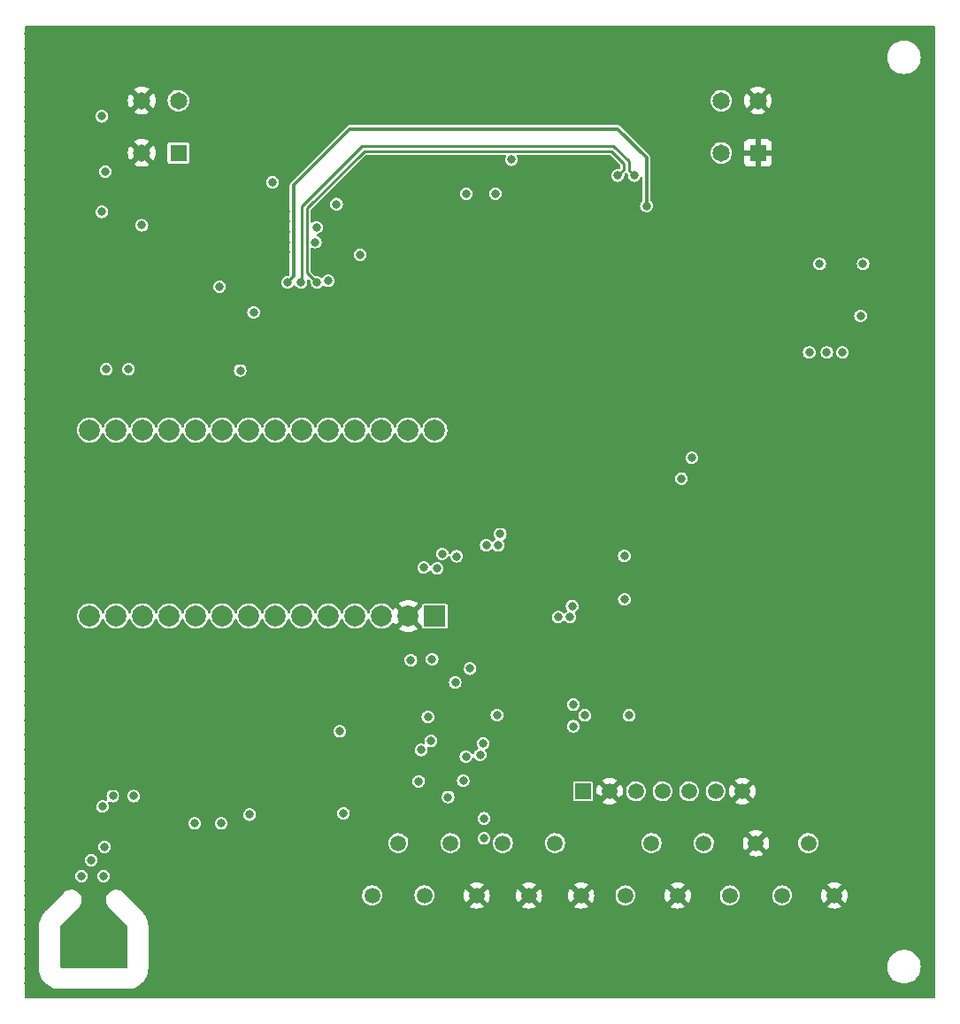
<source format=gbr>
%TF.GenerationSoftware,KiCad,Pcbnew,(6.0.11)*%
%TF.CreationDate,2023-10-13T14:44:18+02:00*%
%TF.ProjectId,walter-feels,77616c74-6572-42d6-9665-656c732e6b69,2.1*%
%TF.SameCoordinates,Original*%
%TF.FileFunction,Copper,L3,Inr*%
%TF.FilePolarity,Positive*%
%FSLAX46Y46*%
G04 Gerber Fmt 4.6, Leading zero omitted, Abs format (unit mm)*
G04 Created by KiCad (PCBNEW (6.0.11)) date 2023-10-13 14:44:18*
%MOMM*%
%LPD*%
G01*
G04 APERTURE LIST*
%TA.AperFunction,ComponentPad*%
%ADD10C,1.650000*%
%TD*%
%TA.AperFunction,ComponentPad*%
%ADD11R,1.650000X1.650000*%
%TD*%
%TA.AperFunction,ComponentPad*%
%ADD12R,1.500000X1.500000*%
%TD*%
%TA.AperFunction,ComponentPad*%
%ADD13C,1.500000*%
%TD*%
%TA.AperFunction,ComponentPad*%
%ADD14C,2.000000*%
%TD*%
%TA.AperFunction,ComponentPad*%
%ADD15R,2.000000X2.000000*%
%TD*%
%TA.AperFunction,ViaPad*%
%ADD16C,0.800000*%
%TD*%
%TA.AperFunction,Conductor*%
%ADD17C,0.254000*%
%TD*%
%TA.AperFunction,Conductor*%
%ADD18C,0.304800*%
%TD*%
G04 APERTURE END LIST*
D10*
%TO.N,GND*%
%TO.C,J3*%
X163014600Y-67146800D03*
D11*
X163014600Y-72146800D03*
D10*
%TO.N,VBAT*%
X159514600Y-67146800D03*
X159514600Y-72146800D03*
%TD*%
D12*
%TO.N,Net-(C52-Pad1)*%
%TO.C,U10*%
X146282200Y-133213800D03*
D13*
%TO.N,GND*%
X148822200Y-133213800D03*
%TO.N,CO2_SCL*%
X151362200Y-133213800D03*
%TO.N,CO2_SDA*%
X153902200Y-133213800D03*
%TO.N,unconnected-(U10-Pad5)*%
X156442200Y-133213800D03*
%TO.N,unconnected-(U10-Pad6)*%
X158982200Y-133213800D03*
%TO.N,GND*%
X161522200Y-133213800D03*
%TD*%
%TO.N,+3.3V*%
%TO.C,J5*%
X126106600Y-143179800D03*
%TO.N,+5V*%
X128606600Y-138179800D03*
%TO.N,1W_DAT*%
X131106600Y-143179800D03*
%TO.N,1W_GND*%
X133606600Y-138179800D03*
%TO.N,GND*%
X136106600Y-143179800D03*
%TO.N,GPIOA*%
X138606600Y-138179800D03*
%TO.N,GND*%
X141106600Y-143179800D03*
%TO.N,GPIOB*%
X143606600Y-138179800D03*
%TO.N,GND*%
X146106600Y-143179800D03*
%TD*%
%TO.N,RS232_RX*%
%TO.C,J4*%
X150342600Y-143179800D03*
%TO.N,RS232_TX*%
X152842600Y-138179800D03*
%TO.N,GND*%
X155342600Y-143179800D03*
%TO.N,RS485_A*%
X157842600Y-138179800D03*
%TO.N,RS485_B*%
X160342600Y-143179800D03*
%TO.N,GND*%
X162842600Y-138179800D03*
%TO.N,SDI12_IO*%
X165342600Y-143179800D03*
%TO.N,12V*%
X167842600Y-138179800D03*
%TO.N,GND*%
X170342600Y-143179800D03*
%TD*%
D11*
%TO.N,VSOLAR*%
%TO.C,J2*%
X107566400Y-72146800D03*
D10*
X107566400Y-67146800D03*
%TO.N,GND*%
X104066400Y-72146800D03*
X104066400Y-67146800D03*
%TD*%
D14*
%TO.N,unconnected-(U1-Pad1)*%
%TO.C,U1*%
X132105600Y-98679000D03*
%TO.N,unconnected-(U1-Pad2)*%
X129565600Y-98679000D03*
%TO.N,unconnected-(U1-Pad3)*%
X127025600Y-98679000D03*
%TO.N,12V_EN*%
X124485600Y-98679000D03*
%TO.N,CO2_SDA*%
X121945600Y-98679000D03*
%TO.N,CO2_SCL*%
X119405600Y-98679000D03*
%TO.N,CO2_EN*%
X116865600Y-98679000D03*
%TO.N,GPIOB*%
X114325600Y-98679000D03*
%TO.N,GPIOA*%
X111785600Y-98679000D03*
%TO.N,SER_TX*%
X109245600Y-98679000D03*
%TO.N,SER_RX*%
X106705600Y-98679000D03*
%TO.N,I2C_SDA*%
X104165600Y-98679000D03*
%TO.N,I2C_SCL*%
X101625600Y-98679000D03*
%TO.N,I2C_BUSPOW*%
X99085600Y-98679000D03*
%TO.N,SD_DAT0*%
X99085600Y-116459000D03*
%TO.N,SD_CLK*%
X101625600Y-116459000D03*
%TO.N,SD_CMD*%
X104165600Y-116459000D03*
%TO.N,1W_3V3_IO*%
X106705600Y-116459000D03*
%TO.N,~{RS232_RX_EN}*%
X109245600Y-116459000D03*
%TO.N,RS232_TX_EN*%
X111785600Y-116459000D03*
%TO.N,RS485_TX_EN*%
X114325600Y-116459000D03*
%TO.N,RS485_RX_EN*%
X116865600Y-116459000D03*
%TO.N,SDI12_RX_EN*%
X119405600Y-116459000D03*
%TO.N,SDI12_TX_EN*%
X121945600Y-116459000D03*
%TO.N,unconnected-(U1-Pad25)*%
X124485600Y-116459000D03*
%TO.N,+3.3V*%
X127025600Y-116459000D03*
%TO.N,GND*%
X129565600Y-116459000D03*
D15*
%TO.N,+5V*%
X132105600Y-116459000D03*
%TD*%
D16*
%TO.N,GND*%
X99394200Y-136503001D03*
%TO.N,I2C_SDA*%
X100300000Y-134680000D03*
X100480000Y-138530000D03*
X99212400Y-139800000D03*
%TO.N,GND*%
X96405000Y-139970000D03*
X94810000Y-136270000D03*
%TO.N,+5V*%
X169617200Y-91236800D03*
X129810000Y-120680000D03*
X156692600Y-101320600D03*
X123367800Y-135331200D03*
X123012200Y-127482600D03*
X167929600Y-91236800D03*
X155711400Y-103305202D03*
%TO.N,GND*%
X98430000Y-119340000D03*
X179578000Y-74396600D03*
X146329400Y-152577800D03*
X108000800Y-100558600D03*
X111100000Y-126470000D03*
X127939800Y-132359400D03*
X141478000Y-118745000D03*
X151037574Y-81483200D03*
X125580000Y-126460000D03*
X93243400Y-63550800D03*
X99466400Y-84582000D03*
X160731200Y-102820102D03*
X149123400Y-60420000D03*
X157759400Y-133985000D03*
X132359399Y-152577800D03*
X179578000Y-84175599D03*
X160020000Y-141401800D03*
X179578000Y-88366599D03*
X156972000Y-73152000D03*
X128803400Y-109347000D03*
X95351600Y-86156800D03*
X175945800Y-98552000D03*
X129050000Y-80970000D03*
X122732800Y-95910400D03*
X163093400Y-60420000D03*
X128583974Y-73304400D03*
X158826200Y-88239600D03*
X146989800Y-109042200D03*
X93243400Y-119430800D03*
X112369600Y-61925200D03*
X179578000Y-123291598D03*
X136559574Y-65963800D03*
X107391200Y-147066000D03*
X117678200Y-92964000D03*
X172847000Y-100431600D03*
X113580000Y-132630000D03*
X141000000Y-104260000D03*
X118414800Y-90373200D03*
X93243400Y-67741800D03*
X179578000Y-70205600D03*
X97485200Y-101904800D03*
X110007399Y-152577800D03*
X117816374Y-81686400D03*
X99491800Y-87706200D03*
X114147600Y-150799800D03*
X96037400Y-60420000D03*
X165887398Y-152577800D03*
X126221774Y-75971400D03*
X93243400Y-118033800D03*
X155473400Y-72009000D03*
X168681399Y-152577800D03*
X156108400Y-60420000D03*
X114223800Y-144373600D03*
X179578000Y-127482599D03*
X93243400Y-71932800D03*
X126542800Y-127609600D03*
X107920000Y-123090000D03*
X136474200Y-103784400D03*
X115730000Y-120530000D03*
X170916600Y-77571600D03*
X107060000Y-129590000D03*
X93243400Y-145973800D03*
X179578000Y-102336599D03*
X179578000Y-114909598D03*
X146583400Y-135864600D03*
X105410000Y-120560000D03*
X179578000Y-85572598D03*
X118846600Y-130352800D03*
X129743200Y-103936800D03*
X155473400Y-74295000D03*
X95123000Y-96367600D03*
X93243400Y-111048800D03*
X121945400Y-107111800D03*
X172796200Y-106908600D03*
X95554800Y-65024000D03*
X138861800Y-130556000D03*
X98831399Y-152577800D03*
X117790000Y-125300000D03*
X151037574Y-92659200D03*
X93243400Y-98475800D03*
X169367200Y-87630000D03*
X101117400Y-76682600D03*
X147650200Y-133934200D03*
X94869000Y-142316200D03*
X93243400Y-138988800D03*
X113207800Y-101015800D03*
X154051000Y-88239600D03*
X93243400Y-69138800D03*
X107150000Y-124960000D03*
X179578000Y-145643600D03*
X179578000Y-93954598D03*
X179578000Y-126085599D03*
X124358400Y-109347000D03*
X99517200Y-64643000D03*
X107213398Y-152577800D03*
X100640000Y-123430000D03*
X170662600Y-115112800D03*
X109321600Y-143027400D03*
X154101800Y-97892502D03*
X100310000Y-119420000D03*
X104851200Y-131419600D03*
X163753800Y-146227800D03*
X151231600Y-135864600D03*
X179578000Y-120497599D03*
X143535399Y-152577800D03*
X116320000Y-136750000D03*
X166674800Y-140538200D03*
X118950000Y-138630000D03*
X111328200Y-103047800D03*
X94640400Y-152577800D03*
X93243400Y-88696800D03*
X122809000Y-90424000D03*
X93243400Y-70535800D03*
X119634000Y-109321600D03*
X120396000Y-129997200D03*
X121183400Y-60420000D03*
X161213800Y-88239600D03*
X154051000Y-107112702D03*
X111794574Y-66624200D03*
X93243400Y-84505800D03*
X110058200Y-93167200D03*
X130260374Y-93802200D03*
X172872400Y-60420000D03*
X93243400Y-108254800D03*
X148564600Y-65786000D03*
X101625400Y-60420000D03*
X164363400Y-83870800D03*
X179578000Y-107924600D03*
X94615000Y-132715000D03*
X140741399Y-152577800D03*
X110388400Y-100787200D03*
X135153400Y-60420000D03*
X156108399Y-152577800D03*
X155600400Y-97663000D03*
X167259000Y-68503800D03*
X157464800Y-78867000D03*
X145627374Y-93802200D03*
X179578000Y-103733599D03*
X159308800Y-118795800D03*
X111040000Y-120450000D03*
X112988374Y-65100200D03*
X108610400Y-60420000D03*
X114580000Y-125250000D03*
X140182600Y-139674600D03*
X95150000Y-134490000D03*
X98199400Y-142414800D03*
X113090000Y-126400000D03*
X142833374Y-93802200D03*
X100228399Y-152577800D03*
X166344600Y-65100200D03*
X153314401Y-60420000D03*
X169341800Y-146456400D03*
X102880000Y-117860000D03*
X151028400Y-94056200D03*
X126771399Y-152577800D03*
X135440000Y-109620000D03*
X129565398Y-152577800D03*
X130962399Y-152577800D03*
X143789400Y-64846200D03*
X165557200Y-123825000D03*
X93243400Y-122224800D03*
X178460399Y-152577800D03*
X103022400Y-60420000D03*
X118389399Y-60420000D03*
X159588200Y-137007600D03*
X172110400Y-81508600D03*
X144484374Y-74269600D03*
X116960000Y-121930000D03*
X163245800Y-79933800D03*
X114198399Y-152577800D03*
X150799800Y-106909502D03*
X108889800Y-138607800D03*
X153060400Y-140589000D03*
X131657374Y-93802200D03*
X140411200Y-146227800D03*
X104190800Y-102184200D03*
X141050000Y-114840000D03*
X95808800Y-99161600D03*
X111794574Y-73710800D03*
X114430000Y-128060000D03*
X140055600Y-63728600D03*
X151257000Y-101042102D03*
X143179800Y-134594600D03*
X107391200Y-106349800D03*
X153060400Y-108128702D03*
X179578000Y-98145599D03*
X165684200Y-79933800D03*
X109448600Y-140284200D03*
X179578000Y-78587600D03*
X125374399Y-152577800D03*
X176149000Y-119659400D03*
X113570000Y-134040000D03*
X93243400Y-137591800D03*
X105240000Y-117850000D03*
X109067600Y-145567400D03*
X165887400Y-60420000D03*
X100228400Y-60420000D03*
X114790000Y-122430000D03*
X116103400Y-101346000D03*
X108820000Y-128910000D03*
X165506400Y-115163600D03*
X112030000Y-134590000D03*
X165684200Y-77571600D03*
X175666399Y-152577800D03*
X124764800Y-103759000D03*
X135760000Y-123460000D03*
X177952400Y-101269800D03*
X93243400Y-78917800D03*
X93243400Y-102666800D03*
X172112200Y-76022200D03*
X135153400Y-139420600D03*
X172796200Y-140208000D03*
X93243400Y-91490800D03*
X179578000Y-135864599D03*
X176225200Y-135661400D03*
X156133800Y-137998200D03*
X163093399Y-152577800D03*
X112801400Y-60420000D03*
X174980600Y-102362000D03*
X122580399Y-152577800D03*
X93243400Y-99872800D03*
X127110774Y-68351400D03*
X179578000Y-72999598D03*
X130960000Y-121530000D03*
X128168398Y-152577800D03*
X104292400Y-96291400D03*
X171475398Y-152577800D03*
X103022399Y-152577800D03*
X115733574Y-80695800D03*
X99796600Y-113182400D03*
X93243400Y-80314800D03*
X93243400Y-126415800D03*
X121090000Y-118410000D03*
X107670000Y-127850000D03*
X136559574Y-68351400D03*
X157505398Y-152577800D03*
X117017800Y-148285200D03*
X135590000Y-120400000D03*
X179578000Y-63220600D03*
X129250000Y-79900000D03*
X95199200Y-112953800D03*
X94843600Y-121259600D03*
X166801800Y-86080600D03*
X179578000Y-117703599D03*
X131240000Y-123450000D03*
X171170600Y-81508600D03*
X93243400Y-62153800D03*
X128168400Y-60420000D03*
X112160000Y-127460000D03*
X116772974Y-79705200D03*
X117814374Y-78714600D03*
X121589800Y-144500600D03*
X110550000Y-118450000D03*
X163601400Y-93878400D03*
X179578000Y-134467599D03*
X126746000Y-102285800D03*
X140462000Y-125044200D03*
X124265974Y-75971400D03*
X141283974Y-65963800D03*
X102133400Y-75488800D03*
X120675400Y-66675000D03*
X133308374Y-73304400D03*
X125450600Y-134899400D03*
X129310000Y-78880000D03*
X175590200Y-78816200D03*
X97434400Y-133426200D03*
X105816401Y-60420000D03*
X179578000Y-149834600D03*
X159649200Y-78867000D03*
X121615200Y-93167200D03*
X130225800Y-128117600D03*
X119938800Y-64033400D03*
X151917400Y-104191702D03*
X151917399Y-152577800D03*
X106450000Y-121700000D03*
X116535200Y-141351000D03*
X132765800Y-140639800D03*
X101625397Y-152577800D03*
X177190400Y-133223000D03*
X156794200Y-77444600D03*
X151037574Y-91262200D03*
X110690000Y-128480000D03*
X146329399Y-60420000D03*
X93243400Y-136194800D03*
X93243400Y-66344800D03*
X105310000Y-119110000D03*
X114147600Y-140411200D03*
X102430000Y-122580000D03*
X99999800Y-106680000D03*
X122656600Y-66014600D03*
X154711400Y-101793202D03*
X93243400Y-87299800D03*
X99466400Y-90144600D03*
X117043200Y-144983200D03*
X134086600Y-124206000D03*
X174269399Y-60420000D03*
X164312600Y-85267800D03*
X101676200Y-129311400D03*
X176301400Y-109956600D03*
X114147600Y-142265400D03*
X114182174Y-73710800D03*
X111770000Y-129420000D03*
X139344397Y-152577800D03*
X93243400Y-113842800D03*
X93243400Y-74726800D03*
X170357800Y-136906000D03*
X93243400Y-77520800D03*
X177063397Y-152577800D03*
X160299399Y-152577800D03*
X174269399Y-152577800D03*
X160756600Y-110287702D03*
X161340800Y-97612200D03*
X170230800Y-81508600D03*
X155092400Y-87172800D03*
X167284398Y-152577800D03*
X146010000Y-129710000D03*
X116770974Y-78714600D03*
X110120000Y-125550000D03*
X93243400Y-64947800D03*
X108661200Y-150799800D03*
X120599200Y-126720600D03*
X121740000Y-141580000D03*
X108400000Y-130990000D03*
X98425000Y-92456000D03*
X126796800Y-146456400D03*
X168249600Y-88872800D03*
X147878800Y-116890800D03*
X106930000Y-120560000D03*
X124723174Y-90652600D03*
X166217600Y-75361800D03*
X134451374Y-93802200D03*
X118800000Y-120950000D03*
X169367200Y-88872800D03*
X158013400Y-141478000D03*
X170078399Y-152577800D03*
X152704800Y-87172800D03*
X151037574Y-82880200D03*
X117814374Y-77724000D03*
X93243400Y-115239800D03*
X138240000Y-127500000D03*
X163652200Y-74244200D03*
X147726399Y-152577800D03*
X142780000Y-117460000D03*
X105910000Y-135270000D03*
X144932398Y-152577800D03*
X115595400Y-60420000D03*
X154711399Y-152577800D03*
X93243400Y-120827800D03*
X151485600Y-62052200D03*
X135153400Y-152577800D03*
X154482800Y-122961400D03*
X128676400Y-130048000D03*
X151917400Y-68046600D03*
X115519200Y-108229400D03*
X169824400Y-95275400D03*
X176784000Y-106197400D03*
X170535600Y-88872800D03*
X157607000Y-139725400D03*
X170967400Y-124485400D03*
X161137600Y-65354200D03*
X118364000Y-73660000D03*
X93243400Y-90093800D03*
X166928800Y-110286800D03*
X131267200Y-96850200D03*
X139820000Y-132680000D03*
X130946174Y-75971400D03*
X108880000Y-133760000D03*
X116770974Y-77724000D03*
X177647600Y-73507600D03*
X179578000Y-148437598D03*
X149555200Y-104191702D03*
X179578000Y-124688598D03*
X152984200Y-118821200D03*
X119786401Y-60420000D03*
X93243400Y-104063800D03*
X98380000Y-135250000D03*
X125713774Y-93395800D03*
X141046200Y-120573800D03*
X164998400Y-111429800D03*
X109397800Y-68478400D03*
X179578000Y-119100598D03*
X179578000Y-133070598D03*
X164998400Y-109143800D03*
X144230374Y-93802200D03*
X93243400Y-83108800D03*
X124723174Y-86461600D03*
X179578000Y-131673598D03*
X132359399Y-60420000D03*
X170357800Y-68326000D03*
X124659751Y-78764900D03*
X179578000Y-66014599D03*
X107213400Y-60420000D03*
X137740000Y-118270000D03*
X126680000Y-81360000D03*
X93243400Y-132003800D03*
X149428200Y-128803400D03*
X142722600Y-61696600D03*
X177469800Y-142976600D03*
X125831600Y-64287400D03*
X170078400Y-60420000D03*
X173380400Y-79933800D03*
X151037574Y-80086200D03*
X153314398Y-152577800D03*
X149555200Y-108331000D03*
X123630000Y-124460000D03*
X95961200Y-88595200D03*
X158394400Y-97663000D03*
X155905200Y-110160702D03*
X118140000Y-118400000D03*
X113570000Y-130850000D03*
X164490399Y-152577800D03*
X118059200Y-96139000D03*
X138921774Y-65963800D03*
X154889200Y-65532000D03*
X170535600Y-87630000D03*
X159791400Y-139471400D03*
X121940000Y-120490000D03*
X140004800Y-122555000D03*
X115731574Y-78714600D03*
X158724600Y-109093902D03*
X93243400Y-123621800D03*
X133858000Y-127834698D03*
X172796200Y-103581200D03*
X124723174Y-85064600D03*
X133054374Y-93802200D03*
X141283974Y-68351400D03*
X113230000Y-120550000D03*
X93243400Y-109651800D03*
X151037574Y-84277200D03*
X117856000Y-103759000D03*
X144754600Y-135610600D03*
X179578000Y-147040599D03*
X165963600Y-128549400D03*
X110510000Y-134910000D03*
X98831400Y-60420000D03*
X157505400Y-60420000D03*
X148031200Y-105385502D03*
X168122600Y-95275400D03*
X155498800Y-129108200D03*
X120142000Y-105689400D03*
X152222200Y-101042102D03*
X134197374Y-68351400D03*
X123266200Y-61772800D03*
X152628600Y-133985000D03*
X114182174Y-68986400D03*
X179578000Y-109321599D03*
X107416600Y-140817600D03*
X133756400Y-102819200D03*
X93243400Y-85902800D03*
X110510000Y-132490000D03*
X128863374Y-93802200D03*
X106197400Y-149352000D03*
X156438600Y-88239600D03*
X179578000Y-142849597D03*
X171475400Y-60420000D03*
X179578000Y-92557599D03*
X161569400Y-79044800D03*
X117816374Y-79705200D03*
X138252200Y-61620400D03*
X100330000Y-96139000D03*
X174574200Y-74599800D03*
X151037574Y-89865200D03*
X103430000Y-135330000D03*
X179578000Y-100939600D03*
X116916200Y-150749000D03*
X170027600Y-133477000D03*
X111226600Y-150672800D03*
X118186200Y-72466200D03*
X138921774Y-68351400D03*
X93243400Y-144576800D03*
X126771400Y-60420000D03*
X148793200Y-135864600D03*
X158724600Y-143383000D03*
X93243400Y-147370800D03*
X179578000Y-141452599D03*
X125800000Y-118410000D03*
X129641600Y-140157200D03*
X177063400Y-60420000D03*
X109560000Y-127320000D03*
X179578000Y-128879599D03*
X104419399Y-60420000D03*
X133756398Y-152577800D03*
X135356600Y-64033400D03*
X150520400Y-60420000D03*
X158902400Y-60420000D03*
X151037574Y-88468200D03*
X112801400Y-152577800D03*
X135483600Y-96875600D03*
X170027600Y-71221600D03*
X114198400Y-60420000D03*
X151028400Y-95453200D03*
X130450000Y-130430000D03*
X159867600Y-89306400D03*
X159791400Y-97663000D03*
X146846574Y-74269600D03*
X158724600Y-111506902D03*
X179578000Y-130276599D03*
X124748574Y-68351400D03*
X144780000Y-98679000D03*
X125940000Y-78660000D03*
X144932400Y-60420000D03*
X139192000Y-106426000D03*
X179578000Y-79984599D03*
X167284401Y-60420000D03*
X95224600Y-83489800D03*
X171043600Y-110032800D03*
X102793800Y-139852400D03*
X164488600Y-76047600D03*
X115733574Y-79705200D03*
X118338600Y-100279200D03*
X153212800Y-115138200D03*
X169621200Y-85140800D03*
X144450000Y-128120000D03*
X140081000Y-97028000D03*
X164160200Y-91643200D03*
X102950000Y-127250000D03*
X123164600Y-112191800D03*
X96037398Y-152577800D03*
X127110774Y-65963800D03*
X108610400Y-152577800D03*
X153619200Y-135864600D03*
X116408200Y-62128400D03*
X179578000Y-116306600D03*
X148421374Y-93802200D03*
X103530400Y-69570600D03*
X171373800Y-73634600D03*
X157581600Y-65608200D03*
X164490400Y-81432400D03*
X95631000Y-91389200D03*
X163068000Y-110286800D03*
X135700000Y-115120000D03*
X110007400Y-60420000D03*
X178460400Y-60420000D03*
X179578000Y-89763599D03*
X149885400Y-130378200D03*
X112060000Y-130820000D03*
X162458400Y-97028000D03*
X134197374Y-65963800D03*
X93243400Y-141782800D03*
X142138400Y-152577800D03*
X179578000Y-138658600D03*
X179578000Y-110718598D03*
X159385000Y-77012800D03*
X165989000Y-73329800D03*
X135460000Y-118250000D03*
X136550400Y-60420000D03*
X172872400Y-62026800D03*
X93243400Y-134797800D03*
X140039374Y-93802200D03*
X124723174Y-92049600D03*
X116789200Y-113766600D03*
X177317400Y-80899000D03*
X177368200Y-68707000D03*
X162128200Y-142722600D03*
X156997400Y-97663000D03*
X139903200Y-100914200D03*
X133756401Y-60420000D03*
X149996174Y-93700600D03*
X113180000Y-128520000D03*
X114182174Y-71348600D03*
X152806400Y-126390400D03*
X121920000Y-130454400D03*
X127050000Y-125100000D03*
X152120600Y-145796000D03*
X108356400Y-102260400D03*
X147770000Y-129000000D03*
X143535400Y-60420000D03*
X167055800Y-61950600D03*
X144780000Y-132461000D03*
X150063200Y-133985000D03*
X99370000Y-121960000D03*
X143230600Y-119075200D03*
X115112800Y-146253200D03*
X93243400Y-125018800D03*
X104470200Y-91795600D03*
X110270000Y-147320000D03*
X116772974Y-81686400D03*
X106810000Y-133390000D03*
X123410000Y-82890000D03*
X94640400Y-60420000D03*
X116992399Y-152577800D03*
X141436374Y-93802200D03*
X160299399Y-60420000D03*
X164490400Y-60420000D03*
X130098800Y-113639600D03*
X168681400Y-60420000D03*
X135180000Y-100080000D03*
X152298400Y-65481200D03*
X116240000Y-143180000D03*
X137947400Y-60420000D03*
X158927800Y-135458200D03*
X123520200Y-101320600D03*
X125220000Y-144800000D03*
X102370000Y-124860000D03*
X97434401Y-60420000D03*
X115731574Y-77724000D03*
X127457200Y-96875600D03*
X179578000Y-64617599D03*
X144881600Y-106070400D03*
X93243400Y-150164800D03*
X145389600Y-139776200D03*
X116992400Y-60420000D03*
X162534600Y-75742800D03*
X123977400Y-60420000D03*
X164820600Y-97028000D03*
X179578000Y-91160599D03*
X176936400Y-138811000D03*
X93243400Y-60756800D03*
X93243400Y-151561800D03*
X93243400Y-106857800D03*
X142138400Y-60420000D03*
X108430000Y-126190000D03*
X114182174Y-66624200D03*
X117805200Y-66065400D03*
X149199600Y-68046600D03*
X142062200Y-135534400D03*
X124723174Y-89255600D03*
X177596800Y-84328000D03*
X112080000Y-133090000D03*
X104200000Y-121870000D03*
X115650000Y-118420000D03*
X160731200Y-101168200D03*
X179578000Y-86969598D03*
X111404398Y-152577800D03*
X176098200Y-115189000D03*
X124053600Y-139547600D03*
X127270000Y-78660000D03*
X104940000Y-125180000D03*
X93243400Y-95681800D03*
X179578000Y-68808599D03*
X97434400Y-152577800D03*
X155194000Y-134035800D03*
X159359600Y-127406400D03*
X151333200Y-97002600D03*
X142544800Y-108762800D03*
X161696401Y-60420000D03*
X154711400Y-60420000D03*
X113240000Y-118470000D03*
X154152600Y-109551102D03*
X127466374Y-93802200D03*
X136750000Y-111940000D03*
X129472974Y-65963800D03*
X116772974Y-80695800D03*
X146151600Y-146558000D03*
X111794574Y-71348600D03*
X93243400Y-127812800D03*
X102860000Y-119330000D03*
X115733574Y-81686400D03*
X151917400Y-60420000D03*
X131835174Y-65963800D03*
X147066000Y-98679000D03*
X145923000Y-103886000D03*
X174218600Y-65913000D03*
X117816374Y-80695800D03*
X96799400Y-124739400D03*
X121894600Y-149047200D03*
X134924800Y-146888200D03*
X179578000Y-61823598D03*
X129472974Y-68351400D03*
X157480000Y-87172800D03*
X158902398Y-152577800D03*
X108870000Y-135100000D03*
X137947399Y-152577800D03*
X147024374Y-93802200D03*
X179578000Y-99542598D03*
X150266400Y-101042102D03*
X171627800Y-98018600D03*
X179578000Y-96748599D03*
X131835174Y-68351400D03*
X132842000Y-61671200D03*
X108100000Y-121570000D03*
X179578000Y-144246599D03*
X93243400Y-76123800D03*
X179578000Y-75793599D03*
X153111200Y-72009000D03*
X100400000Y-117860000D03*
X95199200Y-127254000D03*
X159867600Y-87172800D03*
X95020000Y-138560000D03*
X123977399Y-152577800D03*
X172872400Y-152577800D03*
X152069800Y-110845600D03*
X153106200Y-78867000D03*
X148031200Y-119380000D03*
X100177600Y-62382400D03*
X154457400Y-100152200D03*
X93243400Y-94284800D03*
X179578000Y-81381598D03*
X106019600Y-64897000D03*
X142833374Y-67157600D03*
X165557200Y-119481600D03*
X155854400Y-99187000D03*
X159156400Y-114985800D03*
X110530000Y-133720000D03*
X129565400Y-60420000D03*
X148539200Y-139496800D03*
X176834800Y-129413000D03*
X163220400Y-77571600D03*
X177850800Y-77368400D03*
X97917000Y-129260600D03*
X144780000Y-101955600D03*
X107910000Y-118440000D03*
X155092400Y-89306400D03*
X142560000Y-128560000D03*
X148640800Y-121996200D03*
X128380000Y-78650000D03*
X125374401Y-60420000D03*
X150037800Y-124206000D03*
X147294600Y-62230000D03*
X143687800Y-121564400D03*
X93243400Y-97078800D03*
X124723174Y-87858600D03*
X93243400Y-143179800D03*
X126221774Y-73304400D03*
X107619800Y-144068800D03*
X124231400Y-127711200D03*
X179578000Y-112115600D03*
X151037574Y-87071200D03*
X93243400Y-116636800D03*
X123470000Y-118430000D03*
X95199200Y-108762800D03*
X171094400Y-129209800D03*
X151037574Y-85674200D03*
X178409600Y-95681800D03*
X110642400Y-96240600D03*
X170916600Y-79933800D03*
X130946174Y-73304400D03*
X179578000Y-121894599D03*
X121183398Y-152577800D03*
X174371000Y-70281800D03*
X138642374Y-93802200D03*
X156260800Y-135890000D03*
X100970000Y-121180000D03*
X93243400Y-92887800D03*
X93243400Y-148767800D03*
X93243400Y-112445800D03*
X132930000Y-135000000D03*
X179578000Y-151231599D03*
X148370574Y-73075800D03*
X111670000Y-125050000D03*
X159512000Y-122986800D03*
X111404401Y-60420000D03*
X153695400Y-103353502D03*
X174574200Y-81864200D03*
X129159000Y-133731000D03*
X163652200Y-82727800D03*
X152704800Y-89306400D03*
X161696399Y-152577800D03*
X105800000Y-128410000D03*
X132710000Y-107660000D03*
X93243400Y-81711800D03*
X169265600Y-97840800D03*
X120929400Y-100888800D03*
X179578000Y-60420000D03*
X139344401Y-60420000D03*
X93243400Y-130606800D03*
X157886400Y-146507200D03*
X149123398Y-152577800D03*
X128583974Y-75971400D03*
X95326200Y-104495600D03*
X155280400Y-78867000D03*
X106020000Y-123780000D03*
X168249600Y-87630000D03*
X142113000Y-121107200D03*
X179578000Y-67411597D03*
X179578000Y-106527599D03*
X126374174Y-80365600D03*
X140400000Y-128000000D03*
X130962400Y-60420000D03*
X124748574Y-65963800D03*
X105537000Y-137668000D03*
X103410000Y-125920000D03*
X93243400Y-105460800D03*
X179578000Y-140055599D03*
X154686000Y-68046600D03*
X93243400Y-73329800D03*
X157480000Y-89306400D03*
X179578000Y-82778599D03*
X122580400Y-60420000D03*
X115595398Y-152577800D03*
X139760000Y-115090000D03*
X104571800Y-109626400D03*
X155168600Y-62204600D03*
X135848374Y-93802200D03*
X170357800Y-64998600D03*
X104610000Y-127090000D03*
X145923000Y-96774000D03*
X100025200Y-131572000D03*
X170942000Y-119684800D03*
X134823200Y-135255000D03*
X133308374Y-75971400D03*
X179578000Y-95351598D03*
X93243400Y-129209800D03*
X136550399Y-152577800D03*
X111794574Y-68986400D03*
X93243400Y-140385800D03*
X140741400Y-60420000D03*
X153416000Y-74295000D03*
X113512600Y-105613200D03*
X179578000Y-77190598D03*
X175818800Y-95910400D03*
X93243400Y-101269800D03*
X160731200Y-99136200D03*
X119532400Y-72466200D03*
X179578000Y-105130597D03*
X150520400Y-152577800D03*
X173456600Y-146354800D03*
X176377600Y-124714000D03*
X108870000Y-132580000D03*
X109180000Y-124570000D03*
X111429800Y-110109000D03*
X93243400Y-133400800D03*
X125240000Y-119350000D03*
X106340000Y-126530000D03*
X130556000Y-64389000D03*
X103070000Y-120660000D03*
X179578000Y-113512599D03*
X137245374Y-93802200D03*
X179578000Y-71602599D03*
X179578000Y-137261598D03*
X147726401Y-60420000D03*
X110150000Y-130350000D03*
X175666401Y-60420000D03*
X128397000Y-61595000D03*
X147000000Y-127610000D03*
X160832800Y-74701400D03*
X108026200Y-113436400D03*
X173380400Y-77571600D03*
%TO.N,VSOLAR*%
X116569774Y-74955400D03*
X104072974Y-79069600D03*
%TO.N,Net-(C14-Pad1)*%
X114766374Y-87401400D03*
X120845000Y-84550000D03*
X149627574Y-74320400D03*
%TO.N,Net-(C15-Pad2)*%
X151177574Y-74320400D03*
X119295000Y-84550000D03*
%TO.N,VCC*%
X100258574Y-68648900D03*
X100563374Y-73932100D03*
X100258574Y-77792900D03*
X121920000Y-84390000D03*
X124949974Y-81889600D03*
%TO.N,/Power/VIN*%
X173088600Y-82778600D03*
X168935400Y-82778600D03*
%TO.N,VBAT*%
X152358374Y-77216000D03*
X118012274Y-84531200D03*
%TO.N,+3.3V*%
X131850000Y-120590000D03*
X111649200Y-136289500D03*
X136804400Y-135813800D03*
X100406200Y-141325600D03*
X114382000Y-135449500D03*
X98298000Y-141325600D03*
X136804400Y-137718800D03*
X109125300Y-136289500D03*
X135480000Y-121480000D03*
X138045300Y-125934700D03*
%TO.N,Net-(C60-Pad2)*%
X172847000Y-87731600D03*
X171117200Y-91236800D03*
%TO.N,12V*%
X150241000Y-110693200D03*
X150241000Y-114858800D03*
%TO.N,I2C_SDA*%
X103301800Y-133680200D03*
X101295200Y-133680200D03*
%TO.N,Net-(IC1-Pad11)*%
X111502974Y-84937600D03*
X113487200Y-92964000D03*
%TO.N,SDI12_IO*%
X146456400Y-125943398D03*
X150698200Y-125943398D03*
%TO.N,CO2_SCL*%
X138166800Y-109686800D03*
X145040000Y-116560000D03*
%TO.N,CO2_SDA*%
X145243200Y-115493200D03*
X138370000Y-108620000D03*
%TO.N,SER_RX*%
X136442600Y-129737000D03*
X131040000Y-111810000D03*
X133375400Y-133770800D03*
%TO.N,SER_TX*%
X136728200Y-128625600D03*
X134061200Y-122809000D03*
X132320000Y-111900000D03*
%TO.N,RS232_TX_EN*%
X130790000Y-129270000D03*
X130570000Y-132270000D03*
%TO.N,RS485_TX_EN*%
X131749800Y-128397000D03*
X134823200Y-132207000D03*
%TO.N,RS485_RX_EN*%
X131445000Y-126111000D03*
X135077200Y-129895600D03*
%TO.N,CO2_EN*%
X145364200Y-124917200D03*
X145364200Y-127000000D03*
X143897000Y-116560000D03*
X137023800Y-109686800D03*
%TO.N,I2C_BUSPOW*%
X102793800Y-92837000D03*
X100660200Y-92837000D03*
%TO.N,GPIOA*%
X132810000Y-110510000D03*
%TO.N,GPIOB*%
X134200000Y-110740000D03*
%TO.N,/Solar battery charger/TG*%
X137896600Y-76047600D03*
X120666833Y-80682200D03*
%TO.N,/Solar battery charger/BG*%
X120786174Y-79273400D03*
X135118774Y-76047600D03*
%TO.N,/Solar battery charger/OUTFET*%
X139429774Y-72796400D03*
X122700000Y-77050000D03*
%TD*%
D17*
%TO.N,Net-(C14-Pad1)*%
X119871774Y-83576774D02*
X120845000Y-84550000D01*
X125348922Y-71977200D02*
X148971078Y-71977200D01*
X119871774Y-77454348D02*
X125348922Y-71977200D01*
X150177174Y-73770800D02*
X149627574Y-74320400D01*
X119871774Y-77454348D02*
X119871774Y-83576774D01*
X148971078Y-71977200D02*
X150177174Y-73183296D01*
X150177174Y-73183296D02*
X150177174Y-73770800D01*
%TO.N,Net-(C15-Pad2)*%
X150681974Y-72974200D02*
X150681974Y-73824800D01*
X149180174Y-71472400D02*
X150681974Y-72974200D01*
X125139826Y-71472400D02*
X149180174Y-71472400D01*
X119366974Y-77245253D02*
X125139826Y-71472400D01*
X119366974Y-84478026D02*
X119295000Y-84550000D01*
X119366974Y-77245253D02*
X119366974Y-84478026D01*
X150681974Y-73824800D02*
X151177574Y-74320400D01*
D18*
%TO.N,VBAT*%
X118580000Y-83963474D02*
X118012274Y-84531200D01*
X152358374Y-77216000D02*
X152358374Y-72588374D01*
X149620000Y-69850000D02*
X123980000Y-69850000D01*
X152358374Y-72588374D02*
X149620000Y-69850000D01*
X118580000Y-75250000D02*
X118580000Y-83963474D01*
X123980000Y-69850000D02*
X118580000Y-75250000D01*
%TD*%
%TA.AperFunction,Conductor*%
%TO.N,GND*%
G36*
X179941621Y-60020502D02*
G01*
X179988114Y-60074158D01*
X179999500Y-60126500D01*
X179999500Y-152873500D01*
X179979498Y-152941621D01*
X179925842Y-152988114D01*
X179873500Y-152999500D01*
X92963000Y-152999500D01*
X92894879Y-152979498D01*
X92848386Y-152925842D01*
X92837000Y-152873500D01*
X92837000Y-150116823D01*
X94241121Y-150116823D01*
X94241929Y-150123000D01*
X94241908Y-150123000D01*
X94259060Y-150384681D01*
X94259864Y-150388721D01*
X94259864Y-150388724D01*
X94309415Y-150637831D01*
X94310221Y-150641885D01*
X94394518Y-150890210D01*
X94510506Y-151125408D01*
X94656202Y-151343453D01*
X94658923Y-151346555D01*
X94658924Y-151346557D01*
X94826390Y-151537513D01*
X94826396Y-151537519D01*
X94829112Y-151540616D01*
X95026279Y-151713523D01*
X95244327Y-151859214D01*
X95248020Y-151861035D01*
X95248025Y-151861038D01*
X95248068Y-151861059D01*
X95479527Y-151975198D01*
X95483437Y-151976525D01*
X95483439Y-151976526D01*
X95723947Y-152058163D01*
X95723949Y-152058164D01*
X95727854Y-152059489D01*
X95985059Y-152110646D01*
X95989172Y-152110916D01*
X95989176Y-152110916D01*
X96213278Y-152125600D01*
X96225936Y-152127075D01*
X96229144Y-152127614D01*
X96234386Y-152128496D01*
X96246740Y-152128647D01*
X96251564Y-152127956D01*
X96251565Y-152127956D01*
X96273787Y-152124773D01*
X96291652Y-152123500D01*
X102633507Y-152123500D01*
X102654404Y-152125245D01*
X102673740Y-152128497D01*
X102686094Y-152128647D01*
X102691400Y-152127887D01*
X102701021Y-152126884D01*
X102943662Y-152110970D01*
X102943669Y-152110969D01*
X102947772Y-152110700D01*
X103204972Y-152059529D01*
X103208996Y-152058163D01*
X103449385Y-151976552D01*
X103449388Y-151976551D01*
X103453293Y-151975225D01*
X103456995Y-151973399D01*
X103456998Y-151973398D01*
X103684779Y-151861059D01*
X103688486Y-151859231D01*
X103691916Y-151856939D01*
X103691923Y-151856935D01*
X103903094Y-151715826D01*
X103906527Y-151713532D01*
X104103685Y-151540619D01*
X104276588Y-151343452D01*
X104306399Y-151298836D01*
X104419981Y-151128842D01*
X104419986Y-151128834D01*
X104422278Y-151125404D01*
X104538261Y-150890206D01*
X104622553Y-150641882D01*
X104672908Y-150388724D01*
X104672908Y-150388719D01*
X104673712Y-150384679D01*
X104688671Y-150156450D01*
X104690147Y-150143786D01*
X104691566Y-150135354D01*
X104691642Y-150129136D01*
X104691658Y-150127859D01*
X104691658Y-150127854D01*
X104691717Y-150123000D01*
X104687843Y-150095949D01*
X104686570Y-150078087D01*
X104686570Y-150000000D01*
X175394551Y-150000000D01*
X175414317Y-150251148D01*
X175415471Y-150255955D01*
X175415472Y-150255961D01*
X175445387Y-150380566D01*
X175473127Y-150496111D01*
X175475020Y-150500682D01*
X175475021Y-150500684D01*
X175531831Y-150637835D01*
X175569534Y-150728859D01*
X175701164Y-150943659D01*
X175704376Y-150947419D01*
X175704379Y-150947424D01*
X175849256Y-151117052D01*
X175864776Y-151135224D01*
X175868538Y-151138437D01*
X176052576Y-151295621D01*
X176052581Y-151295624D01*
X176056341Y-151298836D01*
X176271141Y-151430466D01*
X176275711Y-151432359D01*
X176275715Y-151432361D01*
X176499316Y-151524979D01*
X176503889Y-151526873D01*
X176572463Y-151543336D01*
X176744039Y-151584528D01*
X176744045Y-151584529D01*
X176748852Y-151585683D01*
X176837149Y-151592632D01*
X176934661Y-151600307D01*
X176934670Y-151600307D01*
X176937118Y-151600500D01*
X177062882Y-151600500D01*
X177065330Y-151600307D01*
X177065339Y-151600307D01*
X177162851Y-151592632D01*
X177251148Y-151585683D01*
X177255955Y-151584529D01*
X177255961Y-151584528D01*
X177427537Y-151543336D01*
X177496111Y-151526873D01*
X177500684Y-151524979D01*
X177724285Y-151432361D01*
X177724289Y-151432359D01*
X177728859Y-151430466D01*
X177943659Y-151298836D01*
X177947419Y-151295624D01*
X177947424Y-151295621D01*
X178131462Y-151138437D01*
X178135224Y-151135224D01*
X178150744Y-151117052D01*
X178295621Y-150947424D01*
X178295624Y-150947419D01*
X178298836Y-150943659D01*
X178430466Y-150728859D01*
X178468170Y-150637835D01*
X178524979Y-150500684D01*
X178524980Y-150500682D01*
X178526873Y-150496111D01*
X178554613Y-150380566D01*
X178584528Y-150255961D01*
X178584529Y-150255955D01*
X178585683Y-150251148D01*
X178605449Y-150000000D01*
X178585683Y-149748852D01*
X178526873Y-149503889D01*
X178430466Y-149271141D01*
X178298836Y-149056341D01*
X178295624Y-149052581D01*
X178295621Y-149052576D01*
X178138437Y-148868538D01*
X178135224Y-148864776D01*
X178117052Y-148849256D01*
X177947424Y-148704379D01*
X177947419Y-148704376D01*
X177943659Y-148701164D01*
X177728859Y-148569534D01*
X177724289Y-148567641D01*
X177724285Y-148567639D01*
X177500684Y-148475021D01*
X177500682Y-148475020D01*
X177496111Y-148473127D01*
X177411711Y-148452865D01*
X177255961Y-148415472D01*
X177255955Y-148415471D01*
X177251148Y-148414317D01*
X177162851Y-148407368D01*
X177065339Y-148399693D01*
X177065330Y-148399693D01*
X177062882Y-148399500D01*
X176937118Y-148399500D01*
X176934670Y-148399693D01*
X176934661Y-148399693D01*
X176837149Y-148407368D01*
X176748852Y-148414317D01*
X176744045Y-148415471D01*
X176744039Y-148415472D01*
X176588289Y-148452865D01*
X176503889Y-148473127D01*
X176499318Y-148475020D01*
X176499316Y-148475021D01*
X176275715Y-148567639D01*
X176275711Y-148567641D01*
X176271141Y-148569534D01*
X176056341Y-148701164D01*
X176052581Y-148704376D01*
X176052576Y-148704379D01*
X175882948Y-148849256D01*
X175864776Y-148864776D01*
X175861563Y-148868538D01*
X175704379Y-149052576D01*
X175704376Y-149052581D01*
X175701164Y-149056341D01*
X175569534Y-149271141D01*
X175473127Y-149503889D01*
X175414317Y-149748852D01*
X175394551Y-150000000D01*
X104686570Y-150000000D01*
X104686570Y-146175526D01*
X104688314Y-146154637D01*
X104690758Y-146140098D01*
X104691567Y-146135287D01*
X104691716Y-146122933D01*
X104689257Y-146105778D01*
X104688181Y-146094980D01*
X104677328Y-145902133D01*
X104677130Y-145898612D01*
X104639476Y-145677115D01*
X104577265Y-145461224D01*
X104491280Y-145253653D01*
X104382601Y-145057011D01*
X104380557Y-145054131D01*
X104380552Y-145054122D01*
X104254640Y-144876653D01*
X104254638Y-144876650D01*
X104252595Y-144873771D01*
X104130885Y-144737558D01*
X104122196Y-144726680D01*
X104112932Y-144713666D01*
X104104304Y-144704823D01*
X104099726Y-144701391D01*
X104082412Y-144688413D01*
X104068890Y-144676688D01*
X103622163Y-144229961D01*
X135420993Y-144229961D01*
X135430287Y-144241975D01*
X135470688Y-144270264D01*
X135480184Y-144275747D01*
X135669713Y-144364126D01*
X135680005Y-144367872D01*
X135882001Y-144421996D01*
X135892796Y-144423899D01*
X136101125Y-144442126D01*
X136112075Y-144442126D01*
X136320404Y-144423899D01*
X136331199Y-144421996D01*
X136533195Y-144367872D01*
X136543487Y-144364126D01*
X136733016Y-144275747D01*
X136742512Y-144270264D01*
X136783748Y-144241390D01*
X136792123Y-144230912D01*
X136791623Y-144229961D01*
X140420993Y-144229961D01*
X140430287Y-144241975D01*
X140470688Y-144270264D01*
X140480184Y-144275747D01*
X140669713Y-144364126D01*
X140680005Y-144367872D01*
X140882001Y-144421996D01*
X140892796Y-144423899D01*
X141101125Y-144442126D01*
X141112075Y-144442126D01*
X141320404Y-144423899D01*
X141331199Y-144421996D01*
X141533195Y-144367872D01*
X141543487Y-144364126D01*
X141733016Y-144275747D01*
X141742512Y-144270264D01*
X141783748Y-144241390D01*
X141792123Y-144230912D01*
X141791623Y-144229961D01*
X145420993Y-144229961D01*
X145430287Y-144241975D01*
X145470688Y-144270264D01*
X145480184Y-144275747D01*
X145669713Y-144364126D01*
X145680005Y-144367872D01*
X145882001Y-144421996D01*
X145892796Y-144423899D01*
X146101125Y-144442126D01*
X146112075Y-144442126D01*
X146320404Y-144423899D01*
X146331199Y-144421996D01*
X146533195Y-144367872D01*
X146543487Y-144364126D01*
X146733016Y-144275747D01*
X146742512Y-144270264D01*
X146783748Y-144241390D01*
X146792123Y-144230912D01*
X146791623Y-144229961D01*
X154656993Y-144229961D01*
X154666287Y-144241975D01*
X154706688Y-144270264D01*
X154716184Y-144275747D01*
X154905713Y-144364126D01*
X154916005Y-144367872D01*
X155118001Y-144421996D01*
X155128796Y-144423899D01*
X155337125Y-144442126D01*
X155348075Y-144442126D01*
X155556404Y-144423899D01*
X155567199Y-144421996D01*
X155769195Y-144367872D01*
X155779487Y-144364126D01*
X155969016Y-144275747D01*
X155978512Y-144270264D01*
X156019748Y-144241390D01*
X156028123Y-144230912D01*
X156027623Y-144229961D01*
X169656993Y-144229961D01*
X169666287Y-144241975D01*
X169706688Y-144270264D01*
X169716184Y-144275747D01*
X169905713Y-144364126D01*
X169916005Y-144367872D01*
X170118001Y-144421996D01*
X170128796Y-144423899D01*
X170337125Y-144442126D01*
X170348075Y-144442126D01*
X170556404Y-144423899D01*
X170567199Y-144421996D01*
X170769195Y-144367872D01*
X170779487Y-144364126D01*
X170969016Y-144275747D01*
X170978512Y-144270264D01*
X171019748Y-144241390D01*
X171028123Y-144230912D01*
X171021057Y-144217468D01*
X170355411Y-143551821D01*
X170341468Y-143544208D01*
X170339634Y-143544339D01*
X170333020Y-143548590D01*
X169663420Y-144218191D01*
X169656993Y-144229961D01*
X156027623Y-144229961D01*
X156021057Y-144217468D01*
X155355411Y-143551821D01*
X155341468Y-143544208D01*
X155339634Y-143544339D01*
X155333020Y-143548590D01*
X154663420Y-144218191D01*
X154656993Y-144229961D01*
X146791623Y-144229961D01*
X146785057Y-144217468D01*
X146119411Y-143551821D01*
X146105468Y-143544208D01*
X146103634Y-143544339D01*
X146097020Y-143548590D01*
X145427420Y-144218191D01*
X145420993Y-144229961D01*
X141791623Y-144229961D01*
X141785057Y-144217468D01*
X141119411Y-143551821D01*
X141105468Y-143544208D01*
X141103634Y-143544339D01*
X141097020Y-143548590D01*
X140427420Y-144218191D01*
X140420993Y-144229961D01*
X136791623Y-144229961D01*
X136785057Y-144217468D01*
X136119411Y-143551821D01*
X136105468Y-143544208D01*
X136103634Y-143544339D01*
X136097020Y-143548590D01*
X135427420Y-144218191D01*
X135420993Y-144229961D01*
X103622163Y-144229961D01*
X102558622Y-143166420D01*
X125148378Y-143166420D01*
X125164029Y-143352794D01*
X125165728Y-143358719D01*
X125210576Y-143515123D01*
X125215581Y-143532579D01*
X125221625Y-143544339D01*
X125258807Y-143616687D01*
X125301072Y-143698927D01*
X125417246Y-143845502D01*
X125421939Y-143849496D01*
X125421940Y-143849497D01*
X125462129Y-143883700D01*
X125559677Y-143966720D01*
X125565055Y-143969726D01*
X125565057Y-143969727D01*
X125641308Y-144012342D01*
X125722940Y-144057964D01*
X125900816Y-144115760D01*
X126086531Y-144137905D01*
X126092666Y-144137433D01*
X126092668Y-144137433D01*
X126266868Y-144124029D01*
X126266872Y-144124028D01*
X126273010Y-144123556D01*
X126453150Y-144073260D01*
X126620091Y-143988932D01*
X126644673Y-143969727D01*
X126762612Y-143877583D01*
X126762613Y-143877582D01*
X126767473Y-143873785D01*
X126889682Y-143732204D01*
X126982064Y-143569582D01*
X127041100Y-143392113D01*
X127064541Y-143206558D01*
X127064781Y-143189380D01*
X127064866Y-143183322D01*
X127064866Y-143183318D01*
X127064915Y-143179800D01*
X127063603Y-143166420D01*
X130148378Y-143166420D01*
X130164029Y-143352794D01*
X130165728Y-143358719D01*
X130210576Y-143515123D01*
X130215581Y-143532579D01*
X130221625Y-143544339D01*
X130258807Y-143616687D01*
X130301072Y-143698927D01*
X130417246Y-143845502D01*
X130421939Y-143849496D01*
X130421940Y-143849497D01*
X130462129Y-143883700D01*
X130559677Y-143966720D01*
X130565055Y-143969726D01*
X130565057Y-143969727D01*
X130641308Y-144012342D01*
X130722940Y-144057964D01*
X130900816Y-144115760D01*
X131086531Y-144137905D01*
X131092666Y-144137433D01*
X131092668Y-144137433D01*
X131266868Y-144124029D01*
X131266872Y-144124028D01*
X131273010Y-144123556D01*
X131453150Y-144073260D01*
X131620091Y-143988932D01*
X131644673Y-143969727D01*
X131762612Y-143877583D01*
X131762613Y-143877582D01*
X131767473Y-143873785D01*
X131889682Y-143732204D01*
X131982064Y-143569582D01*
X132041100Y-143392113D01*
X132064541Y-143206558D01*
X132064781Y-143189380D01*
X132064839Y-143185275D01*
X134844274Y-143185275D01*
X134862501Y-143393604D01*
X134864404Y-143404399D01*
X134918528Y-143606395D01*
X134922274Y-143616687D01*
X135010654Y-143806217D01*
X135016134Y-143815707D01*
X135045011Y-143856949D01*
X135055487Y-143865323D01*
X135068934Y-143858255D01*
X135734579Y-143192611D01*
X135740956Y-143180932D01*
X136471008Y-143180932D01*
X136471139Y-143182766D01*
X136475390Y-143189380D01*
X137144991Y-143858980D01*
X137156761Y-143865407D01*
X137168776Y-143856111D01*
X137197066Y-143815707D01*
X137202546Y-143806217D01*
X137290926Y-143616687D01*
X137294672Y-143606395D01*
X137348796Y-143404399D01*
X137350699Y-143393604D01*
X137368926Y-143185275D01*
X139844274Y-143185275D01*
X139862501Y-143393604D01*
X139864404Y-143404399D01*
X139918528Y-143606395D01*
X139922274Y-143616687D01*
X140010654Y-143806217D01*
X140016134Y-143815707D01*
X140045011Y-143856949D01*
X140055487Y-143865323D01*
X140068934Y-143858255D01*
X140734579Y-143192611D01*
X140740956Y-143180932D01*
X141471008Y-143180932D01*
X141471139Y-143182766D01*
X141475390Y-143189380D01*
X142144991Y-143858980D01*
X142156761Y-143865407D01*
X142168776Y-143856111D01*
X142197066Y-143815707D01*
X142202546Y-143806217D01*
X142290926Y-143616687D01*
X142294672Y-143606395D01*
X142348796Y-143404399D01*
X142350699Y-143393604D01*
X142368926Y-143185275D01*
X144844274Y-143185275D01*
X144862501Y-143393604D01*
X144864404Y-143404399D01*
X144918528Y-143606395D01*
X144922274Y-143616687D01*
X145010654Y-143806217D01*
X145016134Y-143815707D01*
X145045011Y-143856949D01*
X145055487Y-143865323D01*
X145068934Y-143858255D01*
X145734579Y-143192611D01*
X145740956Y-143180932D01*
X146471008Y-143180932D01*
X146471139Y-143182766D01*
X146475390Y-143189380D01*
X147144991Y-143858980D01*
X147156761Y-143865407D01*
X147168776Y-143856111D01*
X147197066Y-143815707D01*
X147202546Y-143806217D01*
X147290926Y-143616687D01*
X147294672Y-143606395D01*
X147348796Y-143404399D01*
X147350699Y-143393604D01*
X147368926Y-143185275D01*
X147368926Y-143174325D01*
X147368234Y-143166420D01*
X149384378Y-143166420D01*
X149400029Y-143352794D01*
X149401728Y-143358719D01*
X149446576Y-143515123D01*
X149451581Y-143532579D01*
X149457625Y-143544339D01*
X149494807Y-143616687D01*
X149537072Y-143698927D01*
X149653246Y-143845502D01*
X149657939Y-143849496D01*
X149657940Y-143849497D01*
X149698129Y-143883700D01*
X149795677Y-143966720D01*
X149801055Y-143969726D01*
X149801057Y-143969727D01*
X149877308Y-144012342D01*
X149958940Y-144057964D01*
X150136816Y-144115760D01*
X150322531Y-144137905D01*
X150328666Y-144137433D01*
X150328668Y-144137433D01*
X150502868Y-144124029D01*
X150502872Y-144124028D01*
X150509010Y-144123556D01*
X150689150Y-144073260D01*
X150856091Y-143988932D01*
X150880673Y-143969727D01*
X150998612Y-143877583D01*
X150998613Y-143877582D01*
X151003473Y-143873785D01*
X151125682Y-143732204D01*
X151218064Y-143569582D01*
X151277100Y-143392113D01*
X151300541Y-143206558D01*
X151300781Y-143189380D01*
X151300839Y-143185275D01*
X154080274Y-143185275D01*
X154098501Y-143393604D01*
X154100404Y-143404399D01*
X154154528Y-143606395D01*
X154158274Y-143616687D01*
X154246654Y-143806217D01*
X154252134Y-143815707D01*
X154281011Y-143856949D01*
X154291487Y-143865323D01*
X154304934Y-143858255D01*
X154970579Y-143192611D01*
X154976956Y-143180932D01*
X155707008Y-143180932D01*
X155707139Y-143182766D01*
X155711390Y-143189380D01*
X156380991Y-143858980D01*
X156392761Y-143865407D01*
X156404776Y-143856111D01*
X156433066Y-143815707D01*
X156438546Y-143806217D01*
X156526926Y-143616687D01*
X156530672Y-143606395D01*
X156584796Y-143404399D01*
X156586699Y-143393604D01*
X156604926Y-143185275D01*
X156604926Y-143174325D01*
X156604234Y-143166420D01*
X159384378Y-143166420D01*
X159400029Y-143352794D01*
X159401728Y-143358719D01*
X159446576Y-143515123D01*
X159451581Y-143532579D01*
X159457625Y-143544339D01*
X159494807Y-143616687D01*
X159537072Y-143698927D01*
X159653246Y-143845502D01*
X159657939Y-143849496D01*
X159657940Y-143849497D01*
X159698129Y-143883700D01*
X159795677Y-143966720D01*
X159801055Y-143969726D01*
X159801057Y-143969727D01*
X159877308Y-144012342D01*
X159958940Y-144057964D01*
X160136816Y-144115760D01*
X160322531Y-144137905D01*
X160328666Y-144137433D01*
X160328668Y-144137433D01*
X160502868Y-144124029D01*
X160502872Y-144124028D01*
X160509010Y-144123556D01*
X160689150Y-144073260D01*
X160856091Y-143988932D01*
X160880673Y-143969727D01*
X160998612Y-143877583D01*
X160998613Y-143877582D01*
X161003473Y-143873785D01*
X161125682Y-143732204D01*
X161218064Y-143569582D01*
X161277100Y-143392113D01*
X161300541Y-143206558D01*
X161300781Y-143189380D01*
X161300866Y-143183322D01*
X161300866Y-143183318D01*
X161300915Y-143179800D01*
X161299603Y-143166420D01*
X164384378Y-143166420D01*
X164400029Y-143352794D01*
X164401728Y-143358719D01*
X164446576Y-143515123D01*
X164451581Y-143532579D01*
X164457625Y-143544339D01*
X164494807Y-143616687D01*
X164537072Y-143698927D01*
X164653246Y-143845502D01*
X164657939Y-143849496D01*
X164657940Y-143849497D01*
X164698129Y-143883700D01*
X164795677Y-143966720D01*
X164801055Y-143969726D01*
X164801057Y-143969727D01*
X164877308Y-144012342D01*
X164958940Y-144057964D01*
X165136816Y-144115760D01*
X165322531Y-144137905D01*
X165328666Y-144137433D01*
X165328668Y-144137433D01*
X165502868Y-144124029D01*
X165502872Y-144124028D01*
X165509010Y-144123556D01*
X165689150Y-144073260D01*
X165856091Y-143988932D01*
X165880673Y-143969727D01*
X165998612Y-143877583D01*
X165998613Y-143877582D01*
X166003473Y-143873785D01*
X166125682Y-143732204D01*
X166218064Y-143569582D01*
X166277100Y-143392113D01*
X166300541Y-143206558D01*
X166300781Y-143189380D01*
X166300839Y-143185275D01*
X169080274Y-143185275D01*
X169098501Y-143393604D01*
X169100404Y-143404399D01*
X169154528Y-143606395D01*
X169158274Y-143616687D01*
X169246654Y-143806217D01*
X169252134Y-143815707D01*
X169281011Y-143856949D01*
X169291487Y-143865323D01*
X169304934Y-143858255D01*
X169970579Y-143192611D01*
X169976956Y-143180932D01*
X170707008Y-143180932D01*
X170707139Y-143182766D01*
X170711390Y-143189380D01*
X171380991Y-143858980D01*
X171392761Y-143865407D01*
X171404776Y-143856111D01*
X171433066Y-143815707D01*
X171438546Y-143806217D01*
X171526926Y-143616687D01*
X171530672Y-143606395D01*
X171584796Y-143404399D01*
X171586699Y-143393604D01*
X171604926Y-143185275D01*
X171604926Y-143174325D01*
X171586699Y-142965996D01*
X171584796Y-142955201D01*
X171530672Y-142753205D01*
X171526926Y-142742913D01*
X171438546Y-142553383D01*
X171433066Y-142543893D01*
X171404189Y-142502651D01*
X171393713Y-142494277D01*
X171380266Y-142501345D01*
X170714621Y-143166989D01*
X170707008Y-143180932D01*
X169976956Y-143180932D01*
X169978192Y-143178668D01*
X169978061Y-143176834D01*
X169973810Y-143170220D01*
X169304209Y-142500620D01*
X169292439Y-142494193D01*
X169280424Y-142503489D01*
X169252134Y-142543893D01*
X169246654Y-142553383D01*
X169158274Y-142742913D01*
X169154528Y-142753205D01*
X169100404Y-142955201D01*
X169098501Y-142965996D01*
X169080274Y-143174325D01*
X169080274Y-143185275D01*
X166300839Y-143185275D01*
X166300866Y-143183322D01*
X166300866Y-143183318D01*
X166300915Y-143179800D01*
X166282664Y-142993662D01*
X166228606Y-142814615D01*
X166140801Y-142649477D01*
X166062429Y-142553383D01*
X166026487Y-142509313D01*
X166026484Y-142509310D01*
X166022592Y-142504538D01*
X166016900Y-142499829D01*
X165883233Y-142389250D01*
X165883230Y-142389248D01*
X165878483Y-142385321D01*
X165713962Y-142296365D01*
X165535296Y-142241058D01*
X165529175Y-142240415D01*
X165529172Y-142240414D01*
X165355418Y-142222152D01*
X165355417Y-142222152D01*
X165349290Y-142221508D01*
X165232920Y-142232098D01*
X165169171Y-142237900D01*
X165169170Y-142237900D01*
X165163030Y-142238459D01*
X165157116Y-142240200D01*
X165157114Y-142240200D01*
X165154199Y-142241058D01*
X164983609Y-142291266D01*
X164817862Y-142377916D01*
X164672102Y-142495110D01*
X164551881Y-142638384D01*
X164461779Y-142802280D01*
X164459918Y-142808147D01*
X164459917Y-142808149D01*
X164456417Y-142819182D01*
X164405226Y-142980555D01*
X164404540Y-142986674D01*
X164385189Y-143159194D01*
X164384378Y-143166420D01*
X161299603Y-143166420D01*
X161282664Y-142993662D01*
X161228606Y-142814615D01*
X161140801Y-142649477D01*
X161062429Y-142553383D01*
X161026487Y-142509313D01*
X161026484Y-142509310D01*
X161022592Y-142504538D01*
X161016900Y-142499829D01*
X160883233Y-142389250D01*
X160883230Y-142389248D01*
X160878483Y-142385321D01*
X160713962Y-142296365D01*
X160535296Y-142241058D01*
X160529175Y-142240415D01*
X160529172Y-142240414D01*
X160355418Y-142222152D01*
X160355417Y-142222152D01*
X160349290Y-142221508D01*
X160232920Y-142232098D01*
X160169171Y-142237900D01*
X160169170Y-142237900D01*
X160163030Y-142238459D01*
X160157116Y-142240200D01*
X160157114Y-142240200D01*
X160154199Y-142241058D01*
X159983609Y-142291266D01*
X159817862Y-142377916D01*
X159672102Y-142495110D01*
X159551881Y-142638384D01*
X159461779Y-142802280D01*
X159459918Y-142808147D01*
X159459917Y-142808149D01*
X159456417Y-142819182D01*
X159405226Y-142980555D01*
X159404540Y-142986674D01*
X159385189Y-143159194D01*
X159384378Y-143166420D01*
X156604234Y-143166420D01*
X156586699Y-142965996D01*
X156584796Y-142955201D01*
X156530672Y-142753205D01*
X156526926Y-142742913D01*
X156438546Y-142553383D01*
X156433066Y-142543893D01*
X156404189Y-142502651D01*
X156393713Y-142494277D01*
X156380266Y-142501345D01*
X155714621Y-143166989D01*
X155707008Y-143180932D01*
X154976956Y-143180932D01*
X154978192Y-143178668D01*
X154978061Y-143176834D01*
X154973810Y-143170220D01*
X154304209Y-142500620D01*
X154292439Y-142494193D01*
X154280424Y-142503489D01*
X154252134Y-142543893D01*
X154246654Y-142553383D01*
X154158274Y-142742913D01*
X154154528Y-142753205D01*
X154100404Y-142955201D01*
X154098501Y-142965996D01*
X154080274Y-143174325D01*
X154080274Y-143185275D01*
X151300839Y-143185275D01*
X151300866Y-143183322D01*
X151300866Y-143183318D01*
X151300915Y-143179800D01*
X151282664Y-142993662D01*
X151228606Y-142814615D01*
X151140801Y-142649477D01*
X151062429Y-142553383D01*
X151026487Y-142509313D01*
X151026484Y-142509310D01*
X151022592Y-142504538D01*
X151016900Y-142499829D01*
X150883233Y-142389250D01*
X150883230Y-142389248D01*
X150878483Y-142385321D01*
X150713962Y-142296365D01*
X150535296Y-142241058D01*
X150529175Y-142240415D01*
X150529172Y-142240414D01*
X150355418Y-142222152D01*
X150355417Y-142222152D01*
X150349290Y-142221508D01*
X150232920Y-142232098D01*
X150169171Y-142237900D01*
X150169170Y-142237900D01*
X150163030Y-142238459D01*
X150157116Y-142240200D01*
X150157114Y-142240200D01*
X150154199Y-142241058D01*
X149983609Y-142291266D01*
X149817862Y-142377916D01*
X149672102Y-142495110D01*
X149551881Y-142638384D01*
X149461779Y-142802280D01*
X149459918Y-142808147D01*
X149459917Y-142808149D01*
X149456417Y-142819182D01*
X149405226Y-142980555D01*
X149404540Y-142986674D01*
X149385189Y-143159194D01*
X149384378Y-143166420D01*
X147368234Y-143166420D01*
X147350699Y-142965996D01*
X147348796Y-142955201D01*
X147294672Y-142753205D01*
X147290926Y-142742913D01*
X147202546Y-142553383D01*
X147197066Y-142543893D01*
X147168189Y-142502651D01*
X147157713Y-142494277D01*
X147144266Y-142501345D01*
X146478621Y-143166989D01*
X146471008Y-143180932D01*
X145740956Y-143180932D01*
X145742192Y-143178668D01*
X145742061Y-143176834D01*
X145737810Y-143170220D01*
X145068209Y-142500620D01*
X145056439Y-142494193D01*
X145044424Y-142503489D01*
X145016134Y-142543893D01*
X145010654Y-142553383D01*
X144922274Y-142742913D01*
X144918528Y-142753205D01*
X144864404Y-142955201D01*
X144862501Y-142965996D01*
X144844274Y-143174325D01*
X144844274Y-143185275D01*
X142368926Y-143185275D01*
X142368926Y-143174325D01*
X142350699Y-142965996D01*
X142348796Y-142955201D01*
X142294672Y-142753205D01*
X142290926Y-142742913D01*
X142202546Y-142553383D01*
X142197066Y-142543893D01*
X142168189Y-142502651D01*
X142157713Y-142494277D01*
X142144266Y-142501345D01*
X141478621Y-143166989D01*
X141471008Y-143180932D01*
X140740956Y-143180932D01*
X140742192Y-143178668D01*
X140742061Y-143176834D01*
X140737810Y-143170220D01*
X140068209Y-142500620D01*
X140056439Y-142494193D01*
X140044424Y-142503489D01*
X140016134Y-142543893D01*
X140010654Y-142553383D01*
X139922274Y-142742913D01*
X139918528Y-142753205D01*
X139864404Y-142955201D01*
X139862501Y-142965996D01*
X139844274Y-143174325D01*
X139844274Y-143185275D01*
X137368926Y-143185275D01*
X137368926Y-143174325D01*
X137350699Y-142965996D01*
X137348796Y-142955201D01*
X137294672Y-142753205D01*
X137290926Y-142742913D01*
X137202546Y-142553383D01*
X137197066Y-142543893D01*
X137168189Y-142502651D01*
X137157713Y-142494277D01*
X137144266Y-142501345D01*
X136478621Y-143166989D01*
X136471008Y-143180932D01*
X135740956Y-143180932D01*
X135742192Y-143178668D01*
X135742061Y-143176834D01*
X135737810Y-143170220D01*
X135068209Y-142500620D01*
X135056439Y-142494193D01*
X135044424Y-142503489D01*
X135016134Y-142543893D01*
X135010654Y-142553383D01*
X134922274Y-142742913D01*
X134918528Y-142753205D01*
X134864404Y-142955201D01*
X134862501Y-142965996D01*
X134844274Y-143174325D01*
X134844274Y-143185275D01*
X132064839Y-143185275D01*
X132064866Y-143183322D01*
X132064866Y-143183318D01*
X132064915Y-143179800D01*
X132046664Y-142993662D01*
X131992606Y-142814615D01*
X131904801Y-142649477D01*
X131826429Y-142553383D01*
X131790487Y-142509313D01*
X131790484Y-142509310D01*
X131786592Y-142504538D01*
X131780900Y-142499829D01*
X131647233Y-142389250D01*
X131647230Y-142389248D01*
X131642483Y-142385321D01*
X131477962Y-142296365D01*
X131299296Y-142241058D01*
X131293175Y-142240415D01*
X131293172Y-142240414D01*
X131119418Y-142222152D01*
X131119417Y-142222152D01*
X131113290Y-142221508D01*
X130996920Y-142232098D01*
X130933171Y-142237900D01*
X130933170Y-142237900D01*
X130927030Y-142238459D01*
X130921116Y-142240200D01*
X130921114Y-142240200D01*
X130918199Y-142241058D01*
X130747609Y-142291266D01*
X130581862Y-142377916D01*
X130436102Y-142495110D01*
X130315881Y-142638384D01*
X130225779Y-142802280D01*
X130223918Y-142808147D01*
X130223917Y-142808149D01*
X130220417Y-142819182D01*
X130169226Y-142980555D01*
X130168540Y-142986674D01*
X130149189Y-143159194D01*
X130148378Y-143166420D01*
X127063603Y-143166420D01*
X127046664Y-142993662D01*
X126992606Y-142814615D01*
X126904801Y-142649477D01*
X126826429Y-142553383D01*
X126790487Y-142509313D01*
X126790484Y-142509310D01*
X126786592Y-142504538D01*
X126780900Y-142499829D01*
X126647233Y-142389250D01*
X126647230Y-142389248D01*
X126642483Y-142385321D01*
X126477962Y-142296365D01*
X126299296Y-142241058D01*
X126293175Y-142240415D01*
X126293172Y-142240414D01*
X126119418Y-142222152D01*
X126119417Y-142222152D01*
X126113290Y-142221508D01*
X125996920Y-142232098D01*
X125933171Y-142237900D01*
X125933170Y-142237900D01*
X125927030Y-142238459D01*
X125921116Y-142240200D01*
X125921114Y-142240200D01*
X125918199Y-142241058D01*
X125747609Y-142291266D01*
X125581862Y-142377916D01*
X125436102Y-142495110D01*
X125315881Y-142638384D01*
X125225779Y-142802280D01*
X125223918Y-142808147D01*
X125223917Y-142808149D01*
X125220417Y-142819182D01*
X125169226Y-142980555D01*
X125168540Y-142986674D01*
X125149189Y-143159194D01*
X125148378Y-143166420D01*
X102558622Y-143166420D01*
X102370048Y-142977846D01*
X102356500Y-142961829D01*
X102347963Y-142949838D01*
X102347957Y-142949831D01*
X102345137Y-142945870D01*
X102336508Y-142937028D01*
X102325245Y-142928587D01*
X102320323Y-142924703D01*
X102307387Y-142913961D01*
X102193250Y-142819182D01*
X102031263Y-142728956D01*
X101927255Y-142694096D01*
X101860982Y-142671883D01*
X101860977Y-142671882D01*
X101855455Y-142670031D01*
X101731271Y-142652708D01*
X101677584Y-142645219D01*
X101671813Y-142644414D01*
X101665994Y-142644683D01*
X101665993Y-142644683D01*
X101492405Y-142652708D01*
X101492402Y-142652708D01*
X101486592Y-142652977D01*
X101480925Y-142654310D01*
X101480924Y-142654310D01*
X101311764Y-142694096D01*
X101311763Y-142694096D01*
X101306097Y-142695429D01*
X101300774Y-142697779D01*
X101300772Y-142697780D01*
X101141804Y-142767971D01*
X101141800Y-142767973D01*
X101136476Y-142770324D01*
X100983505Y-142875112D01*
X100852394Y-143006223D01*
X100747606Y-143159194D01*
X100745255Y-143164518D01*
X100745253Y-143164522D01*
X100675062Y-143323490D01*
X100672711Y-143328815D01*
X100630259Y-143509310D01*
X100629990Y-143515120D01*
X100629990Y-143515123D01*
X100625295Y-143616687D01*
X100621696Y-143694531D01*
X100647313Y-143878173D01*
X100706238Y-144053981D01*
X100796464Y-144215968D01*
X100800183Y-144220447D01*
X100800184Y-144220448D01*
X100888254Y-144326505D01*
X100893953Y-144333911D01*
X100905681Y-144350384D01*
X100914310Y-144359226D01*
X100918202Y-144362143D01*
X100918210Y-144362150D01*
X100936182Y-144375619D01*
X100949712Y-144387350D01*
X102648665Y-146086303D01*
X102682691Y-146148615D01*
X102685570Y-146175398D01*
X102685570Y-149996500D01*
X102665568Y-150064621D01*
X102611912Y-150111114D01*
X102559570Y-150122500D01*
X96373230Y-150122500D01*
X96305109Y-150102498D01*
X96258616Y-150048842D01*
X96247230Y-149996500D01*
X96247230Y-146175576D01*
X96248976Y-146154673D01*
X96249012Y-146154459D01*
X96284171Y-146086267D01*
X97977672Y-144392766D01*
X97993689Y-144379218D01*
X98005680Y-144370681D01*
X98005687Y-144370675D01*
X98009648Y-144367855D01*
X98018490Y-144359226D01*
X98026931Y-144347963D01*
X98030815Y-144343041D01*
X98136336Y-144215968D01*
X98226562Y-144053981D01*
X98285487Y-143878173D01*
X98311104Y-143694531D01*
X98307505Y-143616687D01*
X98302810Y-143515123D01*
X98302810Y-143515120D01*
X98302541Y-143509310D01*
X98260089Y-143328815D01*
X98257738Y-143323490D01*
X98187547Y-143164522D01*
X98187545Y-143164518D01*
X98185194Y-143159194D01*
X98080406Y-143006223D01*
X97949295Y-142875112D01*
X97796324Y-142770324D01*
X97791000Y-142767973D01*
X97790996Y-142767971D01*
X97632028Y-142697780D01*
X97632026Y-142697779D01*
X97626703Y-142695429D01*
X97621037Y-142694096D01*
X97621036Y-142694096D01*
X97451876Y-142654310D01*
X97451875Y-142654310D01*
X97446208Y-142652977D01*
X97440398Y-142652708D01*
X97440395Y-142652708D01*
X97266807Y-142644683D01*
X97266806Y-142644683D01*
X97260987Y-142644414D01*
X97255216Y-142645219D01*
X97201529Y-142652708D01*
X97077345Y-142670031D01*
X97071823Y-142671882D01*
X97071818Y-142671883D01*
X97005545Y-142694096D01*
X96901537Y-142728956D01*
X96739550Y-142819182D01*
X96629006Y-142910977D01*
X96621607Y-142916671D01*
X96605134Y-142928399D01*
X96596292Y-142937028D01*
X96593375Y-142940920D01*
X96593368Y-142940928D01*
X96579905Y-142958892D01*
X96568174Y-142972422D01*
X94869345Y-144671251D01*
X94853328Y-144684799D01*
X94841335Y-144693337D01*
X94841328Y-144693343D01*
X94837371Y-144696160D01*
X94828529Y-144704789D01*
X94825610Y-144708684D01*
X94825608Y-144708686D01*
X94817852Y-144719035D01*
X94810977Y-144727429D01*
X94680220Y-144873743D01*
X94550196Y-145056992D01*
X94441506Y-145253646D01*
X94440159Y-145256898D01*
X94440157Y-145256902D01*
X94356876Y-145457959D01*
X94355519Y-145461234D01*
X94293315Y-145677144D01*
X94255677Y-145898661D01*
X94255479Y-145902190D01*
X94245073Y-146087484D01*
X94243772Y-146099799D01*
X94241121Y-146116823D01*
X94242285Y-146125725D01*
X94242285Y-146125728D01*
X94245166Y-146147756D01*
X94246230Y-146164093D01*
X94246230Y-150074259D01*
X94244730Y-150093643D01*
X94241121Y-150116823D01*
X92837000Y-150116823D01*
X92837000Y-142128687D01*
X135421077Y-142128687D01*
X135428145Y-142142134D01*
X136093789Y-142807779D01*
X136107732Y-142815392D01*
X136109566Y-142815261D01*
X136116180Y-142811010D01*
X136785780Y-142141409D01*
X136792207Y-142129639D01*
X136791471Y-142128687D01*
X140421077Y-142128687D01*
X140428145Y-142142134D01*
X141093789Y-142807779D01*
X141107732Y-142815392D01*
X141109566Y-142815261D01*
X141116180Y-142811010D01*
X141785780Y-142141409D01*
X141792207Y-142129639D01*
X141791471Y-142128687D01*
X145421077Y-142128687D01*
X145428145Y-142142134D01*
X146093789Y-142807779D01*
X146107732Y-142815392D01*
X146109566Y-142815261D01*
X146116180Y-142811010D01*
X146785780Y-142141409D01*
X146792207Y-142129639D01*
X146791471Y-142128687D01*
X154657077Y-142128687D01*
X154664145Y-142142134D01*
X155329789Y-142807779D01*
X155343732Y-142815392D01*
X155345566Y-142815261D01*
X155352180Y-142811010D01*
X156021780Y-142141409D01*
X156028207Y-142129639D01*
X156027471Y-142128687D01*
X169657077Y-142128687D01*
X169664145Y-142142134D01*
X170329789Y-142807779D01*
X170343732Y-142815392D01*
X170345566Y-142815261D01*
X170352180Y-142811010D01*
X171021780Y-142141409D01*
X171028207Y-142129639D01*
X171018913Y-142117625D01*
X170978512Y-142089336D01*
X170969016Y-142083853D01*
X170779487Y-141995474D01*
X170769195Y-141991728D01*
X170567199Y-141937604D01*
X170556404Y-141935701D01*
X170348075Y-141917474D01*
X170337125Y-141917474D01*
X170128796Y-141935701D01*
X170118001Y-141937604D01*
X169916005Y-141991728D01*
X169905713Y-141995474D01*
X169716183Y-142083854D01*
X169706693Y-142089334D01*
X169665451Y-142118211D01*
X169657077Y-142128687D01*
X156027471Y-142128687D01*
X156018913Y-142117625D01*
X155978512Y-142089336D01*
X155969016Y-142083853D01*
X155779487Y-141995474D01*
X155769195Y-141991728D01*
X155567199Y-141937604D01*
X155556404Y-141935701D01*
X155348075Y-141917474D01*
X155337125Y-141917474D01*
X155128796Y-141935701D01*
X155118001Y-141937604D01*
X154916005Y-141991728D01*
X154905713Y-141995474D01*
X154716183Y-142083854D01*
X154706693Y-142089334D01*
X154665451Y-142118211D01*
X154657077Y-142128687D01*
X146791471Y-142128687D01*
X146782913Y-142117625D01*
X146742512Y-142089336D01*
X146733016Y-142083853D01*
X146543487Y-141995474D01*
X146533195Y-141991728D01*
X146331199Y-141937604D01*
X146320404Y-141935701D01*
X146112075Y-141917474D01*
X146101125Y-141917474D01*
X145892796Y-141935701D01*
X145882001Y-141937604D01*
X145680005Y-141991728D01*
X145669713Y-141995474D01*
X145480183Y-142083854D01*
X145470693Y-142089334D01*
X145429451Y-142118211D01*
X145421077Y-142128687D01*
X141791471Y-142128687D01*
X141782913Y-142117625D01*
X141742512Y-142089336D01*
X141733016Y-142083853D01*
X141543487Y-141995474D01*
X141533195Y-141991728D01*
X141331199Y-141937604D01*
X141320404Y-141935701D01*
X141112075Y-141917474D01*
X141101125Y-141917474D01*
X140892796Y-141935701D01*
X140882001Y-141937604D01*
X140680005Y-141991728D01*
X140669713Y-141995474D01*
X140480183Y-142083854D01*
X140470693Y-142089334D01*
X140429451Y-142118211D01*
X140421077Y-142128687D01*
X136791471Y-142128687D01*
X136782913Y-142117625D01*
X136742512Y-142089336D01*
X136733016Y-142083853D01*
X136543487Y-141995474D01*
X136533195Y-141991728D01*
X136331199Y-141937604D01*
X136320404Y-141935701D01*
X136112075Y-141917474D01*
X136101125Y-141917474D01*
X135892796Y-141935701D01*
X135882001Y-141937604D01*
X135680005Y-141991728D01*
X135669713Y-141995474D01*
X135480183Y-142083854D01*
X135470693Y-142089334D01*
X135429451Y-142118211D01*
X135421077Y-142128687D01*
X92837000Y-142128687D01*
X92837000Y-141325600D01*
X97689091Y-141325600D01*
X97709839Y-141483197D01*
X97770669Y-141630054D01*
X97867436Y-141756164D01*
X97993545Y-141852931D01*
X98066974Y-141883346D01*
X98132773Y-141910601D01*
X98132776Y-141910602D01*
X98140403Y-141913761D01*
X98298000Y-141934509D01*
X98306188Y-141933431D01*
X98447409Y-141914839D01*
X98455597Y-141913761D01*
X98463224Y-141910602D01*
X98463227Y-141910601D01*
X98529026Y-141883346D01*
X98602455Y-141852931D01*
X98728564Y-141756164D01*
X98825331Y-141630054D01*
X98886161Y-141483197D01*
X98906909Y-141325600D01*
X99797291Y-141325600D01*
X99818039Y-141483197D01*
X99878869Y-141630054D01*
X99975636Y-141756164D01*
X100101745Y-141852931D01*
X100175174Y-141883346D01*
X100240973Y-141910601D01*
X100240976Y-141910602D01*
X100248603Y-141913761D01*
X100406200Y-141934509D01*
X100414388Y-141933431D01*
X100555609Y-141914839D01*
X100563797Y-141913761D01*
X100571424Y-141910602D01*
X100571427Y-141910601D01*
X100637226Y-141883346D01*
X100710655Y-141852931D01*
X100836764Y-141756164D01*
X100933531Y-141630054D01*
X100994361Y-141483197D01*
X101015109Y-141325600D01*
X100994361Y-141168003D01*
X100933531Y-141021146D01*
X100836764Y-140895036D01*
X100710655Y-140798269D01*
X100637226Y-140767854D01*
X100571427Y-140740599D01*
X100571424Y-140740598D01*
X100563797Y-140737439D01*
X100406200Y-140716691D01*
X100248603Y-140737439D01*
X100240976Y-140740598D01*
X100240973Y-140740599D01*
X100175174Y-140767854D01*
X100101746Y-140798269D01*
X99975636Y-140895036D01*
X99878869Y-141021146D01*
X99818039Y-141168003D01*
X99797291Y-141325600D01*
X98906909Y-141325600D01*
X98886161Y-141168003D01*
X98825331Y-141021146D01*
X98728564Y-140895036D01*
X98602455Y-140798269D01*
X98529026Y-140767854D01*
X98463227Y-140740599D01*
X98463224Y-140740598D01*
X98455597Y-140737439D01*
X98298000Y-140716691D01*
X98140403Y-140737439D01*
X98132776Y-140740598D01*
X98132773Y-140740599D01*
X98066974Y-140767854D01*
X97993546Y-140798269D01*
X97867436Y-140895036D01*
X97770669Y-141021146D01*
X97709839Y-141168003D01*
X97689091Y-141325600D01*
X92837000Y-141325600D01*
X92837000Y-139800000D01*
X98603491Y-139800000D01*
X98624239Y-139957597D01*
X98685069Y-140104454D01*
X98781836Y-140230564D01*
X98907945Y-140327331D01*
X98981374Y-140357746D01*
X99047173Y-140385001D01*
X99047176Y-140385002D01*
X99054803Y-140388161D01*
X99212400Y-140408909D01*
X99220588Y-140407831D01*
X99361809Y-140389239D01*
X99369997Y-140388161D01*
X99377624Y-140385002D01*
X99377627Y-140385001D01*
X99443426Y-140357746D01*
X99516855Y-140327331D01*
X99642964Y-140230564D01*
X99739731Y-140104454D01*
X99800561Y-139957597D01*
X99821309Y-139800000D01*
X99800561Y-139642403D01*
X99739731Y-139495546D01*
X99684755Y-139423899D01*
X99647991Y-139375987D01*
X99647990Y-139375986D01*
X99642964Y-139369436D01*
X99516855Y-139272669D01*
X99413748Y-139229961D01*
X162156993Y-139229961D01*
X162166287Y-139241975D01*
X162206688Y-139270264D01*
X162216184Y-139275747D01*
X162405713Y-139364126D01*
X162416005Y-139367872D01*
X162618001Y-139421996D01*
X162628796Y-139423899D01*
X162837125Y-139442126D01*
X162848075Y-139442126D01*
X163056404Y-139423899D01*
X163067199Y-139421996D01*
X163269195Y-139367872D01*
X163279487Y-139364126D01*
X163469016Y-139275747D01*
X163478512Y-139270264D01*
X163519748Y-139241390D01*
X163528123Y-139230912D01*
X163521057Y-139217468D01*
X162855411Y-138551821D01*
X162841468Y-138544208D01*
X162839634Y-138544339D01*
X162833020Y-138548590D01*
X162163420Y-139218191D01*
X162156993Y-139229961D01*
X99413748Y-139229961D01*
X99377627Y-139214999D01*
X99377624Y-139214998D01*
X99369997Y-139211839D01*
X99212400Y-139191091D01*
X99054803Y-139211839D01*
X99047176Y-139214998D01*
X99047173Y-139214999D01*
X98983460Y-139241390D01*
X98907946Y-139272669D01*
X98781836Y-139369436D01*
X98685069Y-139495546D01*
X98624239Y-139642403D01*
X98603491Y-139800000D01*
X92837000Y-139800000D01*
X92837000Y-138530000D01*
X99871091Y-138530000D01*
X99891839Y-138687597D01*
X99894998Y-138695224D01*
X99894999Y-138695227D01*
X99908096Y-138726846D01*
X99952669Y-138834454D01*
X100049436Y-138960564D01*
X100175545Y-139057331D01*
X100218002Y-139074917D01*
X100314773Y-139115001D01*
X100314776Y-139115002D01*
X100322403Y-139118161D01*
X100480000Y-139138909D01*
X100488188Y-139137831D01*
X100629409Y-139119239D01*
X100637597Y-139118161D01*
X100645224Y-139115002D01*
X100645227Y-139115001D01*
X100741998Y-139074917D01*
X100784455Y-139057331D01*
X100910564Y-138960564D01*
X101007331Y-138834454D01*
X101051904Y-138726846D01*
X101065001Y-138695227D01*
X101065002Y-138695224D01*
X101068161Y-138687597D01*
X101088909Y-138530000D01*
X101068161Y-138372403D01*
X101007331Y-138225546D01*
X100961962Y-138166420D01*
X127648378Y-138166420D01*
X127664029Y-138352794D01*
X127665728Y-138358719D01*
X127712494Y-138521812D01*
X127715581Y-138532579D01*
X127721625Y-138544339D01*
X127758807Y-138616687D01*
X127801072Y-138698927D01*
X127917246Y-138845502D01*
X127921939Y-138849496D01*
X127921940Y-138849497D01*
X128052444Y-138960564D01*
X128059677Y-138966720D01*
X128065055Y-138969726D01*
X128065057Y-138969727D01*
X128141309Y-139012342D01*
X128222940Y-139057964D01*
X128400816Y-139115760D01*
X128586531Y-139137905D01*
X128592666Y-139137433D01*
X128592668Y-139137433D01*
X128766868Y-139124029D01*
X128766872Y-139124028D01*
X128773010Y-139123556D01*
X128953150Y-139073260D01*
X129120091Y-138988932D01*
X129144673Y-138969727D01*
X129262612Y-138877583D01*
X129262613Y-138877582D01*
X129267473Y-138873785D01*
X129389682Y-138732204D01*
X129482064Y-138569582D01*
X129541100Y-138392113D01*
X129564541Y-138206558D01*
X129564781Y-138189380D01*
X129564866Y-138183322D01*
X129564866Y-138183318D01*
X129564915Y-138179800D01*
X129563603Y-138166420D01*
X132648378Y-138166420D01*
X132664029Y-138352794D01*
X132665728Y-138358719D01*
X132712494Y-138521812D01*
X132715581Y-138532579D01*
X132721625Y-138544339D01*
X132758807Y-138616687D01*
X132801072Y-138698927D01*
X132917246Y-138845502D01*
X132921939Y-138849496D01*
X132921940Y-138849497D01*
X133052444Y-138960564D01*
X133059677Y-138966720D01*
X133065055Y-138969726D01*
X133065057Y-138969727D01*
X133141309Y-139012342D01*
X133222940Y-139057964D01*
X133400816Y-139115760D01*
X133586531Y-139137905D01*
X133592666Y-139137433D01*
X133592668Y-139137433D01*
X133766868Y-139124029D01*
X133766872Y-139124028D01*
X133773010Y-139123556D01*
X133953150Y-139073260D01*
X134120091Y-138988932D01*
X134144673Y-138969727D01*
X134262612Y-138877583D01*
X134262613Y-138877582D01*
X134267473Y-138873785D01*
X134389682Y-138732204D01*
X134482064Y-138569582D01*
X134541100Y-138392113D01*
X134564541Y-138206558D01*
X134564781Y-138189380D01*
X134564866Y-138183322D01*
X134564866Y-138183318D01*
X134564915Y-138179800D01*
X134546664Y-137993662D01*
X134492606Y-137814615D01*
X134441661Y-137718800D01*
X136195491Y-137718800D01*
X136216239Y-137876397D01*
X136277069Y-138023254D01*
X136373836Y-138149364D01*
X136499945Y-138246131D01*
X136573374Y-138276546D01*
X136639173Y-138303801D01*
X136639176Y-138303802D01*
X136646803Y-138306961D01*
X136804400Y-138327709D01*
X136812588Y-138326631D01*
X136953809Y-138308039D01*
X136961997Y-138306961D01*
X136969624Y-138303802D01*
X136969627Y-138303801D01*
X137035426Y-138276546D01*
X137108855Y-138246131D01*
X137212736Y-138166420D01*
X137648378Y-138166420D01*
X137664029Y-138352794D01*
X137665728Y-138358719D01*
X137712494Y-138521812D01*
X137715581Y-138532579D01*
X137721625Y-138544339D01*
X137758807Y-138616687D01*
X137801072Y-138698927D01*
X137917246Y-138845502D01*
X137921939Y-138849496D01*
X137921940Y-138849497D01*
X138052444Y-138960564D01*
X138059677Y-138966720D01*
X138065055Y-138969726D01*
X138065057Y-138969727D01*
X138141309Y-139012342D01*
X138222940Y-139057964D01*
X138400816Y-139115760D01*
X138586531Y-139137905D01*
X138592666Y-139137433D01*
X138592668Y-139137433D01*
X138766868Y-139124029D01*
X138766872Y-139124028D01*
X138773010Y-139123556D01*
X138953150Y-139073260D01*
X139120091Y-138988932D01*
X139144673Y-138969727D01*
X139262612Y-138877583D01*
X139262613Y-138877582D01*
X139267473Y-138873785D01*
X139389682Y-138732204D01*
X139482064Y-138569582D01*
X139541100Y-138392113D01*
X139564541Y-138206558D01*
X139564781Y-138189380D01*
X139564866Y-138183322D01*
X139564866Y-138183318D01*
X139564915Y-138179800D01*
X139563603Y-138166420D01*
X142648378Y-138166420D01*
X142664029Y-138352794D01*
X142665728Y-138358719D01*
X142712494Y-138521812D01*
X142715581Y-138532579D01*
X142721625Y-138544339D01*
X142758807Y-138616687D01*
X142801072Y-138698927D01*
X142917246Y-138845502D01*
X142921939Y-138849496D01*
X142921940Y-138849497D01*
X143052444Y-138960564D01*
X143059677Y-138966720D01*
X143065055Y-138969726D01*
X143065057Y-138969727D01*
X143141309Y-139012342D01*
X143222940Y-139057964D01*
X143400816Y-139115760D01*
X143586531Y-139137905D01*
X143592666Y-139137433D01*
X143592668Y-139137433D01*
X143766868Y-139124029D01*
X143766872Y-139124028D01*
X143773010Y-139123556D01*
X143953150Y-139073260D01*
X144120091Y-138988932D01*
X144144673Y-138969727D01*
X144262612Y-138877583D01*
X144262613Y-138877582D01*
X144267473Y-138873785D01*
X144389682Y-138732204D01*
X144482064Y-138569582D01*
X144541100Y-138392113D01*
X144564541Y-138206558D01*
X144564781Y-138189380D01*
X144564866Y-138183322D01*
X144564866Y-138183318D01*
X144564915Y-138179800D01*
X144563603Y-138166420D01*
X151884378Y-138166420D01*
X151900029Y-138352794D01*
X151901728Y-138358719D01*
X151948494Y-138521812D01*
X151951581Y-138532579D01*
X151957625Y-138544339D01*
X151994807Y-138616687D01*
X152037072Y-138698927D01*
X152153246Y-138845502D01*
X152157939Y-138849496D01*
X152157940Y-138849497D01*
X152288444Y-138960564D01*
X152295677Y-138966720D01*
X152301055Y-138969726D01*
X152301057Y-138969727D01*
X152377309Y-139012342D01*
X152458940Y-139057964D01*
X152636816Y-139115760D01*
X152822531Y-139137905D01*
X152828666Y-139137433D01*
X152828668Y-139137433D01*
X153002868Y-139124029D01*
X153002872Y-139124028D01*
X153009010Y-139123556D01*
X153189150Y-139073260D01*
X153356091Y-138988932D01*
X153380673Y-138969727D01*
X153498612Y-138877583D01*
X153498613Y-138877582D01*
X153503473Y-138873785D01*
X153625682Y-138732204D01*
X153718064Y-138569582D01*
X153777100Y-138392113D01*
X153800541Y-138206558D01*
X153800781Y-138189380D01*
X153800866Y-138183322D01*
X153800866Y-138183318D01*
X153800915Y-138179800D01*
X153799603Y-138166420D01*
X156884378Y-138166420D01*
X156900029Y-138352794D01*
X156901728Y-138358719D01*
X156948494Y-138521812D01*
X156951581Y-138532579D01*
X156957625Y-138544339D01*
X156994807Y-138616687D01*
X157037072Y-138698927D01*
X157153246Y-138845502D01*
X157157939Y-138849496D01*
X157157940Y-138849497D01*
X157288444Y-138960564D01*
X157295677Y-138966720D01*
X157301055Y-138969726D01*
X157301057Y-138969727D01*
X157377309Y-139012342D01*
X157458940Y-139057964D01*
X157636816Y-139115760D01*
X157822531Y-139137905D01*
X157828666Y-139137433D01*
X157828668Y-139137433D01*
X158002868Y-139124029D01*
X158002872Y-139124028D01*
X158009010Y-139123556D01*
X158189150Y-139073260D01*
X158356091Y-138988932D01*
X158380673Y-138969727D01*
X158498612Y-138877583D01*
X158498613Y-138877582D01*
X158503473Y-138873785D01*
X158625682Y-138732204D01*
X158718064Y-138569582D01*
X158777100Y-138392113D01*
X158800541Y-138206558D01*
X158800781Y-138189380D01*
X158800839Y-138185275D01*
X161580274Y-138185275D01*
X161598501Y-138393604D01*
X161600404Y-138404399D01*
X161654528Y-138606395D01*
X161658274Y-138616687D01*
X161746654Y-138806217D01*
X161752134Y-138815707D01*
X161781011Y-138856949D01*
X161791487Y-138865323D01*
X161804934Y-138858255D01*
X162470579Y-138192611D01*
X162476956Y-138180932D01*
X163207008Y-138180932D01*
X163207139Y-138182766D01*
X163211390Y-138189380D01*
X163880991Y-138858980D01*
X163892761Y-138865407D01*
X163904776Y-138856111D01*
X163933066Y-138815707D01*
X163938546Y-138806217D01*
X164026926Y-138616687D01*
X164030672Y-138606395D01*
X164084796Y-138404399D01*
X164086699Y-138393604D01*
X164104926Y-138185275D01*
X164104926Y-138174325D01*
X164104234Y-138166420D01*
X166884378Y-138166420D01*
X166900029Y-138352794D01*
X166901728Y-138358719D01*
X166948494Y-138521812D01*
X166951581Y-138532579D01*
X166957625Y-138544339D01*
X166994807Y-138616687D01*
X167037072Y-138698927D01*
X167153246Y-138845502D01*
X167157939Y-138849496D01*
X167157940Y-138849497D01*
X167288444Y-138960564D01*
X167295677Y-138966720D01*
X167301055Y-138969726D01*
X167301057Y-138969727D01*
X167377309Y-139012342D01*
X167458940Y-139057964D01*
X167636816Y-139115760D01*
X167822531Y-139137905D01*
X167828666Y-139137433D01*
X167828668Y-139137433D01*
X168002868Y-139124029D01*
X168002872Y-139124028D01*
X168009010Y-139123556D01*
X168189150Y-139073260D01*
X168356091Y-138988932D01*
X168380673Y-138969727D01*
X168498612Y-138877583D01*
X168498613Y-138877582D01*
X168503473Y-138873785D01*
X168625682Y-138732204D01*
X168718064Y-138569582D01*
X168777100Y-138392113D01*
X168800541Y-138206558D01*
X168800781Y-138189380D01*
X168800866Y-138183322D01*
X168800866Y-138183318D01*
X168800915Y-138179800D01*
X168782664Y-137993662D01*
X168728606Y-137814615D01*
X168640801Y-137649477D01*
X168562429Y-137553383D01*
X168526487Y-137509313D01*
X168526484Y-137509310D01*
X168522592Y-137504538D01*
X168516900Y-137499829D01*
X168383233Y-137389250D01*
X168383230Y-137389248D01*
X168378483Y-137385321D01*
X168213962Y-137296365D01*
X168035296Y-137241058D01*
X168029175Y-137240415D01*
X168029172Y-137240414D01*
X167855418Y-137222152D01*
X167855417Y-137222152D01*
X167849290Y-137221508D01*
X167732920Y-137232098D01*
X167669171Y-137237900D01*
X167669170Y-137237900D01*
X167663030Y-137238459D01*
X167657116Y-137240200D01*
X167657114Y-137240200D01*
X167654199Y-137241058D01*
X167483609Y-137291266D01*
X167317862Y-137377916D01*
X167172102Y-137495110D01*
X167051881Y-137638384D01*
X166961779Y-137802280D01*
X166959918Y-137808147D01*
X166959917Y-137808149D01*
X166955994Y-137820516D01*
X166905226Y-137980555D01*
X166884378Y-138166420D01*
X164104234Y-138166420D01*
X164086699Y-137965996D01*
X164084796Y-137955201D01*
X164030672Y-137753205D01*
X164026926Y-137742913D01*
X163938546Y-137553383D01*
X163933066Y-137543893D01*
X163904189Y-137502651D01*
X163893713Y-137494277D01*
X163880266Y-137501345D01*
X163214621Y-138166989D01*
X163207008Y-138180932D01*
X162476956Y-138180932D01*
X162478192Y-138178668D01*
X162478061Y-138176834D01*
X162473810Y-138170220D01*
X161804209Y-137500620D01*
X161792439Y-137494193D01*
X161780424Y-137503489D01*
X161752134Y-137543893D01*
X161746654Y-137553383D01*
X161658274Y-137742913D01*
X161654528Y-137753205D01*
X161600404Y-137955201D01*
X161598501Y-137965996D01*
X161580274Y-138174325D01*
X161580274Y-138185275D01*
X158800839Y-138185275D01*
X158800866Y-138183322D01*
X158800866Y-138183318D01*
X158800915Y-138179800D01*
X158782664Y-137993662D01*
X158728606Y-137814615D01*
X158640801Y-137649477D01*
X158562429Y-137553383D01*
X158526487Y-137509313D01*
X158526484Y-137509310D01*
X158522592Y-137504538D01*
X158516900Y-137499829D01*
X158383233Y-137389250D01*
X158383230Y-137389248D01*
X158378483Y-137385321D01*
X158213962Y-137296365D01*
X158035296Y-137241058D01*
X158029175Y-137240415D01*
X158029172Y-137240414D01*
X157855418Y-137222152D01*
X157855417Y-137222152D01*
X157849290Y-137221508D01*
X157732920Y-137232098D01*
X157669171Y-137237900D01*
X157669170Y-137237900D01*
X157663030Y-137238459D01*
X157657116Y-137240200D01*
X157657114Y-137240200D01*
X157654199Y-137241058D01*
X157483609Y-137291266D01*
X157317862Y-137377916D01*
X157172102Y-137495110D01*
X157051881Y-137638384D01*
X156961779Y-137802280D01*
X156959918Y-137808147D01*
X156959917Y-137808149D01*
X156955994Y-137820516D01*
X156905226Y-137980555D01*
X156884378Y-138166420D01*
X153799603Y-138166420D01*
X153782664Y-137993662D01*
X153728606Y-137814615D01*
X153640801Y-137649477D01*
X153562429Y-137553383D01*
X153526487Y-137509313D01*
X153526484Y-137509310D01*
X153522592Y-137504538D01*
X153516900Y-137499829D01*
X153383233Y-137389250D01*
X153383230Y-137389248D01*
X153378483Y-137385321D01*
X153213962Y-137296365D01*
X153035296Y-137241058D01*
X153029175Y-137240415D01*
X153029172Y-137240414D01*
X152855418Y-137222152D01*
X152855417Y-137222152D01*
X152849290Y-137221508D01*
X152732920Y-137232098D01*
X152669171Y-137237900D01*
X152669170Y-137237900D01*
X152663030Y-137238459D01*
X152657116Y-137240200D01*
X152657114Y-137240200D01*
X152654199Y-137241058D01*
X152483609Y-137291266D01*
X152317862Y-137377916D01*
X152172102Y-137495110D01*
X152051881Y-137638384D01*
X151961779Y-137802280D01*
X151959918Y-137808147D01*
X151959917Y-137808149D01*
X151955994Y-137820516D01*
X151905226Y-137980555D01*
X151884378Y-138166420D01*
X144563603Y-138166420D01*
X144546664Y-137993662D01*
X144492606Y-137814615D01*
X144404801Y-137649477D01*
X144326429Y-137553383D01*
X144290487Y-137509313D01*
X144290484Y-137509310D01*
X144286592Y-137504538D01*
X144280900Y-137499829D01*
X144147233Y-137389250D01*
X144147230Y-137389248D01*
X144142483Y-137385321D01*
X143977962Y-137296365D01*
X143799296Y-137241058D01*
X143793175Y-137240415D01*
X143793172Y-137240414D01*
X143619418Y-137222152D01*
X143619417Y-137222152D01*
X143613290Y-137221508D01*
X143496920Y-137232098D01*
X143433171Y-137237900D01*
X143433170Y-137237900D01*
X143427030Y-137238459D01*
X143421116Y-137240200D01*
X143421114Y-137240200D01*
X143418199Y-137241058D01*
X143247609Y-137291266D01*
X143081862Y-137377916D01*
X142936102Y-137495110D01*
X142815881Y-137638384D01*
X142725779Y-137802280D01*
X142723918Y-137808147D01*
X142723917Y-137808149D01*
X142719994Y-137820516D01*
X142669226Y-137980555D01*
X142648378Y-138166420D01*
X139563603Y-138166420D01*
X139546664Y-137993662D01*
X139492606Y-137814615D01*
X139404801Y-137649477D01*
X139326429Y-137553383D01*
X139290487Y-137509313D01*
X139290484Y-137509310D01*
X139286592Y-137504538D01*
X139280900Y-137499829D01*
X139147233Y-137389250D01*
X139147230Y-137389248D01*
X139142483Y-137385321D01*
X138977962Y-137296365D01*
X138799296Y-137241058D01*
X138793175Y-137240415D01*
X138793172Y-137240414D01*
X138619418Y-137222152D01*
X138619417Y-137222152D01*
X138613290Y-137221508D01*
X138496920Y-137232098D01*
X138433171Y-137237900D01*
X138433170Y-137237900D01*
X138427030Y-137238459D01*
X138421116Y-137240200D01*
X138421114Y-137240200D01*
X138418199Y-137241058D01*
X138247609Y-137291266D01*
X138081862Y-137377916D01*
X137936102Y-137495110D01*
X137815881Y-137638384D01*
X137725779Y-137802280D01*
X137723918Y-137808147D01*
X137723917Y-137808149D01*
X137719994Y-137820516D01*
X137669226Y-137980555D01*
X137648378Y-138166420D01*
X137212736Y-138166420D01*
X137234964Y-138149364D01*
X137331731Y-138023254D01*
X137392561Y-137876397D01*
X137413309Y-137718800D01*
X137392561Y-137561203D01*
X137365185Y-137495110D01*
X137334891Y-137421976D01*
X137331731Y-137414346D01*
X137234964Y-137288236D01*
X137108855Y-137191469D01*
X136989749Y-137142134D01*
X136969627Y-137133799D01*
X136969624Y-137133798D01*
X136961997Y-137130639D01*
X136947170Y-137128687D01*
X162157077Y-137128687D01*
X162164145Y-137142134D01*
X162829789Y-137807779D01*
X162843732Y-137815392D01*
X162845566Y-137815261D01*
X162852180Y-137811010D01*
X163521780Y-137141409D01*
X163528207Y-137129639D01*
X163518913Y-137117625D01*
X163478512Y-137089336D01*
X163469016Y-137083853D01*
X163279487Y-136995474D01*
X163269195Y-136991728D01*
X163067199Y-136937604D01*
X163056404Y-136935701D01*
X162848075Y-136917474D01*
X162837125Y-136917474D01*
X162628796Y-136935701D01*
X162618001Y-136937604D01*
X162416005Y-136991728D01*
X162405713Y-136995474D01*
X162216183Y-137083854D01*
X162206693Y-137089334D01*
X162165451Y-137118211D01*
X162157077Y-137128687D01*
X136947170Y-137128687D01*
X136804400Y-137109891D01*
X136646803Y-137130639D01*
X136639176Y-137133798D01*
X136639173Y-137133799D01*
X136573375Y-137161054D01*
X136499946Y-137191469D01*
X136373836Y-137288236D01*
X136277069Y-137414346D01*
X136273909Y-137421976D01*
X136243616Y-137495110D01*
X136216239Y-137561203D01*
X136195491Y-137718800D01*
X134441661Y-137718800D01*
X134404801Y-137649477D01*
X134326429Y-137553383D01*
X134290487Y-137509313D01*
X134290484Y-137509310D01*
X134286592Y-137504538D01*
X134280900Y-137499829D01*
X134147233Y-137389250D01*
X134147230Y-137389248D01*
X134142483Y-137385321D01*
X133977962Y-137296365D01*
X133799296Y-137241058D01*
X133793175Y-137240415D01*
X133793172Y-137240414D01*
X133619418Y-137222152D01*
X133619417Y-137222152D01*
X133613290Y-137221508D01*
X133496920Y-137232098D01*
X133433171Y-137237900D01*
X133433170Y-137237900D01*
X133427030Y-137238459D01*
X133421116Y-137240200D01*
X133421114Y-137240200D01*
X133418199Y-137241058D01*
X133247609Y-137291266D01*
X133081862Y-137377916D01*
X132936102Y-137495110D01*
X132815881Y-137638384D01*
X132725779Y-137802280D01*
X132723918Y-137808147D01*
X132723917Y-137808149D01*
X132719994Y-137820516D01*
X132669226Y-137980555D01*
X132648378Y-138166420D01*
X129563603Y-138166420D01*
X129546664Y-137993662D01*
X129492606Y-137814615D01*
X129404801Y-137649477D01*
X129326429Y-137553383D01*
X129290487Y-137509313D01*
X129290484Y-137509310D01*
X129286592Y-137504538D01*
X129280900Y-137499829D01*
X129147233Y-137389250D01*
X129147230Y-137389248D01*
X129142483Y-137385321D01*
X128977962Y-137296365D01*
X128799296Y-137241058D01*
X128793175Y-137240415D01*
X128793172Y-137240414D01*
X128619418Y-137222152D01*
X128619417Y-137222152D01*
X128613290Y-137221508D01*
X128496920Y-137232098D01*
X128433171Y-137237900D01*
X128433170Y-137237900D01*
X128427030Y-137238459D01*
X128421116Y-137240200D01*
X128421114Y-137240200D01*
X128418199Y-137241058D01*
X128247609Y-137291266D01*
X128081862Y-137377916D01*
X127936102Y-137495110D01*
X127815881Y-137638384D01*
X127725779Y-137802280D01*
X127723918Y-137808147D01*
X127723917Y-137808149D01*
X127719994Y-137820516D01*
X127669226Y-137980555D01*
X127648378Y-138166420D01*
X100961962Y-138166420D01*
X100910564Y-138099436D01*
X100784455Y-138002669D01*
X100695918Y-137965996D01*
X100645227Y-137944999D01*
X100645224Y-137944998D01*
X100637597Y-137941839D01*
X100480000Y-137921091D01*
X100322403Y-137941839D01*
X100314776Y-137944998D01*
X100314773Y-137944999D01*
X100248974Y-137972254D01*
X100175546Y-138002669D01*
X100049436Y-138099436D01*
X99952669Y-138225546D01*
X99891839Y-138372403D01*
X99871091Y-138530000D01*
X92837000Y-138530000D01*
X92837000Y-136289500D01*
X108516391Y-136289500D01*
X108537139Y-136447097D01*
X108597969Y-136593954D01*
X108694736Y-136720064D01*
X108820845Y-136816831D01*
X108894274Y-136847246D01*
X108960073Y-136874501D01*
X108960076Y-136874502D01*
X108967703Y-136877661D01*
X109125300Y-136898409D01*
X109133488Y-136897331D01*
X109274709Y-136878739D01*
X109282897Y-136877661D01*
X109290524Y-136874502D01*
X109290527Y-136874501D01*
X109356326Y-136847246D01*
X109429755Y-136816831D01*
X109555864Y-136720064D01*
X109652631Y-136593954D01*
X109713461Y-136447097D01*
X109734209Y-136289500D01*
X111040291Y-136289500D01*
X111061039Y-136447097D01*
X111121869Y-136593954D01*
X111218636Y-136720064D01*
X111344745Y-136816831D01*
X111418174Y-136847246D01*
X111483973Y-136874501D01*
X111483976Y-136874502D01*
X111491603Y-136877661D01*
X111649200Y-136898409D01*
X111657388Y-136897331D01*
X111798609Y-136878739D01*
X111806797Y-136877661D01*
X111814424Y-136874502D01*
X111814427Y-136874501D01*
X111880226Y-136847246D01*
X111953655Y-136816831D01*
X112079764Y-136720064D01*
X112176531Y-136593954D01*
X112237361Y-136447097D01*
X112258109Y-136289500D01*
X112237361Y-136131903D01*
X112231708Y-136118254D01*
X112179691Y-135992676D01*
X112176531Y-135985046D01*
X112079764Y-135858936D01*
X111953655Y-135762169D01*
X111880226Y-135731754D01*
X111814427Y-135704499D01*
X111814424Y-135704498D01*
X111806797Y-135701339D01*
X111649200Y-135680591D01*
X111491603Y-135701339D01*
X111483976Y-135704498D01*
X111483973Y-135704499D01*
X111418174Y-135731754D01*
X111344746Y-135762169D01*
X111218636Y-135858936D01*
X111121869Y-135985046D01*
X111118709Y-135992676D01*
X111066693Y-136118254D01*
X111061039Y-136131903D01*
X111040291Y-136289500D01*
X109734209Y-136289500D01*
X109713461Y-136131903D01*
X109707808Y-136118254D01*
X109655791Y-135992676D01*
X109652631Y-135985046D01*
X109555864Y-135858936D01*
X109429755Y-135762169D01*
X109356326Y-135731754D01*
X109290527Y-135704499D01*
X109290524Y-135704498D01*
X109282897Y-135701339D01*
X109125300Y-135680591D01*
X108967703Y-135701339D01*
X108960076Y-135704498D01*
X108960073Y-135704499D01*
X108894274Y-135731754D01*
X108820846Y-135762169D01*
X108694736Y-135858936D01*
X108597969Y-135985046D01*
X108594809Y-135992676D01*
X108542793Y-136118254D01*
X108537139Y-136131903D01*
X108516391Y-136289500D01*
X92837000Y-136289500D01*
X92837000Y-135449500D01*
X113773091Y-135449500D01*
X113793839Y-135607097D01*
X113796998Y-135614724D01*
X113796999Y-135614727D01*
X113808381Y-135642205D01*
X113854669Y-135753954D01*
X113951436Y-135880064D01*
X114077545Y-135976831D01*
X114115799Y-135992676D01*
X114216773Y-136034501D01*
X114216776Y-136034502D01*
X114224403Y-136037661D01*
X114382000Y-136058409D01*
X114390188Y-136057331D01*
X114531409Y-136038739D01*
X114539597Y-136037661D01*
X114547224Y-136034502D01*
X114547227Y-136034501D01*
X114648201Y-135992676D01*
X114686455Y-135976831D01*
X114812564Y-135880064D01*
X114909331Y-135753954D01*
X114955619Y-135642205D01*
X114967001Y-135614727D01*
X114967002Y-135614724D01*
X114970161Y-135607097D01*
X114990909Y-135449500D01*
X114975335Y-135331200D01*
X122758891Y-135331200D01*
X122779639Y-135488797D01*
X122782798Y-135496424D01*
X122782799Y-135496427D01*
X122791311Y-135516976D01*
X122840469Y-135635654D01*
X122845496Y-135642205D01*
X122925389Y-135746324D01*
X122937236Y-135761764D01*
X123063345Y-135858531D01*
X123115331Y-135880064D01*
X123202573Y-135916201D01*
X123202576Y-135916202D01*
X123210203Y-135919361D01*
X123367800Y-135940109D01*
X123375988Y-135939031D01*
X123517209Y-135920439D01*
X123525397Y-135919361D01*
X123533024Y-135916202D01*
X123533027Y-135916201D01*
X123620269Y-135880064D01*
X123672255Y-135858531D01*
X123730549Y-135813800D01*
X136195491Y-135813800D01*
X136216239Y-135971397D01*
X136219398Y-135979024D01*
X136219399Y-135979027D01*
X136225053Y-135992676D01*
X136277069Y-136118254D01*
X136373836Y-136244364D01*
X136499945Y-136341131D01*
X136573374Y-136371546D01*
X136639173Y-136398801D01*
X136639176Y-136398802D01*
X136646803Y-136401961D01*
X136804400Y-136422709D01*
X136812588Y-136421631D01*
X136953809Y-136403039D01*
X136961997Y-136401961D01*
X136969624Y-136398802D01*
X136969627Y-136398801D01*
X137035426Y-136371546D01*
X137108855Y-136341131D01*
X137234964Y-136244364D01*
X137331731Y-136118254D01*
X137383747Y-135992676D01*
X137389401Y-135979027D01*
X137389402Y-135979024D01*
X137392561Y-135971397D01*
X137413309Y-135813800D01*
X137392561Y-135656203D01*
X137384050Y-135635654D01*
X137334891Y-135516976D01*
X137331731Y-135509346D01*
X137234964Y-135383236D01*
X137108855Y-135286469D01*
X137035426Y-135256054D01*
X136969627Y-135228799D01*
X136969624Y-135228798D01*
X136961997Y-135225639D01*
X136804400Y-135204891D01*
X136646803Y-135225639D01*
X136639176Y-135228798D01*
X136639173Y-135228799D01*
X136573374Y-135256054D01*
X136499946Y-135286469D01*
X136373836Y-135383236D01*
X136277069Y-135509346D01*
X136273909Y-135516976D01*
X136224751Y-135635654D01*
X136216239Y-135656203D01*
X136195491Y-135813800D01*
X123730549Y-135813800D01*
X123798364Y-135761764D01*
X123810212Y-135746324D01*
X123890104Y-135642205D01*
X123895131Y-135635654D01*
X123944289Y-135516976D01*
X123952801Y-135496427D01*
X123952802Y-135496424D01*
X123955961Y-135488797D01*
X123976709Y-135331200D01*
X123955961Y-135173603D01*
X123944133Y-135145046D01*
X123898291Y-135034376D01*
X123895131Y-135026746D01*
X123798364Y-134900636D01*
X123672255Y-134803869D01*
X123598826Y-134773454D01*
X123533027Y-134746199D01*
X123533024Y-134746198D01*
X123525397Y-134743039D01*
X123367800Y-134722291D01*
X123210203Y-134743039D01*
X123202576Y-134746198D01*
X123202573Y-134746199D01*
X123136775Y-134773454D01*
X123063346Y-134803869D01*
X122937236Y-134900636D01*
X122840469Y-135026746D01*
X122837309Y-135034376D01*
X122791468Y-135145046D01*
X122779639Y-135173603D01*
X122758891Y-135331200D01*
X114975335Y-135331200D01*
X114970161Y-135291903D01*
X114966602Y-135283309D01*
X114934566Y-135205969D01*
X114909331Y-135145046D01*
X114860948Y-135081991D01*
X114817591Y-135025487D01*
X114817590Y-135025486D01*
X114812564Y-135018936D01*
X114686455Y-134922169D01*
X114613026Y-134891754D01*
X114547227Y-134864499D01*
X114547224Y-134864498D01*
X114539597Y-134861339D01*
X114382000Y-134840591D01*
X114224403Y-134861339D01*
X114216776Y-134864498D01*
X114216773Y-134864499D01*
X114150974Y-134891754D01*
X114077546Y-134922169D01*
X113951436Y-135018936D01*
X113946413Y-135025482D01*
X113921628Y-135057783D01*
X113854669Y-135145046D01*
X113829434Y-135205969D01*
X113797399Y-135283309D01*
X113793839Y-135291903D01*
X113773091Y-135449500D01*
X92837000Y-135449500D01*
X92837000Y-134680000D01*
X99691091Y-134680000D01*
X99711839Y-134837597D01*
X99714998Y-134845224D01*
X99714999Y-134845227D01*
X99740662Y-134907182D01*
X99772669Y-134984454D01*
X99869436Y-135110564D01*
X99995545Y-135207331D01*
X100039745Y-135225639D01*
X100134773Y-135265001D01*
X100134776Y-135265002D01*
X100142403Y-135268161D01*
X100300000Y-135288909D01*
X100308188Y-135287831D01*
X100318534Y-135286469D01*
X100457597Y-135268161D01*
X100465224Y-135265002D01*
X100465227Y-135265001D01*
X100560255Y-135225639D01*
X100604455Y-135207331D01*
X100730564Y-135110564D01*
X100827331Y-134984454D01*
X100859338Y-134907182D01*
X100885001Y-134845227D01*
X100885002Y-134845224D01*
X100888161Y-134837597D01*
X100908909Y-134680000D01*
X100888161Y-134522403D01*
X100868993Y-134476126D01*
X100827331Y-134375546D01*
X100829473Y-134374659D01*
X100815554Y-134317318D01*
X100838766Y-134250223D01*
X100894567Y-134206329D01*
X100965242Y-134199571D01*
X100990191Y-134208868D01*
X100990745Y-134207531D01*
X101129973Y-134265201D01*
X101129976Y-134265202D01*
X101137603Y-134268361D01*
X101295200Y-134289109D01*
X101303388Y-134288031D01*
X101444609Y-134269439D01*
X101452797Y-134268361D01*
X101460424Y-134265202D01*
X101460427Y-134265201D01*
X101526226Y-134237946D01*
X101599655Y-134207531D01*
X101725764Y-134110764D01*
X101822531Y-133984654D01*
X101861692Y-133890111D01*
X101880201Y-133845427D01*
X101880202Y-133845424D01*
X101883361Y-133837797D01*
X101904109Y-133680200D01*
X102692891Y-133680200D01*
X102713639Y-133837797D01*
X102716798Y-133845424D01*
X102716799Y-133845427D01*
X102735308Y-133890111D01*
X102774469Y-133984654D01*
X102871236Y-134110764D01*
X102997345Y-134207531D01*
X103070774Y-134237946D01*
X103136573Y-134265201D01*
X103136576Y-134265202D01*
X103144203Y-134268361D01*
X103301800Y-134289109D01*
X103309988Y-134288031D01*
X103451209Y-134269439D01*
X103459397Y-134268361D01*
X103467024Y-134265202D01*
X103467027Y-134265201D01*
X103532826Y-134237946D01*
X103606255Y-134207531D01*
X103732364Y-134110764D01*
X103829131Y-133984654D01*
X103868292Y-133890111D01*
X103886801Y-133845427D01*
X103886802Y-133845424D01*
X103889961Y-133837797D01*
X103898781Y-133770800D01*
X132766491Y-133770800D01*
X132787239Y-133928397D01*
X132848069Y-134075254D01*
X132874713Y-134109977D01*
X132911329Y-134157696D01*
X132944836Y-134201364D01*
X133070945Y-134298131D01*
X133085752Y-134304264D01*
X133210173Y-134355801D01*
X133210176Y-134355802D01*
X133217803Y-134358961D01*
X133375400Y-134379709D01*
X133383588Y-134378631D01*
X133413759Y-134374659D01*
X133532997Y-134358961D01*
X133540624Y-134355802D01*
X133540627Y-134355801D01*
X133665048Y-134304264D01*
X133679855Y-134298131D01*
X133724386Y-134263961D01*
X148136593Y-134263961D01*
X148145887Y-134275975D01*
X148186288Y-134304264D01*
X148195784Y-134309747D01*
X148385313Y-134398126D01*
X148395605Y-134401872D01*
X148597601Y-134455996D01*
X148608396Y-134457899D01*
X148816725Y-134476126D01*
X148827675Y-134476126D01*
X149036004Y-134457899D01*
X149046799Y-134455996D01*
X149248795Y-134401872D01*
X149259087Y-134398126D01*
X149448616Y-134309747D01*
X149458112Y-134304264D01*
X149499348Y-134275390D01*
X149507723Y-134264912D01*
X149507223Y-134263961D01*
X160836593Y-134263961D01*
X160845887Y-134275975D01*
X160886288Y-134304264D01*
X160895784Y-134309747D01*
X161085313Y-134398126D01*
X161095605Y-134401872D01*
X161297601Y-134455996D01*
X161308396Y-134457899D01*
X161516725Y-134476126D01*
X161527675Y-134476126D01*
X161736004Y-134457899D01*
X161746799Y-134455996D01*
X161948795Y-134401872D01*
X161959087Y-134398126D01*
X162148616Y-134309747D01*
X162158112Y-134304264D01*
X162199348Y-134275390D01*
X162207723Y-134264912D01*
X162200657Y-134251468D01*
X161535011Y-133585821D01*
X161521068Y-133578208D01*
X161519234Y-133578339D01*
X161512620Y-133582590D01*
X160843020Y-134252191D01*
X160836593Y-134263961D01*
X149507223Y-134263961D01*
X149500657Y-134251468D01*
X148835011Y-133585821D01*
X148821068Y-133578208D01*
X148819234Y-133578339D01*
X148812620Y-133582590D01*
X148143020Y-134252191D01*
X148136593Y-134263961D01*
X133724386Y-134263961D01*
X133805964Y-134201364D01*
X133839472Y-134157696D01*
X133876087Y-134109977D01*
X133902731Y-134075254D01*
X133940586Y-133983864D01*
X145328500Y-133983864D01*
X145340319Y-134043280D01*
X145385340Y-134110660D01*
X145452720Y-134155681D01*
X145512136Y-134167500D01*
X147052264Y-134167500D01*
X147111680Y-134155681D01*
X147179060Y-134110660D01*
X147224081Y-134043280D01*
X147235900Y-133983864D01*
X147235900Y-133219275D01*
X147559874Y-133219275D01*
X147578101Y-133427604D01*
X147580004Y-133438399D01*
X147634128Y-133640395D01*
X147637874Y-133650687D01*
X147726254Y-133840217D01*
X147731734Y-133849707D01*
X147760611Y-133890949D01*
X147771087Y-133899323D01*
X147784534Y-133892255D01*
X148450179Y-133226611D01*
X148456556Y-133214932D01*
X149186608Y-133214932D01*
X149186739Y-133216766D01*
X149190990Y-133223380D01*
X149860591Y-133892980D01*
X149872361Y-133899407D01*
X149884376Y-133890111D01*
X149912666Y-133849707D01*
X149918146Y-133840217D01*
X150006526Y-133650687D01*
X150010272Y-133640395D01*
X150064396Y-133438399D01*
X150066299Y-133427604D01*
X150084526Y-133219275D01*
X150084526Y-133208325D01*
X150083834Y-133200420D01*
X150403978Y-133200420D01*
X150419629Y-133386794D01*
X150471181Y-133566579D01*
X150509117Y-133640395D01*
X150514407Y-133650687D01*
X150556672Y-133732927D01*
X150672846Y-133879502D01*
X150677539Y-133883496D01*
X150677540Y-133883497D01*
X150797442Y-133985541D01*
X150815277Y-134000720D01*
X150820655Y-134003726D01*
X150820657Y-134003727D01*
X150891430Y-134043280D01*
X150978540Y-134091964D01*
X151156416Y-134149760D01*
X151342131Y-134171905D01*
X151348266Y-134171433D01*
X151348268Y-134171433D01*
X151522468Y-134158029D01*
X151522472Y-134158028D01*
X151528610Y-134157556D01*
X151708750Y-134107260D01*
X151875691Y-134022932D01*
X151900273Y-134003727D01*
X152018212Y-133911583D01*
X152018213Y-133911582D01*
X152023073Y-133907785D01*
X152145282Y-133766204D01*
X152237664Y-133603582D01*
X152296700Y-133426113D01*
X152320141Y-133240558D01*
X152320381Y-133223380D01*
X152320466Y-133217322D01*
X152320466Y-133217318D01*
X152320515Y-133213800D01*
X152319203Y-133200420D01*
X152943978Y-133200420D01*
X152959629Y-133386794D01*
X153011181Y-133566579D01*
X153049117Y-133640395D01*
X153054407Y-133650687D01*
X153096672Y-133732927D01*
X153212846Y-133879502D01*
X153217539Y-133883496D01*
X153217540Y-133883497D01*
X153337442Y-133985541D01*
X153355277Y-134000720D01*
X153360655Y-134003726D01*
X153360657Y-134003727D01*
X153431430Y-134043280D01*
X153518540Y-134091964D01*
X153696416Y-134149760D01*
X153882131Y-134171905D01*
X153888266Y-134171433D01*
X153888268Y-134171433D01*
X154062468Y-134158029D01*
X154062472Y-134158028D01*
X154068610Y-134157556D01*
X154248750Y-134107260D01*
X154415691Y-134022932D01*
X154440273Y-134003727D01*
X154558212Y-133911583D01*
X154558213Y-133911582D01*
X154563073Y-133907785D01*
X154685282Y-133766204D01*
X154777664Y-133603582D01*
X154836700Y-133426113D01*
X154860141Y-133240558D01*
X154860381Y-133223380D01*
X154860466Y-133217322D01*
X154860466Y-133217318D01*
X154860515Y-133213800D01*
X154859203Y-133200420D01*
X155483978Y-133200420D01*
X155499629Y-133386794D01*
X155551181Y-133566579D01*
X155589117Y-133640395D01*
X155594407Y-133650687D01*
X155636672Y-133732927D01*
X155752846Y-133879502D01*
X155757539Y-133883496D01*
X155757540Y-133883497D01*
X155877442Y-133985541D01*
X155895277Y-134000720D01*
X155900655Y-134003726D01*
X155900657Y-134003727D01*
X155971430Y-134043280D01*
X156058540Y-134091964D01*
X156236416Y-134149760D01*
X156422131Y-134171905D01*
X156428266Y-134171433D01*
X156428268Y-134171433D01*
X156602468Y-134158029D01*
X156602472Y-134158028D01*
X156608610Y-134157556D01*
X156788750Y-134107260D01*
X156955691Y-134022932D01*
X156980273Y-134003727D01*
X157098212Y-133911583D01*
X157098213Y-133911582D01*
X157103073Y-133907785D01*
X157225282Y-133766204D01*
X157317664Y-133603582D01*
X157376700Y-133426113D01*
X157400141Y-133240558D01*
X157400381Y-133223380D01*
X157400466Y-133217322D01*
X157400466Y-133217318D01*
X157400515Y-133213800D01*
X157399203Y-133200420D01*
X158023978Y-133200420D01*
X158039629Y-133386794D01*
X158091181Y-133566579D01*
X158129117Y-133640395D01*
X158134407Y-133650687D01*
X158176672Y-133732927D01*
X158292846Y-133879502D01*
X158297539Y-133883496D01*
X158297540Y-133883497D01*
X158417442Y-133985541D01*
X158435277Y-134000720D01*
X158440655Y-134003726D01*
X158440657Y-134003727D01*
X158511430Y-134043280D01*
X158598540Y-134091964D01*
X158776416Y-134149760D01*
X158962131Y-134171905D01*
X158968266Y-134171433D01*
X158968268Y-134171433D01*
X159142468Y-134158029D01*
X159142472Y-134158028D01*
X159148610Y-134157556D01*
X159328750Y-134107260D01*
X159495691Y-134022932D01*
X159520273Y-134003727D01*
X159638212Y-133911583D01*
X159638213Y-133911582D01*
X159643073Y-133907785D01*
X159765282Y-133766204D01*
X159857664Y-133603582D01*
X159916700Y-133426113D01*
X159940141Y-133240558D01*
X159940381Y-133223380D01*
X159940439Y-133219275D01*
X160259874Y-133219275D01*
X160278101Y-133427604D01*
X160280004Y-133438399D01*
X160334128Y-133640395D01*
X160337874Y-133650687D01*
X160426254Y-133840217D01*
X160431734Y-133849707D01*
X160460611Y-133890949D01*
X160471087Y-133899323D01*
X160484534Y-133892255D01*
X161150179Y-133226611D01*
X161156556Y-133214932D01*
X161886608Y-133214932D01*
X161886739Y-133216766D01*
X161890990Y-133223380D01*
X162560591Y-133892980D01*
X162572361Y-133899407D01*
X162584376Y-133890111D01*
X162612666Y-133849707D01*
X162618146Y-133840217D01*
X162706526Y-133650687D01*
X162710272Y-133640395D01*
X162764396Y-133438399D01*
X162766299Y-133427604D01*
X162784526Y-133219275D01*
X162784526Y-133208325D01*
X162766299Y-132999996D01*
X162764396Y-132989201D01*
X162710272Y-132787205D01*
X162706526Y-132776913D01*
X162618146Y-132587383D01*
X162612666Y-132577893D01*
X162583789Y-132536651D01*
X162573313Y-132528277D01*
X162559866Y-132535345D01*
X161894221Y-133200989D01*
X161886608Y-133214932D01*
X161156556Y-133214932D01*
X161157792Y-133212668D01*
X161157661Y-133210834D01*
X161153410Y-133204220D01*
X160483809Y-132534620D01*
X160472039Y-132528193D01*
X160460024Y-132537489D01*
X160431734Y-132577893D01*
X160426254Y-132587383D01*
X160337874Y-132776913D01*
X160334128Y-132787205D01*
X160280004Y-132989201D01*
X160278101Y-132999996D01*
X160259874Y-133208325D01*
X160259874Y-133219275D01*
X159940439Y-133219275D01*
X159940466Y-133217322D01*
X159940466Y-133217318D01*
X159940515Y-133213800D01*
X159922264Y-133027662D01*
X159868206Y-132848615D01*
X159780401Y-132683477D01*
X159747056Y-132642592D01*
X159666087Y-132543313D01*
X159666084Y-132543310D01*
X159662192Y-132538538D01*
X159656500Y-132533829D01*
X159522833Y-132423250D01*
X159522830Y-132423248D01*
X159518083Y-132419321D01*
X159353562Y-132330365D01*
X159264229Y-132302712D01*
X159180779Y-132276879D01*
X159180778Y-132276879D01*
X159174896Y-132275058D01*
X159168775Y-132274415D01*
X159168772Y-132274414D01*
X158995018Y-132256152D01*
X158995017Y-132256152D01*
X158988890Y-132255508D01*
X158872520Y-132266098D01*
X158808771Y-132271900D01*
X158808770Y-132271900D01*
X158802630Y-132272459D01*
X158796716Y-132274200D01*
X158796714Y-132274200D01*
X158781041Y-132278813D01*
X158623209Y-132325266D01*
X158457462Y-132411916D01*
X158452662Y-132415776D01*
X158452661Y-132415776D01*
X158443365Y-132423250D01*
X158311702Y-132529110D01*
X158191481Y-132672384D01*
X158101379Y-132836280D01*
X158099518Y-132842147D01*
X158099517Y-132842149D01*
X158095594Y-132854516D01*
X158044826Y-133014555D01*
X158023978Y-133200420D01*
X157399203Y-133200420D01*
X157382264Y-133027662D01*
X157328206Y-132848615D01*
X157240401Y-132683477D01*
X157207056Y-132642592D01*
X157126087Y-132543313D01*
X157126084Y-132543310D01*
X157122192Y-132538538D01*
X157116500Y-132533829D01*
X156982833Y-132423250D01*
X156982830Y-132423248D01*
X156978083Y-132419321D01*
X156813562Y-132330365D01*
X156724229Y-132302712D01*
X156640779Y-132276879D01*
X156640778Y-132276879D01*
X156634896Y-132275058D01*
X156628775Y-132274415D01*
X156628772Y-132274414D01*
X156455018Y-132256152D01*
X156455017Y-132256152D01*
X156448890Y-132255508D01*
X156332520Y-132266098D01*
X156268771Y-132271900D01*
X156268770Y-132271900D01*
X156262630Y-132272459D01*
X156256716Y-132274200D01*
X156256714Y-132274200D01*
X156241041Y-132278813D01*
X156083209Y-132325266D01*
X155917462Y-132411916D01*
X155912662Y-132415776D01*
X155912661Y-132415776D01*
X155903365Y-132423250D01*
X155771702Y-132529110D01*
X155651481Y-132672384D01*
X155561379Y-132836280D01*
X155559518Y-132842147D01*
X155559517Y-132842149D01*
X155555594Y-132854516D01*
X155504826Y-133014555D01*
X155483978Y-133200420D01*
X154859203Y-133200420D01*
X154842264Y-133027662D01*
X154788206Y-132848615D01*
X154700401Y-132683477D01*
X154667056Y-132642592D01*
X154586087Y-132543313D01*
X154586084Y-132543310D01*
X154582192Y-132538538D01*
X154576500Y-132533829D01*
X154442833Y-132423250D01*
X154442830Y-132423248D01*
X154438083Y-132419321D01*
X154273562Y-132330365D01*
X154184229Y-132302712D01*
X154100779Y-132276879D01*
X154100778Y-132276879D01*
X154094896Y-132275058D01*
X154088775Y-132274415D01*
X154088772Y-132274414D01*
X153915018Y-132256152D01*
X153915017Y-132256152D01*
X153908890Y-132255508D01*
X153792520Y-132266098D01*
X153728771Y-132271900D01*
X153728770Y-132271900D01*
X153722630Y-132272459D01*
X153716716Y-132274200D01*
X153716714Y-132274200D01*
X153701041Y-132278813D01*
X153543209Y-132325266D01*
X153377462Y-132411916D01*
X153372662Y-132415776D01*
X153372661Y-132415776D01*
X153363365Y-132423250D01*
X153231702Y-132529110D01*
X153111481Y-132672384D01*
X153021379Y-132836280D01*
X153019518Y-132842147D01*
X153019517Y-132842149D01*
X153015594Y-132854516D01*
X152964826Y-133014555D01*
X152943978Y-133200420D01*
X152319203Y-133200420D01*
X152302264Y-133027662D01*
X152248206Y-132848615D01*
X152160401Y-132683477D01*
X152127056Y-132642592D01*
X152046087Y-132543313D01*
X152046084Y-132543310D01*
X152042192Y-132538538D01*
X152036500Y-132533829D01*
X151902833Y-132423250D01*
X151902830Y-132423248D01*
X151898083Y-132419321D01*
X151733562Y-132330365D01*
X151644229Y-132302712D01*
X151560779Y-132276879D01*
X151560778Y-132276879D01*
X151554896Y-132275058D01*
X151548775Y-132274415D01*
X151548772Y-132274414D01*
X151375018Y-132256152D01*
X151375017Y-132256152D01*
X151368890Y-132255508D01*
X151252520Y-132266098D01*
X151188771Y-132271900D01*
X151188770Y-132271900D01*
X151182630Y-132272459D01*
X151176716Y-132274200D01*
X151176714Y-132274200D01*
X151161041Y-132278813D01*
X151003209Y-132325266D01*
X150837462Y-132411916D01*
X150832662Y-132415776D01*
X150832661Y-132415776D01*
X150823365Y-132423250D01*
X150691702Y-132529110D01*
X150571481Y-132672384D01*
X150481379Y-132836280D01*
X150479518Y-132842147D01*
X150479517Y-132842149D01*
X150475594Y-132854516D01*
X150424826Y-133014555D01*
X150403978Y-133200420D01*
X150083834Y-133200420D01*
X150066299Y-132999996D01*
X150064396Y-132989201D01*
X150010272Y-132787205D01*
X150006526Y-132776913D01*
X149918146Y-132587383D01*
X149912666Y-132577893D01*
X149883789Y-132536651D01*
X149873313Y-132528277D01*
X149859866Y-132535345D01*
X149194221Y-133200989D01*
X149186608Y-133214932D01*
X148456556Y-133214932D01*
X148457792Y-133212668D01*
X148457661Y-133210834D01*
X148453410Y-133204220D01*
X147783809Y-132534620D01*
X147772039Y-132528193D01*
X147760024Y-132537489D01*
X147731734Y-132577893D01*
X147726254Y-132587383D01*
X147637874Y-132776913D01*
X147634128Y-132787205D01*
X147580004Y-132989201D01*
X147578101Y-132999996D01*
X147559874Y-133208325D01*
X147559874Y-133219275D01*
X147235900Y-133219275D01*
X147235900Y-132443736D01*
X147224081Y-132384320D01*
X147179060Y-132316940D01*
X147111680Y-132271919D01*
X147052264Y-132260100D01*
X145512136Y-132260100D01*
X145452720Y-132271919D01*
X145385340Y-132316940D01*
X145340319Y-132384320D01*
X145328500Y-132443736D01*
X145328500Y-133983864D01*
X133940586Y-133983864D01*
X133963561Y-133928397D01*
X133984309Y-133770800D01*
X133963561Y-133613203D01*
X133957152Y-133597729D01*
X133905891Y-133473976D01*
X133902731Y-133466346D01*
X133805964Y-133340236D01*
X133679855Y-133243469D01*
X133585099Y-133204220D01*
X133540627Y-133185799D01*
X133540624Y-133185798D01*
X133532997Y-133182639D01*
X133375400Y-133161891D01*
X133217803Y-133182639D01*
X133210176Y-133185798D01*
X133210173Y-133185799D01*
X133160045Y-133206563D01*
X133070946Y-133243469D01*
X132944836Y-133340236D01*
X132848069Y-133466346D01*
X132844909Y-133473976D01*
X132793649Y-133597729D01*
X132787239Y-133613203D01*
X132766491Y-133770800D01*
X103898781Y-133770800D01*
X103910709Y-133680200D01*
X103889961Y-133522603D01*
X103829131Y-133375746D01*
X103732364Y-133249636D01*
X103606255Y-133152869D01*
X103532826Y-133122454D01*
X103467027Y-133095199D01*
X103467024Y-133095198D01*
X103459397Y-133092039D01*
X103301800Y-133071291D01*
X103144203Y-133092039D01*
X103136576Y-133095198D01*
X103136573Y-133095199D01*
X103070774Y-133122454D01*
X102997346Y-133152869D01*
X102871236Y-133249636D01*
X102774469Y-133375746D01*
X102713639Y-133522603D01*
X102692891Y-133680200D01*
X101904109Y-133680200D01*
X101883361Y-133522603D01*
X101822531Y-133375746D01*
X101725764Y-133249636D01*
X101599655Y-133152869D01*
X101526226Y-133122454D01*
X101460427Y-133095199D01*
X101460424Y-133095198D01*
X101452797Y-133092039D01*
X101295200Y-133071291D01*
X101137603Y-133092039D01*
X101129976Y-133095198D01*
X101129973Y-133095199D01*
X101064174Y-133122454D01*
X100990746Y-133152869D01*
X100864636Y-133249636D01*
X100767869Y-133375746D01*
X100707039Y-133522603D01*
X100686291Y-133680200D01*
X100707039Y-133837797D01*
X100710198Y-133845424D01*
X100710199Y-133845427D01*
X100767869Y-133984654D01*
X100765727Y-133985541D01*
X100779646Y-134042882D01*
X100756434Y-134109977D01*
X100700633Y-134153871D01*
X100629958Y-134160629D01*
X100605009Y-134151332D01*
X100604455Y-134152669D01*
X100465227Y-134094999D01*
X100465224Y-134094998D01*
X100457597Y-134091839D01*
X100300000Y-134071091D01*
X100142403Y-134091839D01*
X100134776Y-134094998D01*
X100134773Y-134094999D01*
X100084575Y-134115792D01*
X99995546Y-134152669D01*
X99869436Y-134249436D01*
X99772669Y-134375546D01*
X99742254Y-134448975D01*
X99731008Y-134476126D01*
X99711839Y-134522403D01*
X99691091Y-134680000D01*
X92837000Y-134680000D01*
X92837000Y-132270000D01*
X129961091Y-132270000D01*
X129981839Y-132427597D01*
X129984998Y-132435224D01*
X129984999Y-132435227D01*
X130012254Y-132501026D01*
X130042669Y-132574454D01*
X130047696Y-132581005D01*
X130130501Y-132688919D01*
X130139436Y-132700564D01*
X130265545Y-132797331D01*
X130310397Y-132815909D01*
X130404773Y-132855001D01*
X130404776Y-132855002D01*
X130412403Y-132858161D01*
X130570000Y-132878909D01*
X130578188Y-132877831D01*
X130719409Y-132859239D01*
X130727597Y-132858161D01*
X130735224Y-132855002D01*
X130735227Y-132855001D01*
X130829603Y-132815909D01*
X130874455Y-132797331D01*
X131000564Y-132700564D01*
X131009500Y-132688919D01*
X131092304Y-132581005D01*
X131097331Y-132574454D01*
X131127746Y-132501026D01*
X131155001Y-132435227D01*
X131155002Y-132435224D01*
X131158161Y-132427597D01*
X131178909Y-132270000D01*
X131170615Y-132207000D01*
X134214291Y-132207000D01*
X134215369Y-132215188D01*
X134227858Y-132310048D01*
X134235039Y-132364597D01*
X134238198Y-132372224D01*
X134238199Y-132372227D01*
X134248250Y-132396491D01*
X134295869Y-132511454D01*
X134392636Y-132637564D01*
X134518745Y-132734331D01*
X134592174Y-132764746D01*
X134657973Y-132792001D01*
X134657976Y-132792002D01*
X134665603Y-132795161D01*
X134823200Y-132815909D01*
X134831388Y-132814831D01*
X134972609Y-132796239D01*
X134980797Y-132795161D01*
X134988424Y-132792002D01*
X134988427Y-132792001D01*
X135054226Y-132764746D01*
X135127655Y-132734331D01*
X135253764Y-132637564D01*
X135350531Y-132511454D01*
X135398150Y-132396491D01*
X135408201Y-132372227D01*
X135408202Y-132372224D01*
X135411361Y-132364597D01*
X135418543Y-132310048D01*
X135431031Y-132215188D01*
X135432109Y-132207000D01*
X135426275Y-132162687D01*
X148136677Y-132162687D01*
X148143745Y-132176134D01*
X148809389Y-132841779D01*
X148823332Y-132849392D01*
X148825166Y-132849261D01*
X148831780Y-132845010D01*
X149501380Y-132175409D01*
X149507807Y-132163639D01*
X149507071Y-132162687D01*
X160836677Y-132162687D01*
X160843745Y-132176134D01*
X161509389Y-132841779D01*
X161523332Y-132849392D01*
X161525166Y-132849261D01*
X161531780Y-132845010D01*
X162201380Y-132175409D01*
X162207807Y-132163639D01*
X162198513Y-132151625D01*
X162158112Y-132123336D01*
X162148616Y-132117853D01*
X161959087Y-132029474D01*
X161948795Y-132025728D01*
X161746799Y-131971604D01*
X161736004Y-131969701D01*
X161527675Y-131951474D01*
X161516725Y-131951474D01*
X161308396Y-131969701D01*
X161297601Y-131971604D01*
X161095605Y-132025728D01*
X161085313Y-132029474D01*
X160895783Y-132117854D01*
X160886293Y-132123334D01*
X160845051Y-132152211D01*
X160836677Y-132162687D01*
X149507071Y-132162687D01*
X149498513Y-132151625D01*
X149458112Y-132123336D01*
X149448616Y-132117853D01*
X149259087Y-132029474D01*
X149248795Y-132025728D01*
X149046799Y-131971604D01*
X149036004Y-131969701D01*
X148827675Y-131951474D01*
X148816725Y-131951474D01*
X148608396Y-131969701D01*
X148597601Y-131971604D01*
X148395605Y-132025728D01*
X148385313Y-132029474D01*
X148195783Y-132117854D01*
X148186293Y-132123334D01*
X148145051Y-132152211D01*
X148136677Y-132162687D01*
X135426275Y-132162687D01*
X135411361Y-132049403D01*
X135403107Y-132029474D01*
X135373913Y-131958995D01*
X135350531Y-131902546D01*
X135253764Y-131776436D01*
X135127655Y-131679669D01*
X135054226Y-131649254D01*
X134988427Y-131621999D01*
X134988424Y-131621998D01*
X134980797Y-131618839D01*
X134823200Y-131598091D01*
X134665603Y-131618839D01*
X134657976Y-131621998D01*
X134657973Y-131621999D01*
X134592174Y-131649254D01*
X134518746Y-131679669D01*
X134392636Y-131776436D01*
X134295869Y-131902546D01*
X134272487Y-131958995D01*
X134243294Y-132029474D01*
X134235039Y-132049403D01*
X134214291Y-132207000D01*
X131170615Y-132207000D01*
X131158161Y-132112403D01*
X131097331Y-131965546D01*
X131000564Y-131839436D01*
X130874455Y-131742669D01*
X130801026Y-131712254D01*
X130735227Y-131684999D01*
X130735224Y-131684998D01*
X130727597Y-131681839D01*
X130570000Y-131661091D01*
X130412403Y-131681839D01*
X130404776Y-131684998D01*
X130404773Y-131684999D01*
X130338975Y-131712254D01*
X130265546Y-131742669D01*
X130139436Y-131839436D01*
X130042669Y-131965546D01*
X129981839Y-132112403D01*
X129961091Y-132270000D01*
X92837000Y-132270000D01*
X92837000Y-129895600D01*
X134468291Y-129895600D01*
X134469369Y-129903788D01*
X134486489Y-130033824D01*
X134489039Y-130053197D01*
X134549869Y-130200054D01*
X134646636Y-130326164D01*
X134772745Y-130422931D01*
X134846174Y-130453346D01*
X134911973Y-130480601D01*
X134911976Y-130480602D01*
X134919603Y-130483761D01*
X135077200Y-130504509D01*
X135085388Y-130503431D01*
X135226609Y-130484839D01*
X135234797Y-130483761D01*
X135242424Y-130480602D01*
X135242427Y-130480601D01*
X135308226Y-130453346D01*
X135381655Y-130422931D01*
X135507764Y-130326164D01*
X135604531Y-130200054D01*
X135665361Y-130053197D01*
X135666439Y-130045009D01*
X135668576Y-130037033D01*
X135671940Y-130037934D01*
X135694203Y-129987695D01*
X135753493Y-129948641D01*
X135824485Y-129947841D01*
X135884640Y-129985549D01*
X135906760Y-130020912D01*
X135912107Y-130033822D01*
X135912110Y-130033826D01*
X135915269Y-130041454D01*
X136012036Y-130167564D01*
X136138145Y-130264331D01*
X136211574Y-130294746D01*
X136277373Y-130322001D01*
X136277376Y-130322002D01*
X136285003Y-130325161D01*
X136442600Y-130345909D01*
X136450788Y-130344831D01*
X136592009Y-130326239D01*
X136600197Y-130325161D01*
X136607824Y-130322002D01*
X136607827Y-130322001D01*
X136673626Y-130294746D01*
X136747055Y-130264331D01*
X136873164Y-130167564D01*
X136969931Y-130041454D01*
X137030761Y-129894597D01*
X137051509Y-129737000D01*
X137033312Y-129598778D01*
X137031839Y-129587591D01*
X137030761Y-129579403D01*
X136969931Y-129432546D01*
X136922212Y-129370357D01*
X136896612Y-129304136D01*
X136910877Y-129234588D01*
X136960478Y-129183792D01*
X136973958Y-129177244D01*
X137025023Y-129156093D01*
X137025028Y-129156090D01*
X137032655Y-129152931D01*
X137158764Y-129056164D01*
X137167450Y-129044845D01*
X137215672Y-128982000D01*
X137255531Y-128930054D01*
X137316361Y-128783197D01*
X137337109Y-128625600D01*
X137316361Y-128468003D01*
X137255531Y-128321146D01*
X137158764Y-128195036D01*
X137032655Y-128098269D01*
X136958615Y-128067601D01*
X136893427Y-128040599D01*
X136893424Y-128040598D01*
X136885797Y-128037439D01*
X136728200Y-128016691D01*
X136570603Y-128037439D01*
X136562976Y-128040598D01*
X136562973Y-128040599D01*
X136497785Y-128067601D01*
X136423746Y-128098269D01*
X136297636Y-128195036D01*
X136200869Y-128321146D01*
X136140039Y-128468003D01*
X136119291Y-128625600D01*
X136140039Y-128783197D01*
X136200869Y-128930054D01*
X136240728Y-128982000D01*
X136248588Y-128992243D01*
X136274188Y-129058464D01*
X136259923Y-129128012D01*
X136210322Y-129178808D01*
X136196843Y-129185356D01*
X136138146Y-129209669D01*
X136012036Y-129306436D01*
X135915269Y-129432546D01*
X135854439Y-129579403D01*
X135853361Y-129587591D01*
X135851224Y-129595567D01*
X135847860Y-129594666D01*
X135825597Y-129644905D01*
X135766307Y-129683959D01*
X135695315Y-129684759D01*
X135635160Y-129647051D01*
X135613040Y-129611688D01*
X135607693Y-129598778D01*
X135607690Y-129598774D01*
X135604531Y-129591146D01*
X135507764Y-129465036D01*
X135381655Y-129368269D01*
X135308226Y-129337854D01*
X135242427Y-129310599D01*
X135242424Y-129310598D01*
X135234797Y-129307439D01*
X135077200Y-129286691D01*
X134919603Y-129307439D01*
X134911976Y-129310598D01*
X134911973Y-129310599D01*
X134846175Y-129337854D01*
X134772746Y-129368269D01*
X134646636Y-129465036D01*
X134549869Y-129591146D01*
X134519454Y-129664574D01*
X134504547Y-129700564D01*
X134489039Y-129738003D01*
X134468291Y-129895600D01*
X92837000Y-129895600D01*
X92837000Y-129270000D01*
X130181091Y-129270000D01*
X130201839Y-129427597D01*
X130204998Y-129435224D01*
X130204999Y-129435227D01*
X130220058Y-129471582D01*
X130262669Y-129574454D01*
X130311053Y-129637509D01*
X130346695Y-129683959D01*
X130359436Y-129700564D01*
X130485545Y-129797331D01*
X130558974Y-129827746D01*
X130624773Y-129855001D01*
X130624776Y-129855002D01*
X130632403Y-129858161D01*
X130790000Y-129878909D01*
X130798188Y-129877831D01*
X130939409Y-129859239D01*
X130947597Y-129858161D01*
X130955224Y-129855002D01*
X130955227Y-129855001D01*
X131021026Y-129827746D01*
X131094455Y-129797331D01*
X131220564Y-129700564D01*
X131233306Y-129683959D01*
X131268947Y-129637509D01*
X131317331Y-129574454D01*
X131359942Y-129471582D01*
X131375001Y-129435227D01*
X131375002Y-129435224D01*
X131378161Y-129427597D01*
X131398909Y-129270000D01*
X131378161Y-129112403D01*
X131378049Y-129112132D01*
X131379653Y-129044845D01*
X131419449Y-128986050D01*
X131484715Y-128958105D01*
X131547886Y-128966805D01*
X131584570Y-128982000D01*
X131584575Y-128982001D01*
X131592203Y-128985161D01*
X131749800Y-129005909D01*
X131757988Y-129004831D01*
X131899209Y-128986239D01*
X131907397Y-128985161D01*
X131915024Y-128982002D01*
X131915027Y-128982001D01*
X131980826Y-128954746D01*
X132054255Y-128924331D01*
X132180364Y-128827564D01*
X132277131Y-128701454D01*
X132337961Y-128554597D01*
X132358709Y-128397000D01*
X132337961Y-128239403D01*
X132277131Y-128092546D01*
X132180364Y-127966436D01*
X132054255Y-127869669D01*
X131980826Y-127839254D01*
X131915027Y-127811999D01*
X131915024Y-127811998D01*
X131907397Y-127808839D01*
X131749800Y-127788091D01*
X131592203Y-127808839D01*
X131584576Y-127811998D01*
X131584573Y-127811999D01*
X131518774Y-127839254D01*
X131445346Y-127869669D01*
X131319236Y-127966436D01*
X131222469Y-128092546D01*
X131161639Y-128239403D01*
X131140891Y-128397000D01*
X131161639Y-128554597D01*
X131161751Y-128554868D01*
X131160147Y-128622155D01*
X131120351Y-128680950D01*
X131055085Y-128708895D01*
X130991914Y-128700195D01*
X130955230Y-128685000D01*
X130955225Y-128684999D01*
X130947597Y-128681839D01*
X130790000Y-128661091D01*
X130632403Y-128681839D01*
X130624776Y-128684998D01*
X130624773Y-128684999D01*
X130567084Y-128708895D01*
X130485546Y-128742669D01*
X130359436Y-128839436D01*
X130262669Y-128965546D01*
X130201839Y-129112403D01*
X130181091Y-129270000D01*
X92837000Y-129270000D01*
X92837000Y-127482600D01*
X122403291Y-127482600D01*
X122424039Y-127640197D01*
X122484869Y-127787054D01*
X122581636Y-127913164D01*
X122707745Y-128009931D01*
X122771553Y-128036361D01*
X122846973Y-128067601D01*
X122846976Y-128067602D01*
X122854603Y-128070761D01*
X123012200Y-128091509D01*
X123020388Y-128090431D01*
X123161609Y-128071839D01*
X123169797Y-128070761D01*
X123177424Y-128067602D01*
X123177427Y-128067601D01*
X123252847Y-128036361D01*
X123316655Y-128009931D01*
X123442764Y-127913164D01*
X123539531Y-127787054D01*
X123600361Y-127640197D01*
X123621109Y-127482600D01*
X123600361Y-127325003D01*
X123591850Y-127304454D01*
X123542691Y-127185776D01*
X123539531Y-127178146D01*
X123442764Y-127052036D01*
X123374949Y-127000000D01*
X144755291Y-127000000D01*
X144776039Y-127157597D01*
X144779198Y-127165224D01*
X144779199Y-127165227D01*
X144787711Y-127185776D01*
X144836869Y-127304454D01*
X144933636Y-127430564D01*
X145059745Y-127527331D01*
X145133174Y-127557746D01*
X145198973Y-127585001D01*
X145198976Y-127585002D01*
X145206603Y-127588161D01*
X145364200Y-127608909D01*
X145372388Y-127607831D01*
X145513609Y-127589239D01*
X145521797Y-127588161D01*
X145529424Y-127585002D01*
X145529427Y-127585001D01*
X145595226Y-127557746D01*
X145668655Y-127527331D01*
X145794764Y-127430564D01*
X145891531Y-127304454D01*
X145940689Y-127185776D01*
X145949201Y-127165227D01*
X145949202Y-127165224D01*
X145952361Y-127157597D01*
X145973109Y-127000000D01*
X145952361Y-126842403D01*
X145891531Y-126695546D01*
X145794764Y-126569436D01*
X145668655Y-126472669D01*
X145595226Y-126442254D01*
X145529427Y-126414999D01*
X145529424Y-126414998D01*
X145521797Y-126411839D01*
X145364200Y-126391091D01*
X145206603Y-126411839D01*
X145198976Y-126414998D01*
X145198973Y-126414999D01*
X145133175Y-126442254D01*
X145059746Y-126472669D01*
X144933636Y-126569436D01*
X144836869Y-126695546D01*
X144776039Y-126842403D01*
X144755291Y-127000000D01*
X123374949Y-127000000D01*
X123316655Y-126955269D01*
X123243226Y-126924854D01*
X123177427Y-126897599D01*
X123177424Y-126897598D01*
X123169797Y-126894439D01*
X123012200Y-126873691D01*
X122854603Y-126894439D01*
X122846976Y-126897598D01*
X122846973Y-126897599D01*
X122781175Y-126924854D01*
X122707746Y-126955269D01*
X122581636Y-127052036D01*
X122484869Y-127178146D01*
X122481709Y-127185776D01*
X122432551Y-127304454D01*
X122424039Y-127325003D01*
X122403291Y-127482600D01*
X92837000Y-127482600D01*
X92837000Y-126111000D01*
X130836091Y-126111000D01*
X130856839Y-126268597D01*
X130917669Y-126415454D01*
X131014436Y-126541564D01*
X131140545Y-126638331D01*
X131213974Y-126668746D01*
X131279773Y-126696001D01*
X131279776Y-126696002D01*
X131287403Y-126699161D01*
X131445000Y-126719909D01*
X131453188Y-126718831D01*
X131594409Y-126700239D01*
X131602597Y-126699161D01*
X131610224Y-126696002D01*
X131610227Y-126696001D01*
X131676026Y-126668746D01*
X131749455Y-126638331D01*
X131875564Y-126541564D01*
X131972331Y-126415454D01*
X132033161Y-126268597D01*
X132053909Y-126111000D01*
X132033161Y-125953403D01*
X132025626Y-125935210D01*
X132025415Y-125934700D01*
X137436391Y-125934700D01*
X137457139Y-126092297D01*
X137460298Y-126099924D01*
X137460299Y-126099927D01*
X137487554Y-126165726D01*
X137517969Y-126239154D01*
X137614736Y-126365264D01*
X137740845Y-126462031D01*
X137778669Y-126477698D01*
X137880073Y-126519701D01*
X137880076Y-126519702D01*
X137887703Y-126522861D01*
X138045300Y-126543609D01*
X138053488Y-126542531D01*
X138194709Y-126523939D01*
X138202897Y-126522861D01*
X138210524Y-126519702D01*
X138210527Y-126519701D01*
X138311931Y-126477698D01*
X138349755Y-126462031D01*
X138475864Y-126365264D01*
X138572631Y-126239154D01*
X138603046Y-126165726D01*
X138630301Y-126099927D01*
X138630302Y-126099924D01*
X138633461Y-126092297D01*
X138653064Y-125943398D01*
X145847491Y-125943398D01*
X145868239Y-126100995D01*
X145871398Y-126108622D01*
X145871399Y-126108625D01*
X145898654Y-126174424D01*
X145929069Y-126247852D01*
X146025836Y-126373962D01*
X146151945Y-126470729D01*
X146225374Y-126501144D01*
X146291173Y-126528399D01*
X146291176Y-126528400D01*
X146298803Y-126531559D01*
X146456400Y-126552307D01*
X146464588Y-126551229D01*
X146605809Y-126532637D01*
X146613997Y-126531559D01*
X146621624Y-126528400D01*
X146621627Y-126528399D01*
X146687426Y-126501144D01*
X146760855Y-126470729D01*
X146886964Y-126373962D01*
X146983731Y-126247852D01*
X147014146Y-126174424D01*
X147041401Y-126108625D01*
X147041402Y-126108622D01*
X147044561Y-126100995D01*
X147065309Y-125943398D01*
X150089291Y-125943398D01*
X150110039Y-126100995D01*
X150113198Y-126108622D01*
X150113199Y-126108625D01*
X150140454Y-126174424D01*
X150170869Y-126247852D01*
X150267636Y-126373962D01*
X150393745Y-126470729D01*
X150467174Y-126501144D01*
X150532973Y-126528399D01*
X150532976Y-126528400D01*
X150540603Y-126531559D01*
X150698200Y-126552307D01*
X150706388Y-126551229D01*
X150847609Y-126532637D01*
X150855797Y-126531559D01*
X150863424Y-126528400D01*
X150863427Y-126528399D01*
X150929226Y-126501144D01*
X151002655Y-126470729D01*
X151128764Y-126373962D01*
X151225531Y-126247852D01*
X151255946Y-126174424D01*
X151283201Y-126108625D01*
X151283202Y-126108622D01*
X151286361Y-126100995D01*
X151307109Y-125943398D01*
X151286361Y-125785801D01*
X151282759Y-125777103D01*
X151245429Y-125686982D01*
X151225531Y-125638944D01*
X151128764Y-125512834D01*
X151002655Y-125416067D01*
X150929226Y-125385652D01*
X150863427Y-125358397D01*
X150863424Y-125358396D01*
X150855797Y-125355237D01*
X150837226Y-125352792D01*
X150706388Y-125335567D01*
X150698200Y-125334489D01*
X150690012Y-125335567D01*
X150559175Y-125352792D01*
X150540603Y-125355237D01*
X150532976Y-125358396D01*
X150532973Y-125358397D01*
X150467175Y-125385652D01*
X150393746Y-125416067D01*
X150387195Y-125421094D01*
X150278972Y-125504136D01*
X150267636Y-125512834D01*
X150170869Y-125638944D01*
X150150971Y-125686982D01*
X150113642Y-125777103D01*
X150110039Y-125785801D01*
X150089291Y-125943398D01*
X147065309Y-125943398D01*
X147044561Y-125785801D01*
X147040959Y-125777103D01*
X147003629Y-125686982D01*
X146983731Y-125638944D01*
X146886964Y-125512834D01*
X146760855Y-125416067D01*
X146687426Y-125385652D01*
X146621627Y-125358397D01*
X146621624Y-125358396D01*
X146613997Y-125355237D01*
X146595426Y-125352792D01*
X146464588Y-125335567D01*
X146456400Y-125334489D01*
X146448212Y-125335567D01*
X146317375Y-125352792D01*
X146298803Y-125355237D01*
X146291176Y-125358396D01*
X146291173Y-125358397D01*
X146225375Y-125385652D01*
X146151946Y-125416067D01*
X146145395Y-125421094D01*
X146037172Y-125504136D01*
X146025836Y-125512834D01*
X145929069Y-125638944D01*
X145909171Y-125686982D01*
X145871842Y-125777103D01*
X145868239Y-125785801D01*
X145847491Y-125943398D01*
X138653064Y-125943398D01*
X138654209Y-125934700D01*
X138633461Y-125777103D01*
X138572631Y-125630246D01*
X138524248Y-125567191D01*
X138480891Y-125510687D01*
X138480890Y-125510686D01*
X138475864Y-125504136D01*
X138349755Y-125407369D01*
X138276326Y-125376954D01*
X138210527Y-125349699D01*
X138210524Y-125349698D01*
X138202897Y-125346539D01*
X138045300Y-125325791D01*
X137887703Y-125346539D01*
X137880076Y-125349698D01*
X137880073Y-125349699D01*
X137814275Y-125376954D01*
X137740846Y-125407369D01*
X137614736Y-125504136D01*
X137517969Y-125630246D01*
X137457139Y-125777103D01*
X137436391Y-125934700D01*
X132025415Y-125934700D01*
X131975491Y-125814176D01*
X131972331Y-125806546D01*
X131875564Y-125680436D01*
X131749455Y-125583669D01*
X131676026Y-125553254D01*
X131610227Y-125525999D01*
X131610224Y-125525998D01*
X131602597Y-125522839D01*
X131445000Y-125502091D01*
X131287403Y-125522839D01*
X131279776Y-125525998D01*
X131279773Y-125525999D01*
X131213975Y-125553254D01*
X131140546Y-125583669D01*
X131014436Y-125680436D01*
X130917669Y-125806546D01*
X130914509Y-125814176D01*
X130864375Y-125935210D01*
X130856839Y-125953403D01*
X130836091Y-126111000D01*
X92837000Y-126111000D01*
X92837000Y-124917200D01*
X144755291Y-124917200D01*
X144776039Y-125074797D01*
X144836869Y-125221654D01*
X144841896Y-125228205D01*
X144916776Y-125325791D01*
X144933636Y-125347764D01*
X145059745Y-125444531D01*
X145133174Y-125474946D01*
X145198973Y-125502201D01*
X145198976Y-125502202D01*
X145206603Y-125505361D01*
X145214791Y-125506439D01*
X145247020Y-125510682D01*
X145364200Y-125526109D01*
X145372388Y-125525031D01*
X145513609Y-125506439D01*
X145521797Y-125505361D01*
X145529424Y-125502202D01*
X145529427Y-125502201D01*
X145595226Y-125474946D01*
X145668655Y-125444531D01*
X145794764Y-125347764D01*
X145811625Y-125325791D01*
X145886504Y-125228205D01*
X145891531Y-125221654D01*
X145952361Y-125074797D01*
X145973109Y-124917200D01*
X145952361Y-124759603D01*
X145891531Y-124612746D01*
X145794764Y-124486636D01*
X145668655Y-124389869D01*
X145595226Y-124359454D01*
X145529427Y-124332199D01*
X145529424Y-124332198D01*
X145521797Y-124329039D01*
X145364200Y-124308291D01*
X145206603Y-124329039D01*
X145198976Y-124332198D01*
X145198973Y-124332199D01*
X145133175Y-124359454D01*
X145059746Y-124389869D01*
X144933636Y-124486636D01*
X144836869Y-124612746D01*
X144776039Y-124759603D01*
X144755291Y-124917200D01*
X92837000Y-124917200D01*
X92837000Y-122809000D01*
X133452291Y-122809000D01*
X133473039Y-122966597D01*
X133533869Y-123113454D01*
X133630636Y-123239564D01*
X133756745Y-123336331D01*
X133830174Y-123366746D01*
X133895973Y-123394001D01*
X133895976Y-123394002D01*
X133903603Y-123397161D01*
X134061200Y-123417909D01*
X134069388Y-123416831D01*
X134210609Y-123398239D01*
X134218797Y-123397161D01*
X134226424Y-123394002D01*
X134226427Y-123394001D01*
X134292226Y-123366746D01*
X134365655Y-123336331D01*
X134491764Y-123239564D01*
X134588531Y-123113454D01*
X134649361Y-122966597D01*
X134670109Y-122809000D01*
X134649361Y-122651403D01*
X134588531Y-122504546D01*
X134491764Y-122378436D01*
X134365655Y-122281669D01*
X134292226Y-122251254D01*
X134226427Y-122223999D01*
X134226424Y-122223998D01*
X134218797Y-122220839D01*
X134061200Y-122200091D01*
X133903603Y-122220839D01*
X133895976Y-122223998D01*
X133895973Y-122223999D01*
X133830174Y-122251254D01*
X133756746Y-122281669D01*
X133630636Y-122378436D01*
X133533869Y-122504546D01*
X133473039Y-122651403D01*
X133452291Y-122809000D01*
X92837000Y-122809000D01*
X92837000Y-121480000D01*
X134871091Y-121480000D01*
X134891839Y-121637597D01*
X134952669Y-121784454D01*
X135049436Y-121910564D01*
X135175545Y-122007331D01*
X135248974Y-122037746D01*
X135314773Y-122065001D01*
X135314776Y-122065002D01*
X135322403Y-122068161D01*
X135480000Y-122088909D01*
X135488188Y-122087831D01*
X135629409Y-122069239D01*
X135637597Y-122068161D01*
X135645224Y-122065002D01*
X135645227Y-122065001D01*
X135711026Y-122037746D01*
X135784455Y-122007331D01*
X135910564Y-121910564D01*
X136007331Y-121784454D01*
X136068161Y-121637597D01*
X136088909Y-121480000D01*
X136068161Y-121322403D01*
X136054288Y-121288909D01*
X136037746Y-121248975D01*
X136007331Y-121175546D01*
X135910564Y-121049436D01*
X135784455Y-120952669D01*
X135711026Y-120922254D01*
X135645227Y-120894999D01*
X135645224Y-120894998D01*
X135637597Y-120891839D01*
X135480000Y-120871091D01*
X135322403Y-120891839D01*
X135314776Y-120894998D01*
X135314773Y-120894999D01*
X135248975Y-120922254D01*
X135175546Y-120952669D01*
X135049436Y-121049436D01*
X134952669Y-121175546D01*
X134922254Y-121248975D01*
X134905713Y-121288909D01*
X134891839Y-121322403D01*
X134871091Y-121480000D01*
X92837000Y-121480000D01*
X92837000Y-120680000D01*
X129201091Y-120680000D01*
X129221839Y-120837597D01*
X129224998Y-120845224D01*
X129224999Y-120845227D01*
X129236159Y-120872169D01*
X129282669Y-120984454D01*
X129379436Y-121110564D01*
X129505545Y-121207331D01*
X129578974Y-121237746D01*
X129644773Y-121265001D01*
X129644776Y-121265002D01*
X129652403Y-121268161D01*
X129810000Y-121288909D01*
X129818188Y-121287831D01*
X129959409Y-121269239D01*
X129967597Y-121268161D01*
X129975224Y-121265002D01*
X129975227Y-121265001D01*
X130041026Y-121237746D01*
X130114455Y-121207331D01*
X130240564Y-121110564D01*
X130337331Y-120984454D01*
X130383841Y-120872169D01*
X130395001Y-120845227D01*
X130395002Y-120845224D01*
X130398161Y-120837597D01*
X130418909Y-120680000D01*
X130407060Y-120590000D01*
X131241091Y-120590000D01*
X131261839Y-120747597D01*
X131322669Y-120894454D01*
X131419436Y-121020564D01*
X131545545Y-121117331D01*
X131618974Y-121147746D01*
X131684773Y-121175001D01*
X131684776Y-121175002D01*
X131692403Y-121178161D01*
X131850000Y-121198909D01*
X131858188Y-121197831D01*
X131999409Y-121179239D01*
X132007597Y-121178161D01*
X132015224Y-121175002D01*
X132015227Y-121175001D01*
X132081026Y-121147746D01*
X132154455Y-121117331D01*
X132280564Y-121020564D01*
X132377331Y-120894454D01*
X132438161Y-120747597D01*
X132458909Y-120590000D01*
X132438161Y-120432403D01*
X132377331Y-120285546D01*
X132280564Y-120159436D01*
X132154455Y-120062669D01*
X132081026Y-120032254D01*
X132015227Y-120004999D01*
X132015224Y-120004998D01*
X132007597Y-120001839D01*
X131850000Y-119981091D01*
X131692403Y-120001839D01*
X131684776Y-120004998D01*
X131684773Y-120004999D01*
X131618975Y-120032254D01*
X131545546Y-120062669D01*
X131419436Y-120159436D01*
X131322669Y-120285546D01*
X131261839Y-120432403D01*
X131241091Y-120590000D01*
X130407060Y-120590000D01*
X130398161Y-120522403D01*
X130337331Y-120375546D01*
X130240564Y-120249436D01*
X130114455Y-120152669D01*
X130041026Y-120122254D01*
X129975227Y-120094999D01*
X129975224Y-120094998D01*
X129967597Y-120091839D01*
X129810000Y-120071091D01*
X129652403Y-120091839D01*
X129644776Y-120094998D01*
X129644773Y-120094999D01*
X129578974Y-120122254D01*
X129505546Y-120152669D01*
X129379436Y-120249436D01*
X129282669Y-120375546D01*
X129221839Y-120522403D01*
X129201091Y-120680000D01*
X92837000Y-120680000D01*
X92837000Y-117691670D01*
X128697760Y-117691670D01*
X128703487Y-117699320D01*
X128874642Y-117804205D01*
X128883437Y-117808687D01*
X129093588Y-117895734D01*
X129102973Y-117898783D01*
X129324154Y-117951885D01*
X129333901Y-117953428D01*
X129560670Y-117971275D01*
X129570530Y-117971275D01*
X129797299Y-117953428D01*
X129807046Y-117951885D01*
X130028227Y-117898783D01*
X130037612Y-117895734D01*
X130247763Y-117808687D01*
X130256558Y-117804205D01*
X130424045Y-117701568D01*
X130433507Y-117691110D01*
X130429724Y-117682334D01*
X129578412Y-116831022D01*
X129564468Y-116823408D01*
X129562635Y-116823539D01*
X129556020Y-116827790D01*
X128704520Y-117679290D01*
X128697760Y-117691670D01*
X92837000Y-117691670D01*
X92837000Y-116427356D01*
X97877157Y-116427356D01*
X97891626Y-116648107D01*
X97946081Y-116862525D01*
X98038699Y-117063428D01*
X98042032Y-117068144D01*
X98112484Y-117167831D01*
X98166378Y-117244090D01*
X98324842Y-117398458D01*
X98508783Y-117521364D01*
X98514086Y-117523642D01*
X98514089Y-117523644D01*
X98705454Y-117605860D01*
X98712043Y-117608691D01*
X98817705Y-117632600D01*
X98922176Y-117656240D01*
X98922179Y-117656240D01*
X98927812Y-117657515D01*
X98933583Y-117657742D01*
X98933585Y-117657742D01*
X99002061Y-117660432D01*
X99148867Y-117666200D01*
X99258335Y-117650328D01*
X99362088Y-117635285D01*
X99362093Y-117635284D01*
X99367802Y-117634456D01*
X99373266Y-117632601D01*
X99373271Y-117632600D01*
X99571818Y-117565202D01*
X99577286Y-117563346D01*
X99770304Y-117455251D01*
X99834731Y-117401668D01*
X99935953Y-117317482D01*
X99940391Y-117313791D01*
X100081851Y-117143704D01*
X100189946Y-116950686D01*
X100235421Y-116816720D01*
X100276258Y-116758644D01*
X100342011Y-116731865D01*
X100411803Y-116744886D01*
X100463476Y-116793573D01*
X100476857Y-116826205D01*
X100486081Y-116862525D01*
X100578699Y-117063428D01*
X100582032Y-117068144D01*
X100652484Y-117167831D01*
X100706378Y-117244090D01*
X100864842Y-117398458D01*
X101048783Y-117521364D01*
X101054086Y-117523642D01*
X101054089Y-117523644D01*
X101245454Y-117605860D01*
X101252043Y-117608691D01*
X101357705Y-117632600D01*
X101462176Y-117656240D01*
X101462179Y-117656240D01*
X101467812Y-117657515D01*
X101473583Y-117657742D01*
X101473585Y-117657742D01*
X101542061Y-117660432D01*
X101688867Y-117666200D01*
X101798335Y-117650328D01*
X101902088Y-117635285D01*
X101902093Y-117635284D01*
X101907802Y-117634456D01*
X101913266Y-117632601D01*
X101913271Y-117632600D01*
X102111818Y-117565202D01*
X102117286Y-117563346D01*
X102310304Y-117455251D01*
X102374731Y-117401668D01*
X102475953Y-117317482D01*
X102480391Y-117313791D01*
X102621851Y-117143704D01*
X102729946Y-116950686D01*
X102775421Y-116816720D01*
X102816258Y-116758644D01*
X102882011Y-116731865D01*
X102951803Y-116744886D01*
X103003476Y-116793573D01*
X103016857Y-116826205D01*
X103026081Y-116862525D01*
X103118699Y-117063428D01*
X103122032Y-117068144D01*
X103192484Y-117167831D01*
X103246378Y-117244090D01*
X103404842Y-117398458D01*
X103588783Y-117521364D01*
X103594086Y-117523642D01*
X103594089Y-117523644D01*
X103785454Y-117605860D01*
X103792043Y-117608691D01*
X103897705Y-117632600D01*
X104002176Y-117656240D01*
X104002179Y-117656240D01*
X104007812Y-117657515D01*
X104013583Y-117657742D01*
X104013585Y-117657742D01*
X104082061Y-117660432D01*
X104228867Y-117666200D01*
X104338335Y-117650328D01*
X104442088Y-117635285D01*
X104442093Y-117635284D01*
X104447802Y-117634456D01*
X104453266Y-117632601D01*
X104453271Y-117632600D01*
X104651818Y-117565202D01*
X104657286Y-117563346D01*
X104850304Y-117455251D01*
X104914731Y-117401668D01*
X105015953Y-117317482D01*
X105020391Y-117313791D01*
X105161851Y-117143704D01*
X105269946Y-116950686D01*
X105315421Y-116816720D01*
X105356258Y-116758644D01*
X105422011Y-116731865D01*
X105491803Y-116744886D01*
X105543476Y-116793573D01*
X105556857Y-116826205D01*
X105566081Y-116862525D01*
X105658699Y-117063428D01*
X105662032Y-117068144D01*
X105732484Y-117167831D01*
X105786378Y-117244090D01*
X105944842Y-117398458D01*
X106128783Y-117521364D01*
X106134086Y-117523642D01*
X106134089Y-117523644D01*
X106325454Y-117605860D01*
X106332043Y-117608691D01*
X106437705Y-117632600D01*
X106542176Y-117656240D01*
X106542179Y-117656240D01*
X106547812Y-117657515D01*
X106553583Y-117657742D01*
X106553585Y-117657742D01*
X106622061Y-117660432D01*
X106768867Y-117666200D01*
X106878335Y-117650328D01*
X106982088Y-117635285D01*
X106982093Y-117635284D01*
X106987802Y-117634456D01*
X106993266Y-117632601D01*
X106993271Y-117632600D01*
X107191818Y-117565202D01*
X107197286Y-117563346D01*
X107390304Y-117455251D01*
X107454731Y-117401668D01*
X107555953Y-117317482D01*
X107560391Y-117313791D01*
X107701851Y-117143704D01*
X107809946Y-116950686D01*
X107855421Y-116816720D01*
X107896258Y-116758644D01*
X107962011Y-116731865D01*
X108031803Y-116744886D01*
X108083476Y-116793573D01*
X108096857Y-116826205D01*
X108106081Y-116862525D01*
X108198699Y-117063428D01*
X108202032Y-117068144D01*
X108272484Y-117167831D01*
X108326378Y-117244090D01*
X108484842Y-117398458D01*
X108668783Y-117521364D01*
X108674086Y-117523642D01*
X108674089Y-117523644D01*
X108865454Y-117605860D01*
X108872043Y-117608691D01*
X108977705Y-117632600D01*
X109082176Y-117656240D01*
X109082179Y-117656240D01*
X109087812Y-117657515D01*
X109093583Y-117657742D01*
X109093585Y-117657742D01*
X109162061Y-117660432D01*
X109308867Y-117666200D01*
X109418335Y-117650328D01*
X109522088Y-117635285D01*
X109522093Y-117635284D01*
X109527802Y-117634456D01*
X109533266Y-117632601D01*
X109533271Y-117632600D01*
X109731818Y-117565202D01*
X109737286Y-117563346D01*
X109930304Y-117455251D01*
X109994731Y-117401668D01*
X110095953Y-117317482D01*
X110100391Y-117313791D01*
X110241851Y-117143704D01*
X110349946Y-116950686D01*
X110395421Y-116816720D01*
X110436258Y-116758644D01*
X110502011Y-116731865D01*
X110571803Y-116744886D01*
X110623476Y-116793573D01*
X110636857Y-116826205D01*
X110646081Y-116862525D01*
X110738699Y-117063428D01*
X110742032Y-117068144D01*
X110812484Y-117167831D01*
X110866378Y-117244090D01*
X111024842Y-117398458D01*
X111208783Y-117521364D01*
X111214086Y-117523642D01*
X111214089Y-117523644D01*
X111405454Y-117605860D01*
X111412043Y-117608691D01*
X111517705Y-117632600D01*
X111622176Y-117656240D01*
X111622179Y-117656240D01*
X111627812Y-117657515D01*
X111633583Y-117657742D01*
X111633585Y-117657742D01*
X111702061Y-117660432D01*
X111848867Y-117666200D01*
X111958335Y-117650328D01*
X112062088Y-117635285D01*
X112062093Y-117635284D01*
X112067802Y-117634456D01*
X112073266Y-117632601D01*
X112073271Y-117632600D01*
X112271818Y-117565202D01*
X112277286Y-117563346D01*
X112470304Y-117455251D01*
X112534731Y-117401668D01*
X112635953Y-117317482D01*
X112640391Y-117313791D01*
X112781851Y-117143704D01*
X112889946Y-116950686D01*
X112935421Y-116816720D01*
X112976258Y-116758644D01*
X113042011Y-116731865D01*
X113111803Y-116744886D01*
X113163476Y-116793573D01*
X113176857Y-116826205D01*
X113186081Y-116862525D01*
X113278699Y-117063428D01*
X113282032Y-117068144D01*
X113352484Y-117167831D01*
X113406378Y-117244090D01*
X113564842Y-117398458D01*
X113748783Y-117521364D01*
X113754086Y-117523642D01*
X113754089Y-117523644D01*
X113945454Y-117605860D01*
X113952043Y-117608691D01*
X114057705Y-117632600D01*
X114162176Y-117656240D01*
X114162179Y-117656240D01*
X114167812Y-117657515D01*
X114173583Y-117657742D01*
X114173585Y-117657742D01*
X114242061Y-117660432D01*
X114388867Y-117666200D01*
X114498335Y-117650328D01*
X114602088Y-117635285D01*
X114602093Y-117635284D01*
X114607802Y-117634456D01*
X114613266Y-117632601D01*
X114613271Y-117632600D01*
X114811818Y-117565202D01*
X114817286Y-117563346D01*
X115010304Y-117455251D01*
X115074731Y-117401668D01*
X115175953Y-117317482D01*
X115180391Y-117313791D01*
X115321851Y-117143704D01*
X115429946Y-116950686D01*
X115475421Y-116816720D01*
X115516258Y-116758644D01*
X115582011Y-116731865D01*
X115651803Y-116744886D01*
X115703476Y-116793573D01*
X115716857Y-116826205D01*
X115726081Y-116862525D01*
X115818699Y-117063428D01*
X115822032Y-117068144D01*
X115892484Y-117167831D01*
X115946378Y-117244090D01*
X116104842Y-117398458D01*
X116288783Y-117521364D01*
X116294086Y-117523642D01*
X116294089Y-117523644D01*
X116485454Y-117605860D01*
X116492043Y-117608691D01*
X116597705Y-117632600D01*
X116702176Y-117656240D01*
X116702179Y-117656240D01*
X116707812Y-117657515D01*
X116713583Y-117657742D01*
X116713585Y-117657742D01*
X116782061Y-117660432D01*
X116928867Y-117666200D01*
X117038335Y-117650328D01*
X117142088Y-117635285D01*
X117142093Y-117635284D01*
X117147802Y-117634456D01*
X117153266Y-117632601D01*
X117153271Y-117632600D01*
X117351818Y-117565202D01*
X117357286Y-117563346D01*
X117550304Y-117455251D01*
X117614731Y-117401668D01*
X117715953Y-117317482D01*
X117720391Y-117313791D01*
X117861851Y-117143704D01*
X117969946Y-116950686D01*
X118015421Y-116816720D01*
X118056258Y-116758644D01*
X118122011Y-116731865D01*
X118191803Y-116744886D01*
X118243476Y-116793573D01*
X118256857Y-116826205D01*
X118266081Y-116862525D01*
X118358699Y-117063428D01*
X118362032Y-117068144D01*
X118432484Y-117167831D01*
X118486378Y-117244090D01*
X118644842Y-117398458D01*
X118828783Y-117521364D01*
X118834086Y-117523642D01*
X118834089Y-117523644D01*
X119025454Y-117605860D01*
X119032043Y-117608691D01*
X119137705Y-117632600D01*
X119242176Y-117656240D01*
X119242179Y-117656240D01*
X119247812Y-117657515D01*
X119253583Y-117657742D01*
X119253585Y-117657742D01*
X119322061Y-117660432D01*
X119468867Y-117666200D01*
X119578335Y-117650328D01*
X119682088Y-117635285D01*
X119682093Y-117635284D01*
X119687802Y-117634456D01*
X119693266Y-117632601D01*
X119693271Y-117632600D01*
X119891818Y-117565202D01*
X119897286Y-117563346D01*
X120090304Y-117455251D01*
X120154731Y-117401668D01*
X120255953Y-117317482D01*
X120260391Y-117313791D01*
X120401851Y-117143704D01*
X120509946Y-116950686D01*
X120555421Y-116816720D01*
X120596258Y-116758644D01*
X120662011Y-116731865D01*
X120731803Y-116744886D01*
X120783476Y-116793573D01*
X120796857Y-116826205D01*
X120806081Y-116862525D01*
X120898699Y-117063428D01*
X120902032Y-117068144D01*
X120972484Y-117167831D01*
X121026378Y-117244090D01*
X121184842Y-117398458D01*
X121368783Y-117521364D01*
X121374086Y-117523642D01*
X121374089Y-117523644D01*
X121565454Y-117605860D01*
X121572043Y-117608691D01*
X121677705Y-117632600D01*
X121782176Y-117656240D01*
X121782179Y-117656240D01*
X121787812Y-117657515D01*
X121793583Y-117657742D01*
X121793585Y-117657742D01*
X121862061Y-117660432D01*
X122008867Y-117666200D01*
X122118335Y-117650328D01*
X122222088Y-117635285D01*
X122222093Y-117635284D01*
X122227802Y-117634456D01*
X122233266Y-117632601D01*
X122233271Y-117632600D01*
X122431818Y-117565202D01*
X122437286Y-117563346D01*
X122630304Y-117455251D01*
X122694731Y-117401668D01*
X122795953Y-117317482D01*
X122800391Y-117313791D01*
X122941851Y-117143704D01*
X123049946Y-116950686D01*
X123095421Y-116816720D01*
X123136258Y-116758644D01*
X123202011Y-116731865D01*
X123271803Y-116744886D01*
X123323476Y-116793573D01*
X123336857Y-116826205D01*
X123346081Y-116862525D01*
X123438699Y-117063428D01*
X123442032Y-117068144D01*
X123512484Y-117167831D01*
X123566378Y-117244090D01*
X123724842Y-117398458D01*
X123908783Y-117521364D01*
X123914086Y-117523642D01*
X123914089Y-117523644D01*
X124105454Y-117605860D01*
X124112043Y-117608691D01*
X124217705Y-117632600D01*
X124322176Y-117656240D01*
X124322179Y-117656240D01*
X124327812Y-117657515D01*
X124333583Y-117657742D01*
X124333585Y-117657742D01*
X124402061Y-117660432D01*
X124548867Y-117666200D01*
X124658335Y-117650328D01*
X124762088Y-117635285D01*
X124762093Y-117635284D01*
X124767802Y-117634456D01*
X124773266Y-117632601D01*
X124773271Y-117632600D01*
X124971818Y-117565202D01*
X124977286Y-117563346D01*
X125170304Y-117455251D01*
X125234731Y-117401668D01*
X125335953Y-117317482D01*
X125340391Y-117313791D01*
X125481851Y-117143704D01*
X125589946Y-116950686D01*
X125635421Y-116816720D01*
X125676258Y-116758644D01*
X125742011Y-116731865D01*
X125811803Y-116744886D01*
X125863476Y-116793573D01*
X125876857Y-116826205D01*
X125886081Y-116862525D01*
X125978699Y-117063428D01*
X125982032Y-117068144D01*
X126052484Y-117167831D01*
X126106378Y-117244090D01*
X126264842Y-117398458D01*
X126448783Y-117521364D01*
X126454086Y-117523642D01*
X126454089Y-117523644D01*
X126645454Y-117605860D01*
X126652043Y-117608691D01*
X126757705Y-117632600D01*
X126862176Y-117656240D01*
X126862179Y-117656240D01*
X126867812Y-117657515D01*
X126873583Y-117657742D01*
X126873585Y-117657742D01*
X126942061Y-117660432D01*
X127088867Y-117666200D01*
X127198335Y-117650328D01*
X127302088Y-117635285D01*
X127302093Y-117635284D01*
X127307802Y-117634456D01*
X127313266Y-117632601D01*
X127313271Y-117632600D01*
X127511818Y-117565202D01*
X127517286Y-117563346D01*
X127710304Y-117455251D01*
X127774731Y-117401668D01*
X127875953Y-117317482D01*
X127880391Y-117313791D01*
X128021527Y-117144094D01*
X128080462Y-117104511D01*
X128151444Y-117103074D01*
X128211935Y-117140242D01*
X128225831Y-117158829D01*
X128323032Y-117317445D01*
X128333490Y-117326907D01*
X128342266Y-117323124D01*
X129193578Y-116471812D01*
X129199956Y-116460132D01*
X129930008Y-116460132D01*
X129930139Y-116461965D01*
X129934390Y-116468580D01*
X130785890Y-117320080D01*
X130828795Y-117343509D01*
X130836278Y-117345136D01*
X130886483Y-117395335D01*
X130901900Y-117455728D01*
X130901900Y-117479064D01*
X130913719Y-117538480D01*
X130958740Y-117605860D01*
X131026120Y-117650881D01*
X131085536Y-117662700D01*
X133125664Y-117662700D01*
X133185080Y-117650881D01*
X133252460Y-117605860D01*
X133297481Y-117538480D01*
X133309300Y-117479064D01*
X133309300Y-116560000D01*
X143288091Y-116560000D01*
X143308839Y-116717597D01*
X143369669Y-116864454D01*
X143466436Y-116990564D01*
X143592545Y-117087331D01*
X143634022Y-117104511D01*
X143731773Y-117145001D01*
X143731776Y-117145002D01*
X143739403Y-117148161D01*
X143897000Y-117168909D01*
X143905188Y-117167831D01*
X144046409Y-117149239D01*
X144054597Y-117148161D01*
X144062224Y-117145002D01*
X144062227Y-117145001D01*
X144159978Y-117104511D01*
X144201455Y-117087331D01*
X144327564Y-116990564D01*
X144332591Y-116984013D01*
X144332595Y-116984009D01*
X144368538Y-116937167D01*
X144425876Y-116895300D01*
X144496746Y-116891078D01*
X144558649Y-116925842D01*
X144568462Y-116937167D01*
X144604405Y-116984009D01*
X144604409Y-116984013D01*
X144609436Y-116990564D01*
X144735545Y-117087331D01*
X144777022Y-117104511D01*
X144874773Y-117145001D01*
X144874776Y-117145002D01*
X144882403Y-117148161D01*
X145040000Y-117168909D01*
X145048188Y-117167831D01*
X145189409Y-117149239D01*
X145197597Y-117148161D01*
X145205224Y-117145002D01*
X145205227Y-117145001D01*
X145302978Y-117104511D01*
X145344455Y-117087331D01*
X145470564Y-116990564D01*
X145567331Y-116864454D01*
X145628161Y-116717597D01*
X145648909Y-116560000D01*
X145628161Y-116402403D01*
X145567331Y-116255546D01*
X145562304Y-116248995D01*
X145562302Y-116248991D01*
X145523123Y-116197931D01*
X145497523Y-116131711D01*
X145511788Y-116062162D01*
X145549561Y-116023015D01*
X145547655Y-116020531D01*
X145608617Y-115973753D01*
X145673764Y-115923764D01*
X145770531Y-115797654D01*
X145831361Y-115650797D01*
X145852109Y-115493200D01*
X145831361Y-115335603D01*
X145821643Y-115312140D01*
X145789966Y-115235666D01*
X145770531Y-115188746D01*
X145673764Y-115062636D01*
X145547655Y-114965869D01*
X145474226Y-114935454D01*
X145408427Y-114908199D01*
X145408424Y-114908198D01*
X145400797Y-114905039D01*
X145243200Y-114884291D01*
X145085603Y-114905039D01*
X145077976Y-114908198D01*
X145077973Y-114908199D01*
X145012175Y-114935454D01*
X144938746Y-114965869D01*
X144812636Y-115062636D01*
X144715869Y-115188746D01*
X144696434Y-115235666D01*
X144664758Y-115312140D01*
X144655039Y-115335603D01*
X144634291Y-115493200D01*
X144655039Y-115650797D01*
X144715869Y-115797654D01*
X144720896Y-115804205D01*
X144720898Y-115804209D01*
X144760077Y-115855269D01*
X144785677Y-115921489D01*
X144771412Y-115991038D01*
X144733635Y-116030179D01*
X144735546Y-116032669D01*
X144655017Y-116094461D01*
X144609436Y-116129436D01*
X144604413Y-116135982D01*
X144604409Y-116135986D01*
X144568462Y-116182833D01*
X144511124Y-116224700D01*
X144440254Y-116228922D01*
X144378351Y-116194158D01*
X144368538Y-116182833D01*
X144332595Y-116135991D01*
X144332590Y-116135986D01*
X144327564Y-116129436D01*
X144201455Y-116032669D01*
X144100948Y-115991038D01*
X144062227Y-115974999D01*
X144062224Y-115974998D01*
X144054597Y-115971839D01*
X143897000Y-115951091D01*
X143739403Y-115971839D01*
X143731776Y-115974998D01*
X143731773Y-115974999D01*
X143680131Y-115996390D01*
X143592546Y-116032669D01*
X143466436Y-116129436D01*
X143369669Y-116255546D01*
X143308839Y-116402403D01*
X143288091Y-116560000D01*
X133309300Y-116560000D01*
X133309300Y-115438936D01*
X133297481Y-115379520D01*
X133252460Y-115312140D01*
X133185080Y-115267119D01*
X133125664Y-115255300D01*
X131085536Y-115255300D01*
X131026120Y-115267119D01*
X130958740Y-115312140D01*
X130913719Y-115379520D01*
X130901900Y-115438936D01*
X130901900Y-115463287D01*
X130881898Y-115531408D01*
X130825778Y-115578994D01*
X130788933Y-115594877D01*
X129937622Y-116446188D01*
X129930008Y-116460132D01*
X129199956Y-116460132D01*
X129201192Y-116457868D01*
X129201061Y-116456035D01*
X129196810Y-116449420D01*
X128345310Y-115597920D01*
X128332930Y-115591160D01*
X128325280Y-115596887D01*
X128223615Y-115762787D01*
X128170968Y-115810419D01*
X128100926Y-115822025D01*
X128035729Y-115793921D01*
X128015225Y-115772341D01*
X127927413Y-115654747D01*
X127923956Y-115650117D01*
X127761506Y-115499949D01*
X127655190Y-115432869D01*
X127579294Y-115384982D01*
X127579289Y-115384980D01*
X127574410Y-115381901D01*
X127368934Y-115299924D01*
X127363274Y-115298798D01*
X127363270Y-115298797D01*
X127157627Y-115257892D01*
X127157624Y-115257892D01*
X127151960Y-115256765D01*
X127146185Y-115256689D01*
X127146181Y-115256689D01*
X127035455Y-115255240D01*
X126930754Y-115253870D01*
X126925057Y-115254849D01*
X126925056Y-115254849D01*
X126718415Y-115290356D01*
X126718412Y-115290357D01*
X126712725Y-115291334D01*
X126505174Y-115367903D01*
X126485648Y-115379520D01*
X126320020Y-115478058D01*
X126320017Y-115478060D01*
X126315052Y-115481014D01*
X126148726Y-115626878D01*
X126145151Y-115631413D01*
X126145150Y-115631414D01*
X126020112Y-115790024D01*
X126011767Y-115800609D01*
X125908762Y-115996390D01*
X125907049Y-116001906D01*
X125907048Y-116001909D01*
X125876179Y-116101323D01*
X125836876Y-116160449D01*
X125771847Y-116188939D01*
X125701738Y-116177749D01*
X125648808Y-116130432D01*
X125634578Y-116098161D01*
X125615733Y-116031343D01*
X125615732Y-116031341D01*
X125614165Y-116025784D01*
X125602392Y-116001909D01*
X125518875Y-115832555D01*
X125516320Y-115827374D01*
X125491340Y-115793921D01*
X125387413Y-115654747D01*
X125383956Y-115650117D01*
X125221506Y-115499949D01*
X125115190Y-115432869D01*
X125039294Y-115384982D01*
X125039289Y-115384980D01*
X125034410Y-115381901D01*
X124828934Y-115299924D01*
X124823274Y-115298798D01*
X124823270Y-115298797D01*
X124617627Y-115257892D01*
X124617624Y-115257892D01*
X124611960Y-115256765D01*
X124606185Y-115256689D01*
X124606181Y-115256689D01*
X124495455Y-115255240D01*
X124390754Y-115253870D01*
X124385057Y-115254849D01*
X124385056Y-115254849D01*
X124178415Y-115290356D01*
X124178412Y-115290357D01*
X124172725Y-115291334D01*
X123965174Y-115367903D01*
X123945648Y-115379520D01*
X123780020Y-115478058D01*
X123780017Y-115478060D01*
X123775052Y-115481014D01*
X123608726Y-115626878D01*
X123605151Y-115631413D01*
X123605150Y-115631414D01*
X123480112Y-115790024D01*
X123471767Y-115800609D01*
X123368762Y-115996390D01*
X123367049Y-116001906D01*
X123367048Y-116001909D01*
X123336179Y-116101323D01*
X123296876Y-116160449D01*
X123231847Y-116188939D01*
X123161738Y-116177749D01*
X123108808Y-116130432D01*
X123094578Y-116098161D01*
X123075733Y-116031343D01*
X123075732Y-116031341D01*
X123074165Y-116025784D01*
X123062392Y-116001909D01*
X122978875Y-115832555D01*
X122976320Y-115827374D01*
X122951340Y-115793921D01*
X122847413Y-115654747D01*
X122843956Y-115650117D01*
X122681506Y-115499949D01*
X122575190Y-115432869D01*
X122499294Y-115384982D01*
X122499289Y-115384980D01*
X122494410Y-115381901D01*
X122288934Y-115299924D01*
X122283274Y-115298798D01*
X122283270Y-115298797D01*
X122077627Y-115257892D01*
X122077624Y-115257892D01*
X122071960Y-115256765D01*
X122066185Y-115256689D01*
X122066181Y-115256689D01*
X121955455Y-115255240D01*
X121850754Y-115253870D01*
X121845057Y-115254849D01*
X121845056Y-115254849D01*
X121638415Y-115290356D01*
X121638412Y-115290357D01*
X121632725Y-115291334D01*
X121425174Y-115367903D01*
X121405648Y-115379520D01*
X121240020Y-115478058D01*
X121240017Y-115478060D01*
X121235052Y-115481014D01*
X121068726Y-115626878D01*
X121065151Y-115631413D01*
X121065150Y-115631414D01*
X120940112Y-115790024D01*
X120931767Y-115800609D01*
X120828762Y-115996390D01*
X120827049Y-116001906D01*
X120827048Y-116001909D01*
X120796179Y-116101323D01*
X120756876Y-116160449D01*
X120691847Y-116188939D01*
X120621738Y-116177749D01*
X120568808Y-116130432D01*
X120554578Y-116098161D01*
X120535733Y-116031343D01*
X120535732Y-116031341D01*
X120534165Y-116025784D01*
X120522392Y-116001909D01*
X120438875Y-115832555D01*
X120436320Y-115827374D01*
X120411340Y-115793921D01*
X120307413Y-115654747D01*
X120303956Y-115650117D01*
X120141506Y-115499949D01*
X120035190Y-115432869D01*
X119959294Y-115384982D01*
X119959289Y-115384980D01*
X119954410Y-115381901D01*
X119748934Y-115299924D01*
X119743274Y-115298798D01*
X119743270Y-115298797D01*
X119537627Y-115257892D01*
X119537624Y-115257892D01*
X119531960Y-115256765D01*
X119526185Y-115256689D01*
X119526181Y-115256689D01*
X119415455Y-115255240D01*
X119310754Y-115253870D01*
X119305057Y-115254849D01*
X119305056Y-115254849D01*
X119098415Y-115290356D01*
X119098412Y-115290357D01*
X119092725Y-115291334D01*
X118885174Y-115367903D01*
X118865648Y-115379520D01*
X118700020Y-115478058D01*
X118700017Y-115478060D01*
X118695052Y-115481014D01*
X118528726Y-115626878D01*
X118525151Y-115631413D01*
X118525150Y-115631414D01*
X118400112Y-115790024D01*
X118391767Y-115800609D01*
X118288762Y-115996390D01*
X118287049Y-116001906D01*
X118287048Y-116001909D01*
X118256179Y-116101323D01*
X118216876Y-116160449D01*
X118151847Y-116188939D01*
X118081738Y-116177749D01*
X118028808Y-116130432D01*
X118014578Y-116098161D01*
X117995733Y-116031343D01*
X117995732Y-116031341D01*
X117994165Y-116025784D01*
X117982392Y-116001909D01*
X117898875Y-115832555D01*
X117896320Y-115827374D01*
X117871340Y-115793921D01*
X117767413Y-115654747D01*
X117763956Y-115650117D01*
X117601506Y-115499949D01*
X117495190Y-115432869D01*
X117419294Y-115384982D01*
X117419289Y-115384980D01*
X117414410Y-115381901D01*
X117208934Y-115299924D01*
X117203274Y-115298798D01*
X117203270Y-115298797D01*
X116997627Y-115257892D01*
X116997624Y-115257892D01*
X116991960Y-115256765D01*
X116986185Y-115256689D01*
X116986181Y-115256689D01*
X116875455Y-115255240D01*
X116770754Y-115253870D01*
X116765057Y-115254849D01*
X116765056Y-115254849D01*
X116558415Y-115290356D01*
X116558412Y-115290357D01*
X116552725Y-115291334D01*
X116345174Y-115367903D01*
X116325648Y-115379520D01*
X116160020Y-115478058D01*
X116160017Y-115478060D01*
X116155052Y-115481014D01*
X115988726Y-115626878D01*
X115985151Y-115631413D01*
X115985150Y-115631414D01*
X115860112Y-115790024D01*
X115851767Y-115800609D01*
X115748762Y-115996390D01*
X115747049Y-116001906D01*
X115747048Y-116001909D01*
X115716179Y-116101323D01*
X115676876Y-116160449D01*
X115611847Y-116188939D01*
X115541738Y-116177749D01*
X115488808Y-116130432D01*
X115474578Y-116098161D01*
X115455733Y-116031343D01*
X115455732Y-116031341D01*
X115454165Y-116025784D01*
X115442392Y-116001909D01*
X115358875Y-115832555D01*
X115356320Y-115827374D01*
X115331340Y-115793921D01*
X115227413Y-115654747D01*
X115223956Y-115650117D01*
X115061506Y-115499949D01*
X114955190Y-115432869D01*
X114879294Y-115384982D01*
X114879289Y-115384980D01*
X114874410Y-115381901D01*
X114668934Y-115299924D01*
X114663274Y-115298798D01*
X114663270Y-115298797D01*
X114457627Y-115257892D01*
X114457624Y-115257892D01*
X114451960Y-115256765D01*
X114446185Y-115256689D01*
X114446181Y-115256689D01*
X114335455Y-115255240D01*
X114230754Y-115253870D01*
X114225057Y-115254849D01*
X114225056Y-115254849D01*
X114018415Y-115290356D01*
X114018412Y-115290357D01*
X114012725Y-115291334D01*
X113805174Y-115367903D01*
X113785648Y-115379520D01*
X113620020Y-115478058D01*
X113620017Y-115478060D01*
X113615052Y-115481014D01*
X113448726Y-115626878D01*
X113445151Y-115631413D01*
X113445150Y-115631414D01*
X113320112Y-115790024D01*
X113311767Y-115800609D01*
X113208762Y-115996390D01*
X113207049Y-116001906D01*
X113207048Y-116001909D01*
X113176179Y-116101323D01*
X113136876Y-116160449D01*
X113071847Y-116188939D01*
X113001738Y-116177749D01*
X112948808Y-116130432D01*
X112934578Y-116098161D01*
X112915733Y-116031343D01*
X112915732Y-116031341D01*
X112914165Y-116025784D01*
X112902392Y-116001909D01*
X112818875Y-115832555D01*
X112816320Y-115827374D01*
X112791340Y-115793921D01*
X112687413Y-115654747D01*
X112683956Y-115650117D01*
X112521506Y-115499949D01*
X112415190Y-115432869D01*
X112339294Y-115384982D01*
X112339289Y-115384980D01*
X112334410Y-115381901D01*
X112128934Y-115299924D01*
X112123274Y-115298798D01*
X112123270Y-115298797D01*
X111917627Y-115257892D01*
X111917624Y-115257892D01*
X111911960Y-115256765D01*
X111906185Y-115256689D01*
X111906181Y-115256689D01*
X111795455Y-115255240D01*
X111690754Y-115253870D01*
X111685057Y-115254849D01*
X111685056Y-115254849D01*
X111478415Y-115290356D01*
X111478412Y-115290357D01*
X111472725Y-115291334D01*
X111265174Y-115367903D01*
X111245648Y-115379520D01*
X111080020Y-115478058D01*
X111080017Y-115478060D01*
X111075052Y-115481014D01*
X110908726Y-115626878D01*
X110905151Y-115631413D01*
X110905150Y-115631414D01*
X110780112Y-115790024D01*
X110771767Y-115800609D01*
X110668762Y-115996390D01*
X110667049Y-116001906D01*
X110667048Y-116001909D01*
X110636179Y-116101323D01*
X110596876Y-116160449D01*
X110531847Y-116188939D01*
X110461738Y-116177749D01*
X110408808Y-116130432D01*
X110394578Y-116098161D01*
X110375733Y-116031343D01*
X110375732Y-116031341D01*
X110374165Y-116025784D01*
X110362392Y-116001909D01*
X110278875Y-115832555D01*
X110276320Y-115827374D01*
X110251340Y-115793921D01*
X110147413Y-115654747D01*
X110143956Y-115650117D01*
X109981506Y-115499949D01*
X109875190Y-115432869D01*
X109799294Y-115384982D01*
X109799289Y-115384980D01*
X109794410Y-115381901D01*
X109588934Y-115299924D01*
X109583274Y-115298798D01*
X109583270Y-115298797D01*
X109377627Y-115257892D01*
X109377624Y-115257892D01*
X109371960Y-115256765D01*
X109366185Y-115256689D01*
X109366181Y-115256689D01*
X109255455Y-115255240D01*
X109150754Y-115253870D01*
X109145057Y-115254849D01*
X109145056Y-115254849D01*
X108938415Y-115290356D01*
X108938412Y-115290357D01*
X108932725Y-115291334D01*
X108725174Y-115367903D01*
X108705648Y-115379520D01*
X108540020Y-115478058D01*
X108540017Y-115478060D01*
X108535052Y-115481014D01*
X108368726Y-115626878D01*
X108365151Y-115631413D01*
X108365150Y-115631414D01*
X108240112Y-115790024D01*
X108231767Y-115800609D01*
X108128762Y-115996390D01*
X108127049Y-116001906D01*
X108127048Y-116001909D01*
X108096179Y-116101323D01*
X108056876Y-116160449D01*
X107991847Y-116188939D01*
X107921738Y-116177749D01*
X107868808Y-116130432D01*
X107854578Y-116098161D01*
X107835733Y-116031343D01*
X107835732Y-116031341D01*
X107834165Y-116025784D01*
X107822392Y-116001909D01*
X107738875Y-115832555D01*
X107736320Y-115827374D01*
X107711340Y-115793921D01*
X107607413Y-115654747D01*
X107603956Y-115650117D01*
X107441506Y-115499949D01*
X107335190Y-115432869D01*
X107259294Y-115384982D01*
X107259289Y-115384980D01*
X107254410Y-115381901D01*
X107048934Y-115299924D01*
X107043274Y-115298798D01*
X107043270Y-115298797D01*
X106837627Y-115257892D01*
X106837624Y-115257892D01*
X106831960Y-115256765D01*
X106826185Y-115256689D01*
X106826181Y-115256689D01*
X106715455Y-115255240D01*
X106610754Y-115253870D01*
X106605057Y-115254849D01*
X106605056Y-115254849D01*
X106398415Y-115290356D01*
X106398412Y-115290357D01*
X106392725Y-115291334D01*
X106185174Y-115367903D01*
X106165648Y-115379520D01*
X106000020Y-115478058D01*
X106000017Y-115478060D01*
X105995052Y-115481014D01*
X105828726Y-115626878D01*
X105825151Y-115631413D01*
X105825150Y-115631414D01*
X105700112Y-115790024D01*
X105691767Y-115800609D01*
X105588762Y-115996390D01*
X105587049Y-116001906D01*
X105587048Y-116001909D01*
X105556179Y-116101323D01*
X105516876Y-116160449D01*
X105451847Y-116188939D01*
X105381738Y-116177749D01*
X105328808Y-116130432D01*
X105314578Y-116098161D01*
X105295733Y-116031343D01*
X105295732Y-116031341D01*
X105294165Y-116025784D01*
X105282392Y-116001909D01*
X105198875Y-115832555D01*
X105196320Y-115827374D01*
X105171340Y-115793921D01*
X105067413Y-115654747D01*
X105063956Y-115650117D01*
X104901506Y-115499949D01*
X104795190Y-115432869D01*
X104719294Y-115384982D01*
X104719289Y-115384980D01*
X104714410Y-115381901D01*
X104508934Y-115299924D01*
X104503274Y-115298798D01*
X104503270Y-115298797D01*
X104297627Y-115257892D01*
X104297624Y-115257892D01*
X104291960Y-115256765D01*
X104286185Y-115256689D01*
X104286181Y-115256689D01*
X104175455Y-115255240D01*
X104070754Y-115253870D01*
X104065057Y-115254849D01*
X104065056Y-115254849D01*
X103858415Y-115290356D01*
X103858412Y-115290357D01*
X103852725Y-115291334D01*
X103645174Y-115367903D01*
X103625648Y-115379520D01*
X103460020Y-115478058D01*
X103460017Y-115478060D01*
X103455052Y-115481014D01*
X103288726Y-115626878D01*
X103285151Y-115631413D01*
X103285150Y-115631414D01*
X103160112Y-115790024D01*
X103151767Y-115800609D01*
X103048762Y-115996390D01*
X103047049Y-116001906D01*
X103047048Y-116001909D01*
X103016179Y-116101323D01*
X102976876Y-116160449D01*
X102911847Y-116188939D01*
X102841738Y-116177749D01*
X102788808Y-116130432D01*
X102774578Y-116098161D01*
X102755733Y-116031343D01*
X102755732Y-116031341D01*
X102754165Y-116025784D01*
X102742392Y-116001909D01*
X102658875Y-115832555D01*
X102656320Y-115827374D01*
X102631340Y-115793921D01*
X102527413Y-115654747D01*
X102523956Y-115650117D01*
X102361506Y-115499949D01*
X102255190Y-115432869D01*
X102179294Y-115384982D01*
X102179289Y-115384980D01*
X102174410Y-115381901D01*
X101968934Y-115299924D01*
X101963274Y-115298798D01*
X101963270Y-115298797D01*
X101757627Y-115257892D01*
X101757624Y-115257892D01*
X101751960Y-115256765D01*
X101746185Y-115256689D01*
X101746181Y-115256689D01*
X101635455Y-115255240D01*
X101530754Y-115253870D01*
X101525057Y-115254849D01*
X101525056Y-115254849D01*
X101318415Y-115290356D01*
X101318412Y-115290357D01*
X101312725Y-115291334D01*
X101105174Y-115367903D01*
X101085648Y-115379520D01*
X100920020Y-115478058D01*
X100920017Y-115478060D01*
X100915052Y-115481014D01*
X100748726Y-115626878D01*
X100745151Y-115631413D01*
X100745150Y-115631414D01*
X100620112Y-115790024D01*
X100611767Y-115800609D01*
X100508762Y-115996390D01*
X100507049Y-116001906D01*
X100507048Y-116001909D01*
X100476179Y-116101323D01*
X100436876Y-116160449D01*
X100371847Y-116188939D01*
X100301738Y-116177749D01*
X100248808Y-116130432D01*
X100234578Y-116098161D01*
X100215733Y-116031343D01*
X100215732Y-116031341D01*
X100214165Y-116025784D01*
X100202392Y-116001909D01*
X100118875Y-115832555D01*
X100116320Y-115827374D01*
X100091340Y-115793921D01*
X99987413Y-115654747D01*
X99983956Y-115650117D01*
X99821506Y-115499949D01*
X99715190Y-115432869D01*
X99639294Y-115384982D01*
X99639289Y-115384980D01*
X99634410Y-115381901D01*
X99428934Y-115299924D01*
X99423274Y-115298798D01*
X99423270Y-115298797D01*
X99217627Y-115257892D01*
X99217624Y-115257892D01*
X99211960Y-115256765D01*
X99206185Y-115256689D01*
X99206181Y-115256689D01*
X99095455Y-115255240D01*
X98990754Y-115253870D01*
X98985057Y-115254849D01*
X98985056Y-115254849D01*
X98778415Y-115290356D01*
X98778412Y-115290357D01*
X98772725Y-115291334D01*
X98565174Y-115367903D01*
X98545648Y-115379520D01*
X98380020Y-115478058D01*
X98380017Y-115478060D01*
X98375052Y-115481014D01*
X98208726Y-115626878D01*
X98205151Y-115631413D01*
X98205150Y-115631414D01*
X98080112Y-115790024D01*
X98071767Y-115800609D01*
X97968762Y-115996390D01*
X97967049Y-116001907D01*
X97907353Y-116194158D01*
X97903159Y-116207664D01*
X97877157Y-116427356D01*
X92837000Y-116427356D01*
X92837000Y-115226890D01*
X128697693Y-115226890D01*
X128701476Y-115235666D01*
X129552788Y-116086978D01*
X129566732Y-116094592D01*
X129568565Y-116094461D01*
X129575180Y-116090210D01*
X130426680Y-115238710D01*
X130433440Y-115226330D01*
X130427713Y-115218680D01*
X130256558Y-115113795D01*
X130247763Y-115109313D01*
X130037612Y-115022266D01*
X130028227Y-115019217D01*
X129807046Y-114966115D01*
X129797299Y-114964572D01*
X129570530Y-114946725D01*
X129560670Y-114946725D01*
X129333901Y-114964572D01*
X129324154Y-114966115D01*
X129102973Y-115019217D01*
X129093588Y-115022266D01*
X128883437Y-115109313D01*
X128874642Y-115113795D01*
X128707155Y-115216432D01*
X128697693Y-115226890D01*
X92837000Y-115226890D01*
X92837000Y-114858800D01*
X149632091Y-114858800D01*
X149652839Y-115016397D01*
X149713669Y-115163254D01*
X149810436Y-115289364D01*
X149936545Y-115386131D01*
X150009974Y-115416546D01*
X150075773Y-115443801D01*
X150075776Y-115443802D01*
X150083403Y-115446961D01*
X150241000Y-115467709D01*
X150249188Y-115466631D01*
X150390409Y-115448039D01*
X150398597Y-115446961D01*
X150406224Y-115443802D01*
X150406227Y-115443801D01*
X150472026Y-115416546D01*
X150545455Y-115386131D01*
X150671564Y-115289364D01*
X150768331Y-115163254D01*
X150829161Y-115016397D01*
X150849909Y-114858800D01*
X150829161Y-114701203D01*
X150768331Y-114554346D01*
X150671564Y-114428236D01*
X150545455Y-114331469D01*
X150472026Y-114301054D01*
X150406227Y-114273799D01*
X150406224Y-114273798D01*
X150398597Y-114270639D01*
X150241000Y-114249891D01*
X150083403Y-114270639D01*
X150075776Y-114273798D01*
X150075773Y-114273799D01*
X150009974Y-114301054D01*
X149936546Y-114331469D01*
X149810436Y-114428236D01*
X149713669Y-114554346D01*
X149652839Y-114701203D01*
X149632091Y-114858800D01*
X92837000Y-114858800D01*
X92837000Y-111810000D01*
X130431091Y-111810000D01*
X130451839Y-111967597D01*
X130512669Y-112114454D01*
X130609436Y-112240564D01*
X130735545Y-112337331D01*
X130808974Y-112367746D01*
X130874773Y-112395001D01*
X130874776Y-112395002D01*
X130882403Y-112398161D01*
X131040000Y-112418909D01*
X131048188Y-112417831D01*
X131189409Y-112399239D01*
X131197597Y-112398161D01*
X131205224Y-112395002D01*
X131205227Y-112395001D01*
X131271026Y-112367746D01*
X131344455Y-112337331D01*
X131470564Y-112240564D01*
X131556606Y-112128431D01*
X131613944Y-112086564D01*
X131684815Y-112082342D01*
X131746718Y-112117106D01*
X131772977Y-112156916D01*
X131789506Y-112196820D01*
X131789509Y-112196826D01*
X131792669Y-112204454D01*
X131889436Y-112330564D01*
X132015545Y-112427331D01*
X132088974Y-112457746D01*
X132154773Y-112485001D01*
X132154776Y-112485002D01*
X132162403Y-112488161D01*
X132320000Y-112508909D01*
X132328188Y-112507831D01*
X132469409Y-112489239D01*
X132477597Y-112488161D01*
X132485224Y-112485002D01*
X132485227Y-112485001D01*
X132551026Y-112457746D01*
X132624455Y-112427331D01*
X132750564Y-112330564D01*
X132847331Y-112204454D01*
X132896163Y-112086564D01*
X132905001Y-112065227D01*
X132905002Y-112065224D01*
X132908161Y-112057597D01*
X132928909Y-111900000D01*
X132908161Y-111742403D01*
X132847331Y-111595546D01*
X132750564Y-111469436D01*
X132624455Y-111372669D01*
X132519605Y-111329239D01*
X132485227Y-111314999D01*
X132485224Y-111314998D01*
X132477597Y-111311839D01*
X132320000Y-111291091D01*
X132162403Y-111311839D01*
X132154776Y-111314998D01*
X132154773Y-111314999D01*
X132088974Y-111342254D01*
X132015546Y-111372669D01*
X131889436Y-111469436D01*
X131884414Y-111475981D01*
X131803394Y-111581569D01*
X131746056Y-111623436D01*
X131675185Y-111627658D01*
X131613282Y-111592894D01*
X131587023Y-111553084D01*
X131570494Y-111513180D01*
X131570491Y-111513174D01*
X131567331Y-111505546D01*
X131470564Y-111379436D01*
X131344455Y-111282669D01*
X131271026Y-111252254D01*
X131205227Y-111224999D01*
X131205224Y-111224998D01*
X131197597Y-111221839D01*
X131040000Y-111201091D01*
X130882403Y-111221839D01*
X130874776Y-111224998D01*
X130874773Y-111224999D01*
X130808974Y-111252254D01*
X130735546Y-111282669D01*
X130609436Y-111379436D01*
X130512669Y-111505546D01*
X130509509Y-111513176D01*
X130462089Y-111627658D01*
X130451839Y-111652403D01*
X130431091Y-111810000D01*
X92837000Y-111810000D01*
X92837000Y-110510000D01*
X132201091Y-110510000D01*
X132221839Y-110667597D01*
X132224998Y-110675224D01*
X132224999Y-110675227D01*
X132248438Y-110731812D01*
X132282669Y-110814454D01*
X132379436Y-110940564D01*
X132505545Y-111037331D01*
X132578974Y-111067746D01*
X132644773Y-111095001D01*
X132644776Y-111095002D01*
X132652403Y-111098161D01*
X132810000Y-111118909D01*
X132818188Y-111117831D01*
X132959409Y-111099239D01*
X132967597Y-111098161D01*
X132975224Y-111095002D01*
X132975227Y-111095001D01*
X133041026Y-111067746D01*
X133114455Y-111037331D01*
X133240564Y-110940564D01*
X133337331Y-110814454D01*
X133340490Y-110806826D01*
X133340493Y-110806822D01*
X133357374Y-110766066D01*
X133401922Y-110710784D01*
X133469285Y-110688363D01*
X133538076Y-110705921D01*
X133586455Y-110757882D01*
X133598705Y-110797836D01*
X133600893Y-110814454D01*
X133611839Y-110897597D01*
X133672669Y-111044454D01*
X133769436Y-111170564D01*
X133895545Y-111267331D01*
X133955510Y-111292169D01*
X134034773Y-111325001D01*
X134034776Y-111325002D01*
X134042403Y-111328161D01*
X134200000Y-111348909D01*
X134208188Y-111347831D01*
X134349409Y-111329239D01*
X134357597Y-111328161D01*
X134365224Y-111325002D01*
X134365227Y-111325001D01*
X134444490Y-111292169D01*
X134504455Y-111267331D01*
X134630564Y-111170564D01*
X134727331Y-111044454D01*
X134788161Y-110897597D01*
X134808909Y-110740000D01*
X134802748Y-110693200D01*
X149632091Y-110693200D01*
X149652839Y-110850797D01*
X149655998Y-110858424D01*
X149655999Y-110858427D01*
X149683254Y-110924226D01*
X149713669Y-110997654D01*
X149718696Y-111004205D01*
X149788366Y-111095001D01*
X149810436Y-111123764D01*
X149936545Y-111220531D01*
X150009974Y-111250946D01*
X150075773Y-111278201D01*
X150075776Y-111278202D01*
X150083403Y-111281361D01*
X150241000Y-111302109D01*
X150249188Y-111301031D01*
X150390409Y-111282439D01*
X150398597Y-111281361D01*
X150406224Y-111278202D01*
X150406227Y-111278201D01*
X150472026Y-111250946D01*
X150545455Y-111220531D01*
X150671564Y-111123764D01*
X150693635Y-111095001D01*
X150763304Y-111004205D01*
X150768331Y-110997654D01*
X150798746Y-110924226D01*
X150826001Y-110858427D01*
X150826002Y-110858424D01*
X150829161Y-110850797D01*
X150849909Y-110693200D01*
X150829161Y-110535603D01*
X150821948Y-110518188D01*
X150798746Y-110462175D01*
X150768331Y-110388746D01*
X150707475Y-110309436D01*
X150676591Y-110269187D01*
X150676590Y-110269186D01*
X150671564Y-110262636D01*
X150545455Y-110165869D01*
X150461493Y-110131091D01*
X150406227Y-110108199D01*
X150406224Y-110108198D01*
X150398597Y-110105039D01*
X150241000Y-110084291D01*
X150083403Y-110105039D01*
X150075776Y-110108198D01*
X150075773Y-110108199D01*
X150041509Y-110122392D01*
X149936546Y-110165869D01*
X149810436Y-110262636D01*
X149805413Y-110269182D01*
X149785886Y-110294631D01*
X149713669Y-110388746D01*
X149683254Y-110462175D01*
X149660053Y-110518188D01*
X149652839Y-110535603D01*
X149632091Y-110693200D01*
X134802748Y-110693200D01*
X134788161Y-110582403D01*
X134779560Y-110561637D01*
X134730491Y-110443176D01*
X134727331Y-110435546D01*
X134630564Y-110309436D01*
X134504455Y-110212669D01*
X134403610Y-110170898D01*
X134365227Y-110154999D01*
X134365224Y-110154998D01*
X134357597Y-110151839D01*
X134200000Y-110131091D01*
X134042403Y-110151839D01*
X134034776Y-110154998D01*
X134034773Y-110154999D01*
X134016160Y-110162709D01*
X133895546Y-110212669D01*
X133769436Y-110309436D01*
X133672669Y-110435546D01*
X133669510Y-110443174D01*
X133669507Y-110443178D01*
X133652626Y-110483934D01*
X133608078Y-110539216D01*
X133540715Y-110561637D01*
X133471924Y-110544079D01*
X133423545Y-110492118D01*
X133411295Y-110452164D01*
X133399239Y-110360591D01*
X133398161Y-110352403D01*
X133337331Y-110205546D01*
X133264637Y-110110809D01*
X133245591Y-110085987D01*
X133245590Y-110085986D01*
X133240564Y-110079436D01*
X133114455Y-109982669D01*
X133041026Y-109952254D01*
X132975227Y-109924999D01*
X132975224Y-109924998D01*
X132967597Y-109921839D01*
X132810000Y-109901091D01*
X132652403Y-109921839D01*
X132644776Y-109924998D01*
X132644773Y-109924999D01*
X132578975Y-109952254D01*
X132505546Y-109982669D01*
X132379436Y-110079436D01*
X132374413Y-110085982D01*
X132355363Y-110110809D01*
X132282669Y-110205546D01*
X132221839Y-110352403D01*
X132201091Y-110510000D01*
X92837000Y-110510000D01*
X92837000Y-109686800D01*
X136414891Y-109686800D01*
X136435639Y-109844397D01*
X136496469Y-109991254D01*
X136501496Y-109997805D01*
X136582952Y-110103961D01*
X136593236Y-110117364D01*
X136719345Y-110214131D01*
X136792774Y-110244546D01*
X136858573Y-110271801D01*
X136858576Y-110271802D01*
X136866203Y-110274961D01*
X137023800Y-110295709D01*
X137031988Y-110294631D01*
X137173209Y-110276039D01*
X137181397Y-110274961D01*
X137189024Y-110271802D01*
X137189027Y-110271801D01*
X137254826Y-110244546D01*
X137328255Y-110214131D01*
X137454364Y-110117364D01*
X137459391Y-110110813D01*
X137459395Y-110110809D01*
X137495338Y-110063967D01*
X137552676Y-110022100D01*
X137623546Y-110017878D01*
X137685449Y-110052642D01*
X137695262Y-110063967D01*
X137731205Y-110110809D01*
X137731209Y-110110813D01*
X137736236Y-110117364D01*
X137862345Y-110214131D01*
X137935774Y-110244546D01*
X138001573Y-110271801D01*
X138001576Y-110271802D01*
X138009203Y-110274961D01*
X138166800Y-110295709D01*
X138174988Y-110294631D01*
X138316209Y-110276039D01*
X138324397Y-110274961D01*
X138332024Y-110271802D01*
X138332027Y-110271801D01*
X138397826Y-110244546D01*
X138471255Y-110214131D01*
X138597364Y-110117364D01*
X138607649Y-110103961D01*
X138689104Y-109997805D01*
X138694131Y-109991254D01*
X138754961Y-109844397D01*
X138775709Y-109686800D01*
X138754961Y-109529203D01*
X138694131Y-109382346D01*
X138689104Y-109375795D01*
X138689102Y-109375791D01*
X138649923Y-109324731D01*
X138624323Y-109258511D01*
X138638588Y-109188962D01*
X138676361Y-109149815D01*
X138674455Y-109147331D01*
X138735417Y-109100553D01*
X138800564Y-109050564D01*
X138897331Y-108924454D01*
X138958161Y-108777597D01*
X138978909Y-108620000D01*
X138958161Y-108462403D01*
X138897331Y-108315546D01*
X138800564Y-108189436D01*
X138674455Y-108092669D01*
X138601026Y-108062254D01*
X138535227Y-108034999D01*
X138535224Y-108034998D01*
X138527597Y-108031839D01*
X138370000Y-108011091D01*
X138212403Y-108031839D01*
X138204776Y-108034998D01*
X138204773Y-108034999D01*
X138138974Y-108062254D01*
X138065546Y-108092669D01*
X137939436Y-108189436D01*
X137842669Y-108315546D01*
X137781839Y-108462403D01*
X137761091Y-108620000D01*
X137781839Y-108777597D01*
X137842669Y-108924454D01*
X137847696Y-108931005D01*
X137847698Y-108931009D01*
X137886877Y-108982069D01*
X137912477Y-109048289D01*
X137898212Y-109117838D01*
X137860435Y-109156979D01*
X137862346Y-109159469D01*
X137736236Y-109256236D01*
X137731213Y-109262782D01*
X137731209Y-109262786D01*
X137695262Y-109309633D01*
X137637924Y-109351500D01*
X137567054Y-109355722D01*
X137505151Y-109320958D01*
X137495338Y-109309633D01*
X137459395Y-109262791D01*
X137459390Y-109262786D01*
X137454364Y-109256236D01*
X137328255Y-109159469D01*
X137227748Y-109117838D01*
X137189027Y-109101799D01*
X137189024Y-109101798D01*
X137181397Y-109098639D01*
X137023800Y-109077891D01*
X136866203Y-109098639D01*
X136858576Y-109101798D01*
X136858573Y-109101799D01*
X136819852Y-109117838D01*
X136719346Y-109159469D01*
X136593236Y-109256236D01*
X136496469Y-109382346D01*
X136435639Y-109529203D01*
X136414891Y-109686800D01*
X92837000Y-109686800D01*
X92837000Y-103305202D01*
X155102491Y-103305202D01*
X155123239Y-103462799D01*
X155184069Y-103609656D01*
X155280836Y-103735766D01*
X155406945Y-103832533D01*
X155480374Y-103862948D01*
X155546173Y-103890203D01*
X155546176Y-103890204D01*
X155553803Y-103893363D01*
X155711400Y-103914111D01*
X155719588Y-103913033D01*
X155860809Y-103894441D01*
X155868997Y-103893363D01*
X155876624Y-103890204D01*
X155876627Y-103890203D01*
X155942426Y-103862948D01*
X156015855Y-103832533D01*
X156141964Y-103735766D01*
X156238731Y-103609656D01*
X156299561Y-103462799D01*
X156320309Y-103305202D01*
X156299561Y-103147605D01*
X156238731Y-103000748D01*
X156141964Y-102874638D01*
X156015855Y-102777871D01*
X155942426Y-102747456D01*
X155876627Y-102720201D01*
X155876624Y-102720200D01*
X155868997Y-102717041D01*
X155711400Y-102696293D01*
X155553803Y-102717041D01*
X155546176Y-102720200D01*
X155546173Y-102720201D01*
X155480374Y-102747456D01*
X155406946Y-102777871D01*
X155280836Y-102874638D01*
X155184069Y-103000748D01*
X155123239Y-103147605D01*
X155102491Y-103305202D01*
X92837000Y-103305202D01*
X92837000Y-101320600D01*
X156083691Y-101320600D01*
X156104439Y-101478197D01*
X156165269Y-101625054D01*
X156262036Y-101751164D01*
X156388145Y-101847931D01*
X156461574Y-101878346D01*
X156527373Y-101905601D01*
X156527376Y-101905602D01*
X156535003Y-101908761D01*
X156692600Y-101929509D01*
X156700788Y-101928431D01*
X156842009Y-101909839D01*
X156850197Y-101908761D01*
X156857824Y-101905602D01*
X156857827Y-101905601D01*
X156923626Y-101878346D01*
X156997055Y-101847931D01*
X157123164Y-101751164D01*
X157219931Y-101625054D01*
X157280761Y-101478197D01*
X157301509Y-101320600D01*
X157280761Y-101163003D01*
X157219931Y-101016146D01*
X157123164Y-100890036D01*
X156997055Y-100793269D01*
X156923626Y-100762854D01*
X156857827Y-100735599D01*
X156857824Y-100735598D01*
X156850197Y-100732439D01*
X156692600Y-100711691D01*
X156535003Y-100732439D01*
X156527376Y-100735598D01*
X156527373Y-100735599D01*
X156461575Y-100762854D01*
X156388146Y-100793269D01*
X156262036Y-100890036D01*
X156165269Y-101016146D01*
X156104439Y-101163003D01*
X156083691Y-101320600D01*
X92837000Y-101320600D01*
X92837000Y-98647356D01*
X97877157Y-98647356D01*
X97891626Y-98868107D01*
X97946081Y-99082525D01*
X98038699Y-99283428D01*
X98166378Y-99464090D01*
X98324842Y-99618458D01*
X98508783Y-99741364D01*
X98514086Y-99743642D01*
X98514089Y-99743644D01*
X98599935Y-99780526D01*
X98712043Y-99828691D01*
X98817705Y-99852600D01*
X98922176Y-99876240D01*
X98922179Y-99876240D01*
X98927812Y-99877515D01*
X98933583Y-99877742D01*
X98933585Y-99877742D01*
X99002061Y-99880432D01*
X99148867Y-99886200D01*
X99258335Y-99870328D01*
X99362088Y-99855285D01*
X99362093Y-99855284D01*
X99367802Y-99854456D01*
X99373266Y-99852601D01*
X99373271Y-99852600D01*
X99571818Y-99785202D01*
X99577286Y-99783346D01*
X99770304Y-99675251D01*
X99834731Y-99621668D01*
X99935953Y-99537482D01*
X99940391Y-99533791D01*
X100081851Y-99363704D01*
X100189946Y-99170686D01*
X100235421Y-99036720D01*
X100276258Y-98978644D01*
X100342011Y-98951865D01*
X100411803Y-98964886D01*
X100463476Y-99013573D01*
X100476857Y-99046205D01*
X100486081Y-99082525D01*
X100578699Y-99283428D01*
X100706378Y-99464090D01*
X100864842Y-99618458D01*
X101048783Y-99741364D01*
X101054086Y-99743642D01*
X101054089Y-99743644D01*
X101139935Y-99780526D01*
X101252043Y-99828691D01*
X101357705Y-99852600D01*
X101462176Y-99876240D01*
X101462179Y-99876240D01*
X101467812Y-99877515D01*
X101473583Y-99877742D01*
X101473585Y-99877742D01*
X101542061Y-99880432D01*
X101688867Y-99886200D01*
X101798335Y-99870328D01*
X101902088Y-99855285D01*
X101902093Y-99855284D01*
X101907802Y-99854456D01*
X101913266Y-99852601D01*
X101913271Y-99852600D01*
X102111818Y-99785202D01*
X102117286Y-99783346D01*
X102310304Y-99675251D01*
X102374731Y-99621668D01*
X102475953Y-99537482D01*
X102480391Y-99533791D01*
X102621851Y-99363704D01*
X102729946Y-99170686D01*
X102775421Y-99036720D01*
X102816258Y-98978644D01*
X102882011Y-98951865D01*
X102951803Y-98964886D01*
X103003476Y-99013573D01*
X103016857Y-99046205D01*
X103026081Y-99082525D01*
X103118699Y-99283428D01*
X103246378Y-99464090D01*
X103404842Y-99618458D01*
X103588783Y-99741364D01*
X103594086Y-99743642D01*
X103594089Y-99743644D01*
X103679935Y-99780526D01*
X103792043Y-99828691D01*
X103897705Y-99852600D01*
X104002176Y-99876240D01*
X104002179Y-99876240D01*
X104007812Y-99877515D01*
X104013583Y-99877742D01*
X104013585Y-99877742D01*
X104082061Y-99880432D01*
X104228867Y-99886200D01*
X104338335Y-99870328D01*
X104442088Y-99855285D01*
X104442093Y-99855284D01*
X104447802Y-99854456D01*
X104453266Y-99852601D01*
X104453271Y-99852600D01*
X104651818Y-99785202D01*
X104657286Y-99783346D01*
X104850304Y-99675251D01*
X104914731Y-99621668D01*
X105015953Y-99537482D01*
X105020391Y-99533791D01*
X105161851Y-99363704D01*
X105269946Y-99170686D01*
X105315421Y-99036720D01*
X105356258Y-98978644D01*
X105422011Y-98951865D01*
X105491803Y-98964886D01*
X105543476Y-99013573D01*
X105556857Y-99046205D01*
X105566081Y-99082525D01*
X105658699Y-99283428D01*
X105786378Y-99464090D01*
X105944842Y-99618458D01*
X106128783Y-99741364D01*
X106134086Y-99743642D01*
X106134089Y-99743644D01*
X106219935Y-99780526D01*
X106332043Y-99828691D01*
X106437705Y-99852600D01*
X106542176Y-99876240D01*
X106542179Y-99876240D01*
X106547812Y-99877515D01*
X106553583Y-99877742D01*
X106553585Y-99877742D01*
X106622061Y-99880432D01*
X106768867Y-99886200D01*
X106878335Y-99870328D01*
X106982088Y-99855285D01*
X106982093Y-99855284D01*
X106987802Y-99854456D01*
X106993266Y-99852601D01*
X106993271Y-99852600D01*
X107191818Y-99785202D01*
X107197286Y-99783346D01*
X107390304Y-99675251D01*
X107454731Y-99621668D01*
X107555953Y-99537482D01*
X107560391Y-99533791D01*
X107701851Y-99363704D01*
X107809946Y-99170686D01*
X107855421Y-99036720D01*
X107896258Y-98978644D01*
X107962011Y-98951865D01*
X108031803Y-98964886D01*
X108083476Y-99013573D01*
X108096857Y-99046205D01*
X108106081Y-99082525D01*
X108198699Y-99283428D01*
X108326378Y-99464090D01*
X108484842Y-99618458D01*
X108668783Y-99741364D01*
X108674086Y-99743642D01*
X108674089Y-99743644D01*
X108759935Y-99780526D01*
X108872043Y-99828691D01*
X108977705Y-99852600D01*
X109082176Y-99876240D01*
X109082179Y-99876240D01*
X109087812Y-99877515D01*
X109093583Y-99877742D01*
X109093585Y-99877742D01*
X109162061Y-99880432D01*
X109308867Y-99886200D01*
X109418335Y-99870328D01*
X109522088Y-99855285D01*
X109522093Y-99855284D01*
X109527802Y-99854456D01*
X109533266Y-99852601D01*
X109533271Y-99852600D01*
X109731818Y-99785202D01*
X109737286Y-99783346D01*
X109930304Y-99675251D01*
X109994731Y-99621668D01*
X110095953Y-99537482D01*
X110100391Y-99533791D01*
X110241851Y-99363704D01*
X110349946Y-99170686D01*
X110395421Y-99036720D01*
X110436258Y-98978644D01*
X110502011Y-98951865D01*
X110571803Y-98964886D01*
X110623476Y-99013573D01*
X110636857Y-99046205D01*
X110646081Y-99082525D01*
X110738699Y-99283428D01*
X110866378Y-99464090D01*
X111024842Y-99618458D01*
X111208783Y-99741364D01*
X111214086Y-99743642D01*
X111214089Y-99743644D01*
X111299935Y-99780526D01*
X111412043Y-99828691D01*
X111517705Y-99852600D01*
X111622176Y-99876240D01*
X111622179Y-99876240D01*
X111627812Y-99877515D01*
X111633583Y-99877742D01*
X111633585Y-99877742D01*
X111702061Y-99880432D01*
X111848867Y-99886200D01*
X111958335Y-99870328D01*
X112062088Y-99855285D01*
X112062093Y-99855284D01*
X112067802Y-99854456D01*
X112073266Y-99852601D01*
X112073271Y-99852600D01*
X112271818Y-99785202D01*
X112277286Y-99783346D01*
X112470304Y-99675251D01*
X112534731Y-99621668D01*
X112635953Y-99537482D01*
X112640391Y-99533791D01*
X112781851Y-99363704D01*
X112889946Y-99170686D01*
X112935421Y-99036720D01*
X112976258Y-98978644D01*
X113042011Y-98951865D01*
X113111803Y-98964886D01*
X113163476Y-99013573D01*
X113176857Y-99046205D01*
X113186081Y-99082525D01*
X113278699Y-99283428D01*
X113406378Y-99464090D01*
X113564842Y-99618458D01*
X113748783Y-99741364D01*
X113754086Y-99743642D01*
X113754089Y-99743644D01*
X113839935Y-99780526D01*
X113952043Y-99828691D01*
X114057705Y-99852600D01*
X114162176Y-99876240D01*
X114162179Y-99876240D01*
X114167812Y-99877515D01*
X114173583Y-99877742D01*
X114173585Y-99877742D01*
X114242061Y-99880432D01*
X114388867Y-99886200D01*
X114498335Y-99870328D01*
X114602088Y-99855285D01*
X114602093Y-99855284D01*
X114607802Y-99854456D01*
X114613266Y-99852601D01*
X114613271Y-99852600D01*
X114811818Y-99785202D01*
X114817286Y-99783346D01*
X115010304Y-99675251D01*
X115074731Y-99621668D01*
X115175953Y-99537482D01*
X115180391Y-99533791D01*
X115321851Y-99363704D01*
X115429946Y-99170686D01*
X115475421Y-99036720D01*
X115516258Y-98978644D01*
X115582011Y-98951865D01*
X115651803Y-98964886D01*
X115703476Y-99013573D01*
X115716857Y-99046205D01*
X115726081Y-99082525D01*
X115818699Y-99283428D01*
X115946378Y-99464090D01*
X116104842Y-99618458D01*
X116288783Y-99741364D01*
X116294086Y-99743642D01*
X116294089Y-99743644D01*
X116379935Y-99780526D01*
X116492043Y-99828691D01*
X116597705Y-99852600D01*
X116702176Y-99876240D01*
X116702179Y-99876240D01*
X116707812Y-99877515D01*
X116713583Y-99877742D01*
X116713585Y-99877742D01*
X116782061Y-99880432D01*
X116928867Y-99886200D01*
X117038335Y-99870328D01*
X117142088Y-99855285D01*
X117142093Y-99855284D01*
X117147802Y-99854456D01*
X117153266Y-99852601D01*
X117153271Y-99852600D01*
X117351818Y-99785202D01*
X117357286Y-99783346D01*
X117550304Y-99675251D01*
X117614731Y-99621668D01*
X117715953Y-99537482D01*
X117720391Y-99533791D01*
X117861851Y-99363704D01*
X117969946Y-99170686D01*
X118015421Y-99036720D01*
X118056258Y-98978644D01*
X118122011Y-98951865D01*
X118191803Y-98964886D01*
X118243476Y-99013573D01*
X118256857Y-99046205D01*
X118266081Y-99082525D01*
X118358699Y-99283428D01*
X118486378Y-99464090D01*
X118644842Y-99618458D01*
X118828783Y-99741364D01*
X118834086Y-99743642D01*
X118834089Y-99743644D01*
X118919935Y-99780526D01*
X119032043Y-99828691D01*
X119137705Y-99852600D01*
X119242176Y-99876240D01*
X119242179Y-99876240D01*
X119247812Y-99877515D01*
X119253583Y-99877742D01*
X119253585Y-99877742D01*
X119322061Y-99880432D01*
X119468867Y-99886200D01*
X119578335Y-99870328D01*
X119682088Y-99855285D01*
X119682093Y-99855284D01*
X119687802Y-99854456D01*
X119693266Y-99852601D01*
X119693271Y-99852600D01*
X119891818Y-99785202D01*
X119897286Y-99783346D01*
X120090304Y-99675251D01*
X120154731Y-99621668D01*
X120255953Y-99537482D01*
X120260391Y-99533791D01*
X120401851Y-99363704D01*
X120509946Y-99170686D01*
X120555421Y-99036720D01*
X120596258Y-98978644D01*
X120662011Y-98951865D01*
X120731803Y-98964886D01*
X120783476Y-99013573D01*
X120796857Y-99046205D01*
X120806081Y-99082525D01*
X120898699Y-99283428D01*
X121026378Y-99464090D01*
X121184842Y-99618458D01*
X121368783Y-99741364D01*
X121374086Y-99743642D01*
X121374089Y-99743644D01*
X121459935Y-99780526D01*
X121572043Y-99828691D01*
X121677705Y-99852600D01*
X121782176Y-99876240D01*
X121782179Y-99876240D01*
X121787812Y-99877515D01*
X121793583Y-99877742D01*
X121793585Y-99877742D01*
X121862061Y-99880432D01*
X122008867Y-99886200D01*
X122118335Y-99870328D01*
X122222088Y-99855285D01*
X122222093Y-99855284D01*
X122227802Y-99854456D01*
X122233266Y-99852601D01*
X122233271Y-99852600D01*
X122431818Y-99785202D01*
X122437286Y-99783346D01*
X122630304Y-99675251D01*
X122694731Y-99621668D01*
X122795953Y-99537482D01*
X122800391Y-99533791D01*
X122941851Y-99363704D01*
X123049946Y-99170686D01*
X123095421Y-99036720D01*
X123136258Y-98978644D01*
X123202011Y-98951865D01*
X123271803Y-98964886D01*
X123323476Y-99013573D01*
X123336857Y-99046205D01*
X123346081Y-99082525D01*
X123438699Y-99283428D01*
X123566378Y-99464090D01*
X123724842Y-99618458D01*
X123908783Y-99741364D01*
X123914086Y-99743642D01*
X123914089Y-99743644D01*
X123999935Y-99780526D01*
X124112043Y-99828691D01*
X124217705Y-99852600D01*
X124322176Y-99876240D01*
X124322179Y-99876240D01*
X124327812Y-99877515D01*
X124333583Y-99877742D01*
X124333585Y-99877742D01*
X124402061Y-99880432D01*
X124548867Y-99886200D01*
X124658335Y-99870328D01*
X124762088Y-99855285D01*
X124762093Y-99855284D01*
X124767802Y-99854456D01*
X124773266Y-99852601D01*
X124773271Y-99852600D01*
X124971818Y-99785202D01*
X124977286Y-99783346D01*
X125170304Y-99675251D01*
X125234731Y-99621668D01*
X125335953Y-99537482D01*
X125340391Y-99533791D01*
X125481851Y-99363704D01*
X125589946Y-99170686D01*
X125635421Y-99036720D01*
X125676258Y-98978644D01*
X125742011Y-98951865D01*
X125811803Y-98964886D01*
X125863476Y-99013573D01*
X125876857Y-99046205D01*
X125886081Y-99082525D01*
X125978699Y-99283428D01*
X126106378Y-99464090D01*
X126264842Y-99618458D01*
X126448783Y-99741364D01*
X126454086Y-99743642D01*
X126454089Y-99743644D01*
X126539935Y-99780526D01*
X126652043Y-99828691D01*
X126757705Y-99852600D01*
X126862176Y-99876240D01*
X126862179Y-99876240D01*
X126867812Y-99877515D01*
X126873583Y-99877742D01*
X126873585Y-99877742D01*
X126942061Y-99880432D01*
X127088867Y-99886200D01*
X127198335Y-99870328D01*
X127302088Y-99855285D01*
X127302093Y-99855284D01*
X127307802Y-99854456D01*
X127313266Y-99852601D01*
X127313271Y-99852600D01*
X127511818Y-99785202D01*
X127517286Y-99783346D01*
X127710304Y-99675251D01*
X127774731Y-99621668D01*
X127875953Y-99537482D01*
X127880391Y-99533791D01*
X128021851Y-99363704D01*
X128129946Y-99170686D01*
X128175421Y-99036720D01*
X128216258Y-98978644D01*
X128282011Y-98951865D01*
X128351803Y-98964886D01*
X128403476Y-99013573D01*
X128416857Y-99046205D01*
X128426081Y-99082525D01*
X128518699Y-99283428D01*
X128646378Y-99464090D01*
X128804842Y-99618458D01*
X128988783Y-99741364D01*
X128994086Y-99743642D01*
X128994089Y-99743644D01*
X129079935Y-99780526D01*
X129192043Y-99828691D01*
X129297705Y-99852600D01*
X129402176Y-99876240D01*
X129402179Y-99876240D01*
X129407812Y-99877515D01*
X129413583Y-99877742D01*
X129413585Y-99877742D01*
X129482061Y-99880432D01*
X129628867Y-99886200D01*
X129738335Y-99870328D01*
X129842088Y-99855285D01*
X129842093Y-99855284D01*
X129847802Y-99854456D01*
X129853266Y-99852601D01*
X129853271Y-99852600D01*
X130051818Y-99785202D01*
X130057286Y-99783346D01*
X130250304Y-99675251D01*
X130314731Y-99621668D01*
X130415953Y-99537482D01*
X130420391Y-99533791D01*
X130561851Y-99363704D01*
X130669946Y-99170686D01*
X130715421Y-99036720D01*
X130756258Y-98978644D01*
X130822011Y-98951865D01*
X130891803Y-98964886D01*
X130943476Y-99013573D01*
X130956857Y-99046205D01*
X130966081Y-99082525D01*
X131058699Y-99283428D01*
X131186378Y-99464090D01*
X131344842Y-99618458D01*
X131528783Y-99741364D01*
X131534086Y-99743642D01*
X131534089Y-99743644D01*
X131619935Y-99780526D01*
X131732043Y-99828691D01*
X131837705Y-99852600D01*
X131942176Y-99876240D01*
X131942179Y-99876240D01*
X131947812Y-99877515D01*
X131953583Y-99877742D01*
X131953585Y-99877742D01*
X132022061Y-99880432D01*
X132168867Y-99886200D01*
X132278335Y-99870328D01*
X132382088Y-99855285D01*
X132382093Y-99855284D01*
X132387802Y-99854456D01*
X132393266Y-99852601D01*
X132393271Y-99852600D01*
X132591818Y-99785202D01*
X132597286Y-99783346D01*
X132790304Y-99675251D01*
X132854731Y-99621668D01*
X132955953Y-99537482D01*
X132960391Y-99533791D01*
X133101851Y-99363704D01*
X133209946Y-99170686D01*
X133241773Y-99076927D01*
X133279200Y-98966671D01*
X133279201Y-98966666D01*
X133281056Y-98961202D01*
X133281884Y-98955493D01*
X133281885Y-98955488D01*
X133312267Y-98745941D01*
X133312800Y-98742267D01*
X133314457Y-98679000D01*
X133294215Y-98458703D01*
X133263679Y-98350432D01*
X133235733Y-98251343D01*
X133235732Y-98251341D01*
X133234165Y-98245784D01*
X133222392Y-98221909D01*
X133138875Y-98052555D01*
X133136320Y-98047374D01*
X133003956Y-97870117D01*
X132841506Y-97719949D01*
X132757448Y-97666913D01*
X132659294Y-97604982D01*
X132659289Y-97604980D01*
X132654410Y-97601901D01*
X132448934Y-97519924D01*
X132443274Y-97518798D01*
X132443270Y-97518797D01*
X132237627Y-97477892D01*
X132237624Y-97477892D01*
X132231960Y-97476765D01*
X132226185Y-97476689D01*
X132226181Y-97476689D01*
X132115455Y-97475240D01*
X132010754Y-97473870D01*
X132005057Y-97474849D01*
X132005056Y-97474849D01*
X131798415Y-97510356D01*
X131798412Y-97510357D01*
X131792725Y-97511334D01*
X131585174Y-97587903D01*
X131565243Y-97599761D01*
X131400020Y-97698058D01*
X131400017Y-97698060D01*
X131395052Y-97701014D01*
X131228726Y-97846878D01*
X131091767Y-98020609D01*
X130988762Y-98216390D01*
X130987049Y-98221906D01*
X130987048Y-98221909D01*
X130956179Y-98321323D01*
X130916876Y-98380449D01*
X130851847Y-98408939D01*
X130781738Y-98397749D01*
X130728808Y-98350432D01*
X130714578Y-98318161D01*
X130695733Y-98251343D01*
X130695732Y-98251341D01*
X130694165Y-98245784D01*
X130682392Y-98221909D01*
X130598875Y-98052555D01*
X130596320Y-98047374D01*
X130463956Y-97870117D01*
X130301506Y-97719949D01*
X130217448Y-97666913D01*
X130119294Y-97604982D01*
X130119289Y-97604980D01*
X130114410Y-97601901D01*
X129908934Y-97519924D01*
X129903274Y-97518798D01*
X129903270Y-97518797D01*
X129697627Y-97477892D01*
X129697624Y-97477892D01*
X129691960Y-97476765D01*
X129686185Y-97476689D01*
X129686181Y-97476689D01*
X129575455Y-97475240D01*
X129470754Y-97473870D01*
X129465057Y-97474849D01*
X129465056Y-97474849D01*
X129258415Y-97510356D01*
X129258412Y-97510357D01*
X129252725Y-97511334D01*
X129045174Y-97587903D01*
X129025243Y-97599761D01*
X128860020Y-97698058D01*
X128860017Y-97698060D01*
X128855052Y-97701014D01*
X128688726Y-97846878D01*
X128551767Y-98020609D01*
X128448762Y-98216390D01*
X128447049Y-98221906D01*
X128447048Y-98221909D01*
X128416179Y-98321323D01*
X128376876Y-98380449D01*
X128311847Y-98408939D01*
X128241738Y-98397749D01*
X128188808Y-98350432D01*
X128174578Y-98318161D01*
X128155733Y-98251343D01*
X128155732Y-98251341D01*
X128154165Y-98245784D01*
X128142392Y-98221909D01*
X128058875Y-98052555D01*
X128056320Y-98047374D01*
X127923956Y-97870117D01*
X127761506Y-97719949D01*
X127677448Y-97666913D01*
X127579294Y-97604982D01*
X127579289Y-97604980D01*
X127574410Y-97601901D01*
X127368934Y-97519924D01*
X127363274Y-97518798D01*
X127363270Y-97518797D01*
X127157627Y-97477892D01*
X127157624Y-97477892D01*
X127151960Y-97476765D01*
X127146185Y-97476689D01*
X127146181Y-97476689D01*
X127035455Y-97475240D01*
X126930754Y-97473870D01*
X126925057Y-97474849D01*
X126925056Y-97474849D01*
X126718415Y-97510356D01*
X126718412Y-97510357D01*
X126712725Y-97511334D01*
X126505174Y-97587903D01*
X126485243Y-97599761D01*
X126320020Y-97698058D01*
X126320017Y-97698060D01*
X126315052Y-97701014D01*
X126148726Y-97846878D01*
X126011767Y-98020609D01*
X125908762Y-98216390D01*
X125907049Y-98221906D01*
X125907048Y-98221909D01*
X125876179Y-98321323D01*
X125836876Y-98380449D01*
X125771847Y-98408939D01*
X125701738Y-98397749D01*
X125648808Y-98350432D01*
X125634578Y-98318161D01*
X125615733Y-98251343D01*
X125615732Y-98251341D01*
X125614165Y-98245784D01*
X125602392Y-98221909D01*
X125518875Y-98052555D01*
X125516320Y-98047374D01*
X125383956Y-97870117D01*
X125221506Y-97719949D01*
X125137448Y-97666913D01*
X125039294Y-97604982D01*
X125039289Y-97604980D01*
X125034410Y-97601901D01*
X124828934Y-97519924D01*
X124823274Y-97518798D01*
X124823270Y-97518797D01*
X124617627Y-97477892D01*
X124617624Y-97477892D01*
X124611960Y-97476765D01*
X124606185Y-97476689D01*
X124606181Y-97476689D01*
X124495455Y-97475240D01*
X124390754Y-97473870D01*
X124385057Y-97474849D01*
X124385056Y-97474849D01*
X124178415Y-97510356D01*
X124178412Y-97510357D01*
X124172725Y-97511334D01*
X123965174Y-97587903D01*
X123945243Y-97599761D01*
X123780020Y-97698058D01*
X123780017Y-97698060D01*
X123775052Y-97701014D01*
X123608726Y-97846878D01*
X123471767Y-98020609D01*
X123368762Y-98216390D01*
X123367049Y-98221906D01*
X123367048Y-98221909D01*
X123336179Y-98321323D01*
X123296876Y-98380449D01*
X123231847Y-98408939D01*
X123161738Y-98397749D01*
X123108808Y-98350432D01*
X123094578Y-98318161D01*
X123075733Y-98251343D01*
X123075732Y-98251341D01*
X123074165Y-98245784D01*
X123062392Y-98221909D01*
X122978875Y-98052555D01*
X122976320Y-98047374D01*
X122843956Y-97870117D01*
X122681506Y-97719949D01*
X122597448Y-97666913D01*
X122499294Y-97604982D01*
X122499289Y-97604980D01*
X122494410Y-97601901D01*
X122288934Y-97519924D01*
X122283274Y-97518798D01*
X122283270Y-97518797D01*
X122077627Y-97477892D01*
X122077624Y-97477892D01*
X122071960Y-97476765D01*
X122066185Y-97476689D01*
X122066181Y-97476689D01*
X121955455Y-97475240D01*
X121850754Y-97473870D01*
X121845057Y-97474849D01*
X121845056Y-97474849D01*
X121638415Y-97510356D01*
X121638412Y-97510357D01*
X121632725Y-97511334D01*
X121425174Y-97587903D01*
X121405243Y-97599761D01*
X121240020Y-97698058D01*
X121240017Y-97698060D01*
X121235052Y-97701014D01*
X121068726Y-97846878D01*
X120931767Y-98020609D01*
X120828762Y-98216390D01*
X120827049Y-98221906D01*
X120827048Y-98221909D01*
X120796179Y-98321323D01*
X120756876Y-98380449D01*
X120691847Y-98408939D01*
X120621738Y-98397749D01*
X120568808Y-98350432D01*
X120554578Y-98318161D01*
X120535733Y-98251343D01*
X120535732Y-98251341D01*
X120534165Y-98245784D01*
X120522392Y-98221909D01*
X120438875Y-98052555D01*
X120436320Y-98047374D01*
X120303956Y-97870117D01*
X120141506Y-97719949D01*
X120057448Y-97666913D01*
X119959294Y-97604982D01*
X119959289Y-97604980D01*
X119954410Y-97601901D01*
X119748934Y-97519924D01*
X119743274Y-97518798D01*
X119743270Y-97518797D01*
X119537627Y-97477892D01*
X119537624Y-97477892D01*
X119531960Y-97476765D01*
X119526185Y-97476689D01*
X119526181Y-97476689D01*
X119415455Y-97475240D01*
X119310754Y-97473870D01*
X119305057Y-97474849D01*
X119305056Y-97474849D01*
X119098415Y-97510356D01*
X119098412Y-97510357D01*
X119092725Y-97511334D01*
X118885174Y-97587903D01*
X118865243Y-97599761D01*
X118700020Y-97698058D01*
X118700017Y-97698060D01*
X118695052Y-97701014D01*
X118528726Y-97846878D01*
X118391767Y-98020609D01*
X118288762Y-98216390D01*
X118287049Y-98221906D01*
X118287048Y-98221909D01*
X118256179Y-98321323D01*
X118216876Y-98380449D01*
X118151847Y-98408939D01*
X118081738Y-98397749D01*
X118028808Y-98350432D01*
X118014578Y-98318161D01*
X117995733Y-98251343D01*
X117995732Y-98251341D01*
X117994165Y-98245784D01*
X117982392Y-98221909D01*
X117898875Y-98052555D01*
X117896320Y-98047374D01*
X117763956Y-97870117D01*
X117601506Y-97719949D01*
X117517448Y-97666913D01*
X117419294Y-97604982D01*
X117419289Y-97604980D01*
X117414410Y-97601901D01*
X117208934Y-97519924D01*
X117203274Y-97518798D01*
X117203270Y-97518797D01*
X116997627Y-97477892D01*
X116997624Y-97477892D01*
X116991960Y-97476765D01*
X116986185Y-97476689D01*
X116986181Y-97476689D01*
X116875455Y-97475240D01*
X116770754Y-97473870D01*
X116765057Y-97474849D01*
X116765056Y-97474849D01*
X116558415Y-97510356D01*
X116558412Y-97510357D01*
X116552725Y-97511334D01*
X116345174Y-97587903D01*
X116325243Y-97599761D01*
X116160020Y-97698058D01*
X116160017Y-97698060D01*
X116155052Y-97701014D01*
X115988726Y-97846878D01*
X115851767Y-98020609D01*
X115748762Y-98216390D01*
X115747049Y-98221906D01*
X115747048Y-98221909D01*
X115716179Y-98321323D01*
X115676876Y-98380449D01*
X115611847Y-98408939D01*
X115541738Y-98397749D01*
X115488808Y-98350432D01*
X115474578Y-98318161D01*
X115455733Y-98251343D01*
X115455732Y-98251341D01*
X115454165Y-98245784D01*
X115442392Y-98221909D01*
X115358875Y-98052555D01*
X115356320Y-98047374D01*
X115223956Y-97870117D01*
X115061506Y-97719949D01*
X114977448Y-97666913D01*
X114879294Y-97604982D01*
X114879289Y-97604980D01*
X114874410Y-97601901D01*
X114668934Y-97519924D01*
X114663274Y-97518798D01*
X114663270Y-97518797D01*
X114457627Y-97477892D01*
X114457624Y-97477892D01*
X114451960Y-97476765D01*
X114446185Y-97476689D01*
X114446181Y-97476689D01*
X114335455Y-97475240D01*
X114230754Y-97473870D01*
X114225057Y-97474849D01*
X114225056Y-97474849D01*
X114018415Y-97510356D01*
X114018412Y-97510357D01*
X114012725Y-97511334D01*
X113805174Y-97587903D01*
X113785243Y-97599761D01*
X113620020Y-97698058D01*
X113620017Y-97698060D01*
X113615052Y-97701014D01*
X113448726Y-97846878D01*
X113311767Y-98020609D01*
X113208762Y-98216390D01*
X113207049Y-98221906D01*
X113207048Y-98221909D01*
X113176179Y-98321323D01*
X113136876Y-98380449D01*
X113071847Y-98408939D01*
X113001738Y-98397749D01*
X112948808Y-98350432D01*
X112934578Y-98318161D01*
X112915733Y-98251343D01*
X112915732Y-98251341D01*
X112914165Y-98245784D01*
X112902392Y-98221909D01*
X112818875Y-98052555D01*
X112816320Y-98047374D01*
X112683956Y-97870117D01*
X112521506Y
... [63951 chars truncated]
</source>
